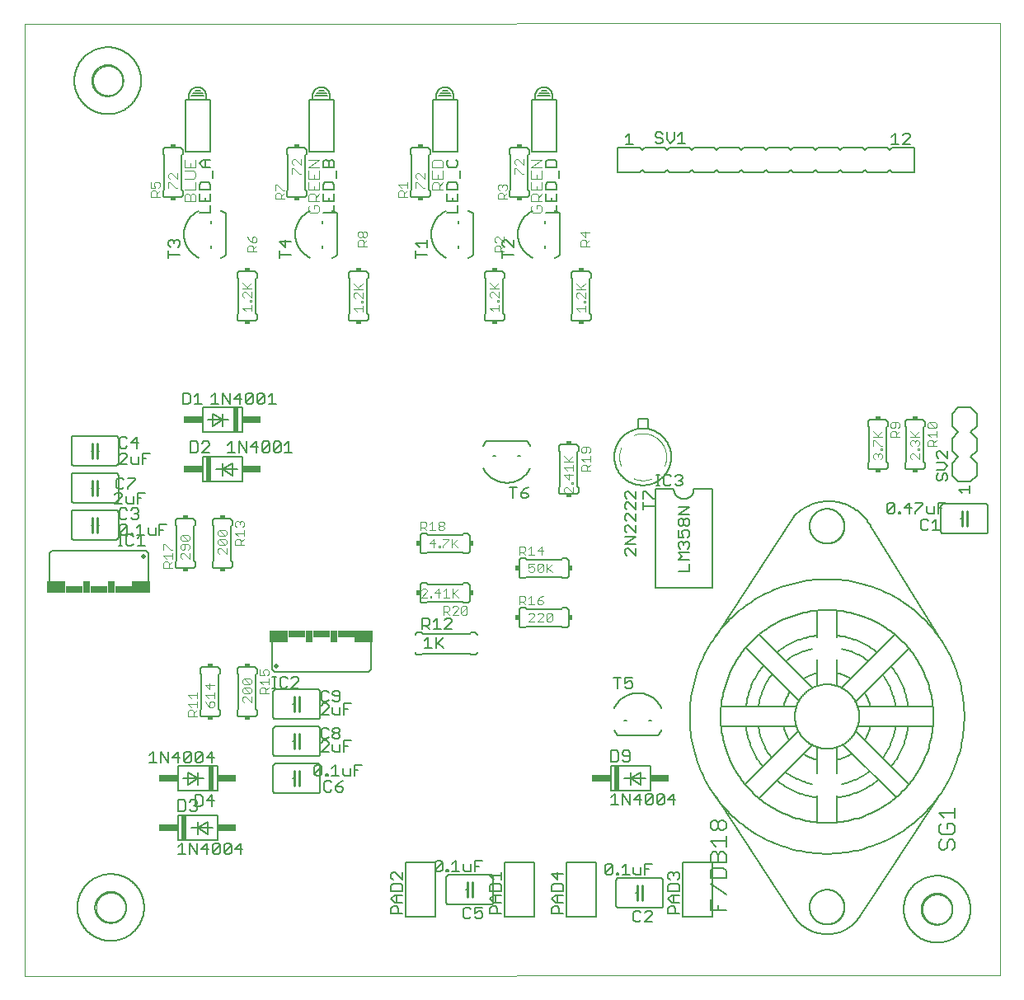
<source format=gto>
G75*
%MOIN*%
%OFA0B0*%
%FSLAX25Y25*%
%IPPOS*%
%LPD*%
%AMOC8*
5,1,8,0,0,1.08239X$1,22.5*
%
%ADD10C,0.00000*%
%ADD11C,0.00600*%
%ADD12C,0.01000*%
%ADD13C,0.00500*%
%ADD14C,0.00400*%
%ADD15R,0.02000X0.10000*%
%ADD16R,0.07500X0.03000*%
%ADD17C,0.02000*%
%ADD18R,0.07500X0.05000*%
%ADD19R,0.07000X0.03000*%
%ADD20R,0.03000X0.05000*%
%ADD21R,0.02000X0.01500*%
%ADD22R,0.01500X0.02000*%
%ADD23C,0.00200*%
%ADD24C,0.00800*%
%ADD25C,0.00700*%
D10*
X0006800Y0001800D02*
X0006800Y0386761D01*
X0401251Y0387011D01*
X0401251Y0002050D01*
X0006800Y0001800D01*
X0035794Y0029600D02*
X0035796Y0029753D01*
X0035802Y0029907D01*
X0035812Y0030060D01*
X0035826Y0030212D01*
X0035844Y0030365D01*
X0035866Y0030516D01*
X0035891Y0030667D01*
X0035921Y0030818D01*
X0035955Y0030968D01*
X0035992Y0031116D01*
X0036033Y0031264D01*
X0036078Y0031410D01*
X0036127Y0031556D01*
X0036180Y0031700D01*
X0036236Y0031842D01*
X0036296Y0031983D01*
X0036360Y0032123D01*
X0036427Y0032261D01*
X0036498Y0032397D01*
X0036573Y0032531D01*
X0036650Y0032663D01*
X0036732Y0032793D01*
X0036816Y0032921D01*
X0036904Y0033047D01*
X0036995Y0033170D01*
X0037089Y0033291D01*
X0037187Y0033409D01*
X0037287Y0033525D01*
X0037391Y0033638D01*
X0037497Y0033749D01*
X0037606Y0033857D01*
X0037718Y0033962D01*
X0037832Y0034063D01*
X0037950Y0034162D01*
X0038069Y0034258D01*
X0038191Y0034351D01*
X0038316Y0034440D01*
X0038443Y0034527D01*
X0038572Y0034609D01*
X0038703Y0034689D01*
X0038836Y0034765D01*
X0038971Y0034838D01*
X0039108Y0034907D01*
X0039247Y0034972D01*
X0039387Y0035034D01*
X0039529Y0035092D01*
X0039672Y0035147D01*
X0039817Y0035198D01*
X0039963Y0035245D01*
X0040110Y0035288D01*
X0040258Y0035327D01*
X0040407Y0035363D01*
X0040557Y0035394D01*
X0040708Y0035422D01*
X0040859Y0035446D01*
X0041012Y0035466D01*
X0041164Y0035482D01*
X0041317Y0035494D01*
X0041470Y0035502D01*
X0041623Y0035506D01*
X0041777Y0035506D01*
X0041930Y0035502D01*
X0042083Y0035494D01*
X0042236Y0035482D01*
X0042388Y0035466D01*
X0042541Y0035446D01*
X0042692Y0035422D01*
X0042843Y0035394D01*
X0042993Y0035363D01*
X0043142Y0035327D01*
X0043290Y0035288D01*
X0043437Y0035245D01*
X0043583Y0035198D01*
X0043728Y0035147D01*
X0043871Y0035092D01*
X0044013Y0035034D01*
X0044153Y0034972D01*
X0044292Y0034907D01*
X0044429Y0034838D01*
X0044564Y0034765D01*
X0044697Y0034689D01*
X0044828Y0034609D01*
X0044957Y0034527D01*
X0045084Y0034440D01*
X0045209Y0034351D01*
X0045331Y0034258D01*
X0045450Y0034162D01*
X0045568Y0034063D01*
X0045682Y0033962D01*
X0045794Y0033857D01*
X0045903Y0033749D01*
X0046009Y0033638D01*
X0046113Y0033525D01*
X0046213Y0033409D01*
X0046311Y0033291D01*
X0046405Y0033170D01*
X0046496Y0033047D01*
X0046584Y0032921D01*
X0046668Y0032793D01*
X0046750Y0032663D01*
X0046827Y0032531D01*
X0046902Y0032397D01*
X0046973Y0032261D01*
X0047040Y0032123D01*
X0047104Y0031983D01*
X0047164Y0031842D01*
X0047220Y0031700D01*
X0047273Y0031556D01*
X0047322Y0031410D01*
X0047367Y0031264D01*
X0047408Y0031116D01*
X0047445Y0030968D01*
X0047479Y0030818D01*
X0047509Y0030667D01*
X0047534Y0030516D01*
X0047556Y0030365D01*
X0047574Y0030212D01*
X0047588Y0030060D01*
X0047598Y0029907D01*
X0047604Y0029753D01*
X0047606Y0029600D01*
X0047604Y0029447D01*
X0047598Y0029293D01*
X0047588Y0029140D01*
X0047574Y0028988D01*
X0047556Y0028835D01*
X0047534Y0028684D01*
X0047509Y0028533D01*
X0047479Y0028382D01*
X0047445Y0028232D01*
X0047408Y0028084D01*
X0047367Y0027936D01*
X0047322Y0027790D01*
X0047273Y0027644D01*
X0047220Y0027500D01*
X0047164Y0027358D01*
X0047104Y0027217D01*
X0047040Y0027077D01*
X0046973Y0026939D01*
X0046902Y0026803D01*
X0046827Y0026669D01*
X0046750Y0026537D01*
X0046668Y0026407D01*
X0046584Y0026279D01*
X0046496Y0026153D01*
X0046405Y0026030D01*
X0046311Y0025909D01*
X0046213Y0025791D01*
X0046113Y0025675D01*
X0046009Y0025562D01*
X0045903Y0025451D01*
X0045794Y0025343D01*
X0045682Y0025238D01*
X0045568Y0025137D01*
X0045450Y0025038D01*
X0045331Y0024942D01*
X0045209Y0024849D01*
X0045084Y0024760D01*
X0044957Y0024673D01*
X0044828Y0024591D01*
X0044697Y0024511D01*
X0044564Y0024435D01*
X0044429Y0024362D01*
X0044292Y0024293D01*
X0044153Y0024228D01*
X0044013Y0024166D01*
X0043871Y0024108D01*
X0043728Y0024053D01*
X0043583Y0024002D01*
X0043437Y0023955D01*
X0043290Y0023912D01*
X0043142Y0023873D01*
X0042993Y0023837D01*
X0042843Y0023806D01*
X0042692Y0023778D01*
X0042541Y0023754D01*
X0042388Y0023734D01*
X0042236Y0023718D01*
X0042083Y0023706D01*
X0041930Y0023698D01*
X0041777Y0023694D01*
X0041623Y0023694D01*
X0041470Y0023698D01*
X0041317Y0023706D01*
X0041164Y0023718D01*
X0041012Y0023734D01*
X0040859Y0023754D01*
X0040708Y0023778D01*
X0040557Y0023806D01*
X0040407Y0023837D01*
X0040258Y0023873D01*
X0040110Y0023912D01*
X0039963Y0023955D01*
X0039817Y0024002D01*
X0039672Y0024053D01*
X0039529Y0024108D01*
X0039387Y0024166D01*
X0039247Y0024228D01*
X0039108Y0024293D01*
X0038971Y0024362D01*
X0038836Y0024435D01*
X0038703Y0024511D01*
X0038572Y0024591D01*
X0038443Y0024673D01*
X0038316Y0024760D01*
X0038191Y0024849D01*
X0038069Y0024942D01*
X0037950Y0025038D01*
X0037832Y0025137D01*
X0037718Y0025238D01*
X0037606Y0025343D01*
X0037497Y0025451D01*
X0037391Y0025562D01*
X0037287Y0025675D01*
X0037187Y0025791D01*
X0037089Y0025909D01*
X0036995Y0026030D01*
X0036904Y0026153D01*
X0036816Y0026279D01*
X0036732Y0026407D01*
X0036650Y0026537D01*
X0036573Y0026669D01*
X0036498Y0026803D01*
X0036427Y0026939D01*
X0036360Y0027077D01*
X0036296Y0027217D01*
X0036236Y0027358D01*
X0036180Y0027500D01*
X0036127Y0027644D01*
X0036078Y0027790D01*
X0036033Y0027936D01*
X0035992Y0028084D01*
X0035955Y0028232D01*
X0035921Y0028382D01*
X0035891Y0028533D01*
X0035866Y0028684D01*
X0035844Y0028835D01*
X0035826Y0028988D01*
X0035812Y0029140D01*
X0035802Y0029293D01*
X0035796Y0029447D01*
X0035794Y0029600D01*
X0166406Y0047824D02*
X0166406Y0047924D01*
X0166440Y0047890D01*
X0166473Y0047924D01*
X0166473Y0047824D01*
X0166498Y0047840D02*
X0166515Y0047824D01*
X0166548Y0047824D01*
X0166565Y0047840D01*
X0166565Y0047874D01*
X0166548Y0047890D01*
X0166515Y0047890D01*
X0166498Y0047874D01*
X0166498Y0047840D01*
X0166590Y0047890D02*
X0166624Y0047890D01*
X0166607Y0047907D02*
X0166607Y0047840D01*
X0166624Y0047824D01*
X0166652Y0047840D02*
X0166669Y0047824D01*
X0166702Y0047824D01*
X0166719Y0047840D01*
X0166719Y0047874D01*
X0166702Y0047890D01*
X0166669Y0047890D01*
X0166652Y0047874D01*
X0166652Y0047840D01*
X0166744Y0047824D02*
X0166744Y0047890D01*
X0166744Y0047857D02*
X0166777Y0047890D01*
X0166794Y0047890D01*
X0166913Y0047874D02*
X0166979Y0047874D01*
X0206406Y0047924D02*
X0206440Y0047890D01*
X0206473Y0047924D01*
X0206473Y0047824D01*
X0206498Y0047840D02*
X0206515Y0047824D01*
X0206548Y0047824D01*
X0206565Y0047840D01*
X0206565Y0047874D01*
X0206548Y0047890D01*
X0206515Y0047890D01*
X0206498Y0047874D01*
X0206498Y0047840D01*
X0206406Y0047824D02*
X0206406Y0047924D01*
X0206590Y0047890D02*
X0206624Y0047890D01*
X0206607Y0047907D02*
X0206607Y0047840D01*
X0206624Y0047824D01*
X0206652Y0047840D02*
X0206669Y0047824D01*
X0206702Y0047824D01*
X0206719Y0047840D01*
X0206719Y0047874D01*
X0206702Y0047890D01*
X0206669Y0047890D01*
X0206652Y0047874D01*
X0206652Y0047840D01*
X0206744Y0047824D02*
X0206744Y0047890D01*
X0206744Y0047857D02*
X0206777Y0047890D01*
X0206794Y0047890D01*
X0206913Y0047874D02*
X0206979Y0047874D01*
X0206946Y0047907D02*
X0206946Y0047840D01*
X0231406Y0047857D02*
X0231456Y0047857D01*
X0231473Y0047874D01*
X0231473Y0047907D01*
X0231456Y0047924D01*
X0231406Y0047924D01*
X0231406Y0047824D01*
X0231498Y0047840D02*
X0231515Y0047824D01*
X0231548Y0047824D01*
X0231565Y0047840D01*
X0231565Y0047874D01*
X0231548Y0047890D01*
X0231515Y0047890D01*
X0231498Y0047874D01*
X0231498Y0047840D01*
X0231590Y0047840D02*
X0231607Y0047824D01*
X0231624Y0047840D01*
X0231640Y0047824D01*
X0231657Y0047840D01*
X0231657Y0047890D01*
X0231683Y0047874D02*
X0231699Y0047890D01*
X0231733Y0047890D01*
X0231749Y0047874D01*
X0231749Y0047857D01*
X0231683Y0047857D01*
X0231683Y0047840D02*
X0231683Y0047874D01*
X0231683Y0047840D02*
X0231699Y0047824D01*
X0231733Y0047824D01*
X0231775Y0047824D02*
X0231775Y0047890D01*
X0231808Y0047890D02*
X0231825Y0047890D01*
X0231808Y0047890D02*
X0231775Y0047857D01*
X0231943Y0047874D02*
X0232010Y0047874D01*
X0231590Y0047890D02*
X0231590Y0047840D01*
X0278406Y0047857D02*
X0278456Y0047857D01*
X0278473Y0047874D01*
X0278473Y0047907D01*
X0278456Y0047924D01*
X0278406Y0047924D01*
X0278406Y0047824D01*
X0278498Y0047840D02*
X0278515Y0047824D01*
X0278548Y0047824D01*
X0278565Y0047840D01*
X0278565Y0047874D01*
X0278548Y0047890D01*
X0278515Y0047890D01*
X0278498Y0047874D01*
X0278498Y0047840D01*
X0278590Y0047840D02*
X0278607Y0047824D01*
X0278624Y0047840D01*
X0278640Y0047824D01*
X0278657Y0047840D01*
X0278657Y0047890D01*
X0278683Y0047874D02*
X0278699Y0047890D01*
X0278733Y0047890D01*
X0278749Y0047874D01*
X0278749Y0047857D01*
X0278683Y0047857D01*
X0278683Y0047840D02*
X0278683Y0047874D01*
X0278683Y0047840D02*
X0278699Y0047824D01*
X0278733Y0047824D01*
X0278775Y0047824D02*
X0278775Y0047890D01*
X0278808Y0047890D02*
X0278825Y0047890D01*
X0278808Y0047890D02*
X0278775Y0047857D01*
X0278943Y0047874D02*
X0279010Y0047874D01*
X0278977Y0047907D02*
X0278977Y0047840D01*
X0278590Y0047840D02*
X0278590Y0047890D01*
X0324200Y0029800D02*
X0324202Y0029974D01*
X0324209Y0030148D01*
X0324219Y0030322D01*
X0324234Y0030496D01*
X0324253Y0030669D01*
X0324277Y0030842D01*
X0324305Y0031014D01*
X0324336Y0031185D01*
X0324373Y0031356D01*
X0324413Y0031525D01*
X0324457Y0031694D01*
X0324506Y0031861D01*
X0324558Y0032027D01*
X0324615Y0032192D01*
X0324676Y0032355D01*
X0324740Y0032517D01*
X0324809Y0032677D01*
X0324882Y0032836D01*
X0324958Y0032992D01*
X0325038Y0033147D01*
X0325122Y0033300D01*
X0325210Y0033450D01*
X0325302Y0033598D01*
X0325397Y0033745D01*
X0325495Y0033888D01*
X0325597Y0034029D01*
X0325703Y0034168D01*
X0325812Y0034304D01*
X0325924Y0034438D01*
X0326039Y0034568D01*
X0326158Y0034696D01*
X0326280Y0034820D01*
X0326404Y0034942D01*
X0326532Y0035061D01*
X0326662Y0035176D01*
X0326796Y0035288D01*
X0326932Y0035397D01*
X0327071Y0035503D01*
X0327212Y0035605D01*
X0327355Y0035703D01*
X0327502Y0035798D01*
X0327650Y0035890D01*
X0327800Y0035978D01*
X0327953Y0036062D01*
X0328108Y0036142D01*
X0328264Y0036218D01*
X0328423Y0036291D01*
X0328583Y0036360D01*
X0328745Y0036424D01*
X0328908Y0036485D01*
X0329073Y0036542D01*
X0329239Y0036594D01*
X0329406Y0036643D01*
X0329575Y0036687D01*
X0329744Y0036727D01*
X0329915Y0036764D01*
X0330086Y0036795D01*
X0330258Y0036823D01*
X0330431Y0036847D01*
X0330604Y0036866D01*
X0330778Y0036881D01*
X0330952Y0036891D01*
X0331126Y0036898D01*
X0331300Y0036900D01*
X0331474Y0036898D01*
X0331648Y0036891D01*
X0331822Y0036881D01*
X0331996Y0036866D01*
X0332169Y0036847D01*
X0332342Y0036823D01*
X0332514Y0036795D01*
X0332685Y0036764D01*
X0332856Y0036727D01*
X0333025Y0036687D01*
X0333194Y0036643D01*
X0333361Y0036594D01*
X0333527Y0036542D01*
X0333692Y0036485D01*
X0333855Y0036424D01*
X0334017Y0036360D01*
X0334177Y0036291D01*
X0334336Y0036218D01*
X0334492Y0036142D01*
X0334647Y0036062D01*
X0334800Y0035978D01*
X0334950Y0035890D01*
X0335098Y0035798D01*
X0335245Y0035703D01*
X0335388Y0035605D01*
X0335529Y0035503D01*
X0335668Y0035397D01*
X0335804Y0035288D01*
X0335938Y0035176D01*
X0336068Y0035061D01*
X0336196Y0034942D01*
X0336320Y0034820D01*
X0336442Y0034696D01*
X0336561Y0034568D01*
X0336676Y0034438D01*
X0336788Y0034304D01*
X0336897Y0034168D01*
X0337003Y0034029D01*
X0337105Y0033888D01*
X0337203Y0033745D01*
X0337298Y0033598D01*
X0337390Y0033450D01*
X0337478Y0033300D01*
X0337562Y0033147D01*
X0337642Y0032992D01*
X0337718Y0032836D01*
X0337791Y0032677D01*
X0337860Y0032517D01*
X0337924Y0032355D01*
X0337985Y0032192D01*
X0338042Y0032027D01*
X0338094Y0031861D01*
X0338143Y0031694D01*
X0338187Y0031525D01*
X0338227Y0031356D01*
X0338264Y0031185D01*
X0338295Y0031014D01*
X0338323Y0030842D01*
X0338347Y0030669D01*
X0338366Y0030496D01*
X0338381Y0030322D01*
X0338391Y0030148D01*
X0338398Y0029974D01*
X0338400Y0029800D01*
X0338398Y0029626D01*
X0338391Y0029452D01*
X0338381Y0029278D01*
X0338366Y0029104D01*
X0338347Y0028931D01*
X0338323Y0028758D01*
X0338295Y0028586D01*
X0338264Y0028415D01*
X0338227Y0028244D01*
X0338187Y0028075D01*
X0338143Y0027906D01*
X0338094Y0027739D01*
X0338042Y0027573D01*
X0337985Y0027408D01*
X0337924Y0027245D01*
X0337860Y0027083D01*
X0337791Y0026923D01*
X0337718Y0026764D01*
X0337642Y0026608D01*
X0337562Y0026453D01*
X0337478Y0026300D01*
X0337390Y0026150D01*
X0337298Y0026002D01*
X0337203Y0025855D01*
X0337105Y0025712D01*
X0337003Y0025571D01*
X0336897Y0025432D01*
X0336788Y0025296D01*
X0336676Y0025162D01*
X0336561Y0025032D01*
X0336442Y0024904D01*
X0336320Y0024780D01*
X0336196Y0024658D01*
X0336068Y0024539D01*
X0335938Y0024424D01*
X0335804Y0024312D01*
X0335668Y0024203D01*
X0335529Y0024097D01*
X0335388Y0023995D01*
X0335245Y0023897D01*
X0335098Y0023802D01*
X0334950Y0023710D01*
X0334800Y0023622D01*
X0334647Y0023538D01*
X0334492Y0023458D01*
X0334336Y0023382D01*
X0334177Y0023309D01*
X0334017Y0023240D01*
X0333855Y0023176D01*
X0333692Y0023115D01*
X0333527Y0023058D01*
X0333361Y0023006D01*
X0333194Y0022957D01*
X0333025Y0022913D01*
X0332856Y0022873D01*
X0332685Y0022836D01*
X0332514Y0022805D01*
X0332342Y0022777D01*
X0332169Y0022753D01*
X0331996Y0022734D01*
X0331822Y0022719D01*
X0331648Y0022709D01*
X0331474Y0022702D01*
X0331300Y0022700D01*
X0331126Y0022702D01*
X0330952Y0022709D01*
X0330778Y0022719D01*
X0330604Y0022734D01*
X0330431Y0022753D01*
X0330258Y0022777D01*
X0330086Y0022805D01*
X0329915Y0022836D01*
X0329744Y0022873D01*
X0329575Y0022913D01*
X0329406Y0022957D01*
X0329239Y0023006D01*
X0329073Y0023058D01*
X0328908Y0023115D01*
X0328745Y0023176D01*
X0328583Y0023240D01*
X0328423Y0023309D01*
X0328264Y0023382D01*
X0328108Y0023458D01*
X0327953Y0023538D01*
X0327800Y0023622D01*
X0327650Y0023710D01*
X0327502Y0023802D01*
X0327355Y0023897D01*
X0327212Y0023995D01*
X0327071Y0024097D01*
X0326932Y0024203D01*
X0326796Y0024312D01*
X0326662Y0024424D01*
X0326532Y0024539D01*
X0326404Y0024658D01*
X0326280Y0024780D01*
X0326158Y0024904D01*
X0326039Y0025032D01*
X0325924Y0025162D01*
X0325812Y0025296D01*
X0325703Y0025432D01*
X0325597Y0025571D01*
X0325495Y0025712D01*
X0325397Y0025855D01*
X0325302Y0026002D01*
X0325210Y0026150D01*
X0325122Y0026300D01*
X0325038Y0026453D01*
X0324958Y0026608D01*
X0324882Y0026764D01*
X0324809Y0026923D01*
X0324740Y0027083D01*
X0324676Y0027245D01*
X0324615Y0027408D01*
X0324558Y0027573D01*
X0324506Y0027739D01*
X0324457Y0027906D01*
X0324413Y0028075D01*
X0324373Y0028244D01*
X0324336Y0028415D01*
X0324305Y0028586D01*
X0324277Y0028758D01*
X0324253Y0028931D01*
X0324234Y0029104D01*
X0324219Y0029278D01*
X0324209Y0029452D01*
X0324202Y0029626D01*
X0324200Y0029800D01*
X0369894Y0028900D02*
X0369896Y0029053D01*
X0369902Y0029207D01*
X0369912Y0029360D01*
X0369926Y0029512D01*
X0369944Y0029665D01*
X0369966Y0029816D01*
X0369991Y0029967D01*
X0370021Y0030118D01*
X0370055Y0030268D01*
X0370092Y0030416D01*
X0370133Y0030564D01*
X0370178Y0030710D01*
X0370227Y0030856D01*
X0370280Y0031000D01*
X0370336Y0031142D01*
X0370396Y0031283D01*
X0370460Y0031423D01*
X0370527Y0031561D01*
X0370598Y0031697D01*
X0370673Y0031831D01*
X0370750Y0031963D01*
X0370832Y0032093D01*
X0370916Y0032221D01*
X0371004Y0032347D01*
X0371095Y0032470D01*
X0371189Y0032591D01*
X0371287Y0032709D01*
X0371387Y0032825D01*
X0371491Y0032938D01*
X0371597Y0033049D01*
X0371706Y0033157D01*
X0371818Y0033262D01*
X0371932Y0033363D01*
X0372050Y0033462D01*
X0372169Y0033558D01*
X0372291Y0033651D01*
X0372416Y0033740D01*
X0372543Y0033827D01*
X0372672Y0033909D01*
X0372803Y0033989D01*
X0372936Y0034065D01*
X0373071Y0034138D01*
X0373208Y0034207D01*
X0373347Y0034272D01*
X0373487Y0034334D01*
X0373629Y0034392D01*
X0373772Y0034447D01*
X0373917Y0034498D01*
X0374063Y0034545D01*
X0374210Y0034588D01*
X0374358Y0034627D01*
X0374507Y0034663D01*
X0374657Y0034694D01*
X0374808Y0034722D01*
X0374959Y0034746D01*
X0375112Y0034766D01*
X0375264Y0034782D01*
X0375417Y0034794D01*
X0375570Y0034802D01*
X0375723Y0034806D01*
X0375877Y0034806D01*
X0376030Y0034802D01*
X0376183Y0034794D01*
X0376336Y0034782D01*
X0376488Y0034766D01*
X0376641Y0034746D01*
X0376792Y0034722D01*
X0376943Y0034694D01*
X0377093Y0034663D01*
X0377242Y0034627D01*
X0377390Y0034588D01*
X0377537Y0034545D01*
X0377683Y0034498D01*
X0377828Y0034447D01*
X0377971Y0034392D01*
X0378113Y0034334D01*
X0378253Y0034272D01*
X0378392Y0034207D01*
X0378529Y0034138D01*
X0378664Y0034065D01*
X0378797Y0033989D01*
X0378928Y0033909D01*
X0379057Y0033827D01*
X0379184Y0033740D01*
X0379309Y0033651D01*
X0379431Y0033558D01*
X0379550Y0033462D01*
X0379668Y0033363D01*
X0379782Y0033262D01*
X0379894Y0033157D01*
X0380003Y0033049D01*
X0380109Y0032938D01*
X0380213Y0032825D01*
X0380313Y0032709D01*
X0380411Y0032591D01*
X0380505Y0032470D01*
X0380596Y0032347D01*
X0380684Y0032221D01*
X0380768Y0032093D01*
X0380850Y0031963D01*
X0380927Y0031831D01*
X0381002Y0031697D01*
X0381073Y0031561D01*
X0381140Y0031423D01*
X0381204Y0031283D01*
X0381264Y0031142D01*
X0381320Y0031000D01*
X0381373Y0030856D01*
X0381422Y0030710D01*
X0381467Y0030564D01*
X0381508Y0030416D01*
X0381545Y0030268D01*
X0381579Y0030118D01*
X0381609Y0029967D01*
X0381634Y0029816D01*
X0381656Y0029665D01*
X0381674Y0029512D01*
X0381688Y0029360D01*
X0381698Y0029207D01*
X0381704Y0029053D01*
X0381706Y0028900D01*
X0381704Y0028747D01*
X0381698Y0028593D01*
X0381688Y0028440D01*
X0381674Y0028288D01*
X0381656Y0028135D01*
X0381634Y0027984D01*
X0381609Y0027833D01*
X0381579Y0027682D01*
X0381545Y0027532D01*
X0381508Y0027384D01*
X0381467Y0027236D01*
X0381422Y0027090D01*
X0381373Y0026944D01*
X0381320Y0026800D01*
X0381264Y0026658D01*
X0381204Y0026517D01*
X0381140Y0026377D01*
X0381073Y0026239D01*
X0381002Y0026103D01*
X0380927Y0025969D01*
X0380850Y0025837D01*
X0380768Y0025707D01*
X0380684Y0025579D01*
X0380596Y0025453D01*
X0380505Y0025330D01*
X0380411Y0025209D01*
X0380313Y0025091D01*
X0380213Y0024975D01*
X0380109Y0024862D01*
X0380003Y0024751D01*
X0379894Y0024643D01*
X0379782Y0024538D01*
X0379668Y0024437D01*
X0379550Y0024338D01*
X0379431Y0024242D01*
X0379309Y0024149D01*
X0379184Y0024060D01*
X0379057Y0023973D01*
X0378928Y0023891D01*
X0378797Y0023811D01*
X0378664Y0023735D01*
X0378529Y0023662D01*
X0378392Y0023593D01*
X0378253Y0023528D01*
X0378113Y0023466D01*
X0377971Y0023408D01*
X0377828Y0023353D01*
X0377683Y0023302D01*
X0377537Y0023255D01*
X0377390Y0023212D01*
X0377242Y0023173D01*
X0377093Y0023137D01*
X0376943Y0023106D01*
X0376792Y0023078D01*
X0376641Y0023054D01*
X0376488Y0023034D01*
X0376336Y0023018D01*
X0376183Y0023006D01*
X0376030Y0022998D01*
X0375877Y0022994D01*
X0375723Y0022994D01*
X0375570Y0022998D01*
X0375417Y0023006D01*
X0375264Y0023018D01*
X0375112Y0023034D01*
X0374959Y0023054D01*
X0374808Y0023078D01*
X0374657Y0023106D01*
X0374507Y0023137D01*
X0374358Y0023173D01*
X0374210Y0023212D01*
X0374063Y0023255D01*
X0373917Y0023302D01*
X0373772Y0023353D01*
X0373629Y0023408D01*
X0373487Y0023466D01*
X0373347Y0023528D01*
X0373208Y0023593D01*
X0373071Y0023662D01*
X0372936Y0023735D01*
X0372803Y0023811D01*
X0372672Y0023891D01*
X0372543Y0023973D01*
X0372416Y0024060D01*
X0372291Y0024149D01*
X0372169Y0024242D01*
X0372050Y0024338D01*
X0371932Y0024437D01*
X0371818Y0024538D01*
X0371706Y0024643D01*
X0371597Y0024751D01*
X0371491Y0024862D01*
X0371387Y0024975D01*
X0371287Y0025091D01*
X0371189Y0025209D01*
X0371095Y0025330D01*
X0371004Y0025453D01*
X0370916Y0025579D01*
X0370832Y0025707D01*
X0370750Y0025837D01*
X0370673Y0025969D01*
X0370598Y0026103D01*
X0370527Y0026239D01*
X0370460Y0026377D01*
X0370396Y0026517D01*
X0370336Y0026658D01*
X0370280Y0026800D01*
X0370227Y0026944D01*
X0370178Y0027090D01*
X0370133Y0027236D01*
X0370092Y0027384D01*
X0370055Y0027532D01*
X0370021Y0027682D01*
X0369991Y0027833D01*
X0369966Y0027984D01*
X0369944Y0028135D01*
X0369926Y0028288D01*
X0369912Y0028440D01*
X0369902Y0028593D01*
X0369896Y0028747D01*
X0369894Y0028900D01*
X0324200Y0183800D02*
X0324202Y0183974D01*
X0324209Y0184148D01*
X0324219Y0184322D01*
X0324234Y0184496D01*
X0324253Y0184669D01*
X0324277Y0184842D01*
X0324305Y0185014D01*
X0324336Y0185185D01*
X0324373Y0185356D01*
X0324413Y0185525D01*
X0324457Y0185694D01*
X0324506Y0185861D01*
X0324558Y0186027D01*
X0324615Y0186192D01*
X0324676Y0186355D01*
X0324740Y0186517D01*
X0324809Y0186677D01*
X0324882Y0186836D01*
X0324958Y0186992D01*
X0325038Y0187147D01*
X0325122Y0187300D01*
X0325210Y0187450D01*
X0325302Y0187598D01*
X0325397Y0187745D01*
X0325495Y0187888D01*
X0325597Y0188029D01*
X0325703Y0188168D01*
X0325812Y0188304D01*
X0325924Y0188438D01*
X0326039Y0188568D01*
X0326158Y0188696D01*
X0326280Y0188820D01*
X0326404Y0188942D01*
X0326532Y0189061D01*
X0326662Y0189176D01*
X0326796Y0189288D01*
X0326932Y0189397D01*
X0327071Y0189503D01*
X0327212Y0189605D01*
X0327355Y0189703D01*
X0327502Y0189798D01*
X0327650Y0189890D01*
X0327800Y0189978D01*
X0327953Y0190062D01*
X0328108Y0190142D01*
X0328264Y0190218D01*
X0328423Y0190291D01*
X0328583Y0190360D01*
X0328745Y0190424D01*
X0328908Y0190485D01*
X0329073Y0190542D01*
X0329239Y0190594D01*
X0329406Y0190643D01*
X0329575Y0190687D01*
X0329744Y0190727D01*
X0329915Y0190764D01*
X0330086Y0190795D01*
X0330258Y0190823D01*
X0330431Y0190847D01*
X0330604Y0190866D01*
X0330778Y0190881D01*
X0330952Y0190891D01*
X0331126Y0190898D01*
X0331300Y0190900D01*
X0331474Y0190898D01*
X0331648Y0190891D01*
X0331822Y0190881D01*
X0331996Y0190866D01*
X0332169Y0190847D01*
X0332342Y0190823D01*
X0332514Y0190795D01*
X0332685Y0190764D01*
X0332856Y0190727D01*
X0333025Y0190687D01*
X0333194Y0190643D01*
X0333361Y0190594D01*
X0333527Y0190542D01*
X0333692Y0190485D01*
X0333855Y0190424D01*
X0334017Y0190360D01*
X0334177Y0190291D01*
X0334336Y0190218D01*
X0334492Y0190142D01*
X0334647Y0190062D01*
X0334800Y0189978D01*
X0334950Y0189890D01*
X0335098Y0189798D01*
X0335245Y0189703D01*
X0335388Y0189605D01*
X0335529Y0189503D01*
X0335668Y0189397D01*
X0335804Y0189288D01*
X0335938Y0189176D01*
X0336068Y0189061D01*
X0336196Y0188942D01*
X0336320Y0188820D01*
X0336442Y0188696D01*
X0336561Y0188568D01*
X0336676Y0188438D01*
X0336788Y0188304D01*
X0336897Y0188168D01*
X0337003Y0188029D01*
X0337105Y0187888D01*
X0337203Y0187745D01*
X0337298Y0187598D01*
X0337390Y0187450D01*
X0337478Y0187300D01*
X0337562Y0187147D01*
X0337642Y0186992D01*
X0337718Y0186836D01*
X0337791Y0186677D01*
X0337860Y0186517D01*
X0337924Y0186355D01*
X0337985Y0186192D01*
X0338042Y0186027D01*
X0338094Y0185861D01*
X0338143Y0185694D01*
X0338187Y0185525D01*
X0338227Y0185356D01*
X0338264Y0185185D01*
X0338295Y0185014D01*
X0338323Y0184842D01*
X0338347Y0184669D01*
X0338366Y0184496D01*
X0338381Y0184322D01*
X0338391Y0184148D01*
X0338398Y0183974D01*
X0338400Y0183800D01*
X0338398Y0183626D01*
X0338391Y0183452D01*
X0338381Y0183278D01*
X0338366Y0183104D01*
X0338347Y0182931D01*
X0338323Y0182758D01*
X0338295Y0182586D01*
X0338264Y0182415D01*
X0338227Y0182244D01*
X0338187Y0182075D01*
X0338143Y0181906D01*
X0338094Y0181739D01*
X0338042Y0181573D01*
X0337985Y0181408D01*
X0337924Y0181245D01*
X0337860Y0181083D01*
X0337791Y0180923D01*
X0337718Y0180764D01*
X0337642Y0180608D01*
X0337562Y0180453D01*
X0337478Y0180300D01*
X0337390Y0180150D01*
X0337298Y0180002D01*
X0337203Y0179855D01*
X0337105Y0179712D01*
X0337003Y0179571D01*
X0336897Y0179432D01*
X0336788Y0179296D01*
X0336676Y0179162D01*
X0336561Y0179032D01*
X0336442Y0178904D01*
X0336320Y0178780D01*
X0336196Y0178658D01*
X0336068Y0178539D01*
X0335938Y0178424D01*
X0335804Y0178312D01*
X0335668Y0178203D01*
X0335529Y0178097D01*
X0335388Y0177995D01*
X0335245Y0177897D01*
X0335098Y0177802D01*
X0334950Y0177710D01*
X0334800Y0177622D01*
X0334647Y0177538D01*
X0334492Y0177458D01*
X0334336Y0177382D01*
X0334177Y0177309D01*
X0334017Y0177240D01*
X0333855Y0177176D01*
X0333692Y0177115D01*
X0333527Y0177058D01*
X0333361Y0177006D01*
X0333194Y0176957D01*
X0333025Y0176913D01*
X0332856Y0176873D01*
X0332685Y0176836D01*
X0332514Y0176805D01*
X0332342Y0176777D01*
X0332169Y0176753D01*
X0331996Y0176734D01*
X0331822Y0176719D01*
X0331648Y0176709D01*
X0331474Y0176702D01*
X0331300Y0176700D01*
X0331126Y0176702D01*
X0330952Y0176709D01*
X0330778Y0176719D01*
X0330604Y0176734D01*
X0330431Y0176753D01*
X0330258Y0176777D01*
X0330086Y0176805D01*
X0329915Y0176836D01*
X0329744Y0176873D01*
X0329575Y0176913D01*
X0329406Y0176957D01*
X0329239Y0177006D01*
X0329073Y0177058D01*
X0328908Y0177115D01*
X0328745Y0177176D01*
X0328583Y0177240D01*
X0328423Y0177309D01*
X0328264Y0177382D01*
X0328108Y0177458D01*
X0327953Y0177538D01*
X0327800Y0177622D01*
X0327650Y0177710D01*
X0327502Y0177802D01*
X0327355Y0177897D01*
X0327212Y0177995D01*
X0327071Y0178097D01*
X0326932Y0178203D01*
X0326796Y0178312D01*
X0326662Y0178424D01*
X0326532Y0178539D01*
X0326404Y0178658D01*
X0326280Y0178780D01*
X0326158Y0178904D01*
X0326039Y0179032D01*
X0325924Y0179162D01*
X0325812Y0179296D01*
X0325703Y0179432D01*
X0325597Y0179571D01*
X0325495Y0179712D01*
X0325397Y0179855D01*
X0325302Y0180002D01*
X0325210Y0180150D01*
X0325122Y0180300D01*
X0325038Y0180453D01*
X0324958Y0180608D01*
X0324882Y0180764D01*
X0324809Y0180923D01*
X0324740Y0181083D01*
X0324676Y0181245D01*
X0324615Y0181408D01*
X0324558Y0181573D01*
X0324506Y0181739D01*
X0324457Y0181906D01*
X0324413Y0182075D01*
X0324373Y0182244D01*
X0324336Y0182415D01*
X0324305Y0182586D01*
X0324277Y0182758D01*
X0324253Y0182931D01*
X0324234Y0183104D01*
X0324219Y0183278D01*
X0324209Y0183452D01*
X0324202Y0183626D01*
X0324200Y0183800D01*
X0034594Y0363900D02*
X0034596Y0364053D01*
X0034602Y0364207D01*
X0034612Y0364360D01*
X0034626Y0364512D01*
X0034644Y0364665D01*
X0034666Y0364816D01*
X0034691Y0364967D01*
X0034721Y0365118D01*
X0034755Y0365268D01*
X0034792Y0365416D01*
X0034833Y0365564D01*
X0034878Y0365710D01*
X0034927Y0365856D01*
X0034980Y0366000D01*
X0035036Y0366142D01*
X0035096Y0366283D01*
X0035160Y0366423D01*
X0035227Y0366561D01*
X0035298Y0366697D01*
X0035373Y0366831D01*
X0035450Y0366963D01*
X0035532Y0367093D01*
X0035616Y0367221D01*
X0035704Y0367347D01*
X0035795Y0367470D01*
X0035889Y0367591D01*
X0035987Y0367709D01*
X0036087Y0367825D01*
X0036191Y0367938D01*
X0036297Y0368049D01*
X0036406Y0368157D01*
X0036518Y0368262D01*
X0036632Y0368363D01*
X0036750Y0368462D01*
X0036869Y0368558D01*
X0036991Y0368651D01*
X0037116Y0368740D01*
X0037243Y0368827D01*
X0037372Y0368909D01*
X0037503Y0368989D01*
X0037636Y0369065D01*
X0037771Y0369138D01*
X0037908Y0369207D01*
X0038047Y0369272D01*
X0038187Y0369334D01*
X0038329Y0369392D01*
X0038472Y0369447D01*
X0038617Y0369498D01*
X0038763Y0369545D01*
X0038910Y0369588D01*
X0039058Y0369627D01*
X0039207Y0369663D01*
X0039357Y0369694D01*
X0039508Y0369722D01*
X0039659Y0369746D01*
X0039812Y0369766D01*
X0039964Y0369782D01*
X0040117Y0369794D01*
X0040270Y0369802D01*
X0040423Y0369806D01*
X0040577Y0369806D01*
X0040730Y0369802D01*
X0040883Y0369794D01*
X0041036Y0369782D01*
X0041188Y0369766D01*
X0041341Y0369746D01*
X0041492Y0369722D01*
X0041643Y0369694D01*
X0041793Y0369663D01*
X0041942Y0369627D01*
X0042090Y0369588D01*
X0042237Y0369545D01*
X0042383Y0369498D01*
X0042528Y0369447D01*
X0042671Y0369392D01*
X0042813Y0369334D01*
X0042953Y0369272D01*
X0043092Y0369207D01*
X0043229Y0369138D01*
X0043364Y0369065D01*
X0043497Y0368989D01*
X0043628Y0368909D01*
X0043757Y0368827D01*
X0043884Y0368740D01*
X0044009Y0368651D01*
X0044131Y0368558D01*
X0044250Y0368462D01*
X0044368Y0368363D01*
X0044482Y0368262D01*
X0044594Y0368157D01*
X0044703Y0368049D01*
X0044809Y0367938D01*
X0044913Y0367825D01*
X0045013Y0367709D01*
X0045111Y0367591D01*
X0045205Y0367470D01*
X0045296Y0367347D01*
X0045384Y0367221D01*
X0045468Y0367093D01*
X0045550Y0366963D01*
X0045627Y0366831D01*
X0045702Y0366697D01*
X0045773Y0366561D01*
X0045840Y0366423D01*
X0045904Y0366283D01*
X0045964Y0366142D01*
X0046020Y0366000D01*
X0046073Y0365856D01*
X0046122Y0365710D01*
X0046167Y0365564D01*
X0046208Y0365416D01*
X0046245Y0365268D01*
X0046279Y0365118D01*
X0046309Y0364967D01*
X0046334Y0364816D01*
X0046356Y0364665D01*
X0046374Y0364512D01*
X0046388Y0364360D01*
X0046398Y0364207D01*
X0046404Y0364053D01*
X0046406Y0363900D01*
X0046404Y0363747D01*
X0046398Y0363593D01*
X0046388Y0363440D01*
X0046374Y0363288D01*
X0046356Y0363135D01*
X0046334Y0362984D01*
X0046309Y0362833D01*
X0046279Y0362682D01*
X0046245Y0362532D01*
X0046208Y0362384D01*
X0046167Y0362236D01*
X0046122Y0362090D01*
X0046073Y0361944D01*
X0046020Y0361800D01*
X0045964Y0361658D01*
X0045904Y0361517D01*
X0045840Y0361377D01*
X0045773Y0361239D01*
X0045702Y0361103D01*
X0045627Y0360969D01*
X0045550Y0360837D01*
X0045468Y0360707D01*
X0045384Y0360579D01*
X0045296Y0360453D01*
X0045205Y0360330D01*
X0045111Y0360209D01*
X0045013Y0360091D01*
X0044913Y0359975D01*
X0044809Y0359862D01*
X0044703Y0359751D01*
X0044594Y0359643D01*
X0044482Y0359538D01*
X0044368Y0359437D01*
X0044250Y0359338D01*
X0044131Y0359242D01*
X0044009Y0359149D01*
X0043884Y0359060D01*
X0043757Y0358973D01*
X0043628Y0358891D01*
X0043497Y0358811D01*
X0043364Y0358735D01*
X0043229Y0358662D01*
X0043092Y0358593D01*
X0042953Y0358528D01*
X0042813Y0358466D01*
X0042671Y0358408D01*
X0042528Y0358353D01*
X0042383Y0358302D01*
X0042237Y0358255D01*
X0042090Y0358212D01*
X0041942Y0358173D01*
X0041793Y0358137D01*
X0041643Y0358106D01*
X0041492Y0358078D01*
X0041341Y0358054D01*
X0041188Y0358034D01*
X0041036Y0358018D01*
X0040883Y0358006D01*
X0040730Y0357998D01*
X0040577Y0357994D01*
X0040423Y0357994D01*
X0040270Y0357998D01*
X0040117Y0358006D01*
X0039964Y0358018D01*
X0039812Y0358034D01*
X0039659Y0358054D01*
X0039508Y0358078D01*
X0039357Y0358106D01*
X0039207Y0358137D01*
X0039058Y0358173D01*
X0038910Y0358212D01*
X0038763Y0358255D01*
X0038617Y0358302D01*
X0038472Y0358353D01*
X0038329Y0358408D01*
X0038187Y0358466D01*
X0038047Y0358528D01*
X0037908Y0358593D01*
X0037771Y0358662D01*
X0037636Y0358735D01*
X0037503Y0358811D01*
X0037372Y0358891D01*
X0037243Y0358973D01*
X0037116Y0359060D01*
X0036991Y0359149D01*
X0036869Y0359242D01*
X0036750Y0359338D01*
X0036632Y0359437D01*
X0036518Y0359538D01*
X0036406Y0359643D01*
X0036297Y0359751D01*
X0036191Y0359862D01*
X0036087Y0359975D01*
X0035987Y0360091D01*
X0035889Y0360209D01*
X0035795Y0360330D01*
X0035704Y0360453D01*
X0035616Y0360579D01*
X0035532Y0360707D01*
X0035450Y0360837D01*
X0035373Y0360969D01*
X0035298Y0361103D01*
X0035227Y0361239D01*
X0035160Y0361377D01*
X0035096Y0361517D01*
X0035036Y0361658D01*
X0034980Y0361800D01*
X0034927Y0361944D01*
X0034878Y0362090D01*
X0034833Y0362236D01*
X0034792Y0362384D01*
X0034755Y0362532D01*
X0034721Y0362682D01*
X0034691Y0362833D01*
X0034666Y0362984D01*
X0034644Y0363135D01*
X0034626Y0363288D01*
X0034612Y0363440D01*
X0034602Y0363593D01*
X0034596Y0363747D01*
X0034594Y0363900D01*
D11*
X0027000Y0363900D02*
X0027004Y0364231D01*
X0027016Y0364562D01*
X0027037Y0364893D01*
X0027065Y0365223D01*
X0027102Y0365553D01*
X0027146Y0365881D01*
X0027199Y0366208D01*
X0027259Y0366534D01*
X0027328Y0366858D01*
X0027405Y0367180D01*
X0027489Y0367501D01*
X0027581Y0367819D01*
X0027681Y0368135D01*
X0027789Y0368448D01*
X0027905Y0368759D01*
X0028028Y0369066D01*
X0028158Y0369371D01*
X0028296Y0369672D01*
X0028441Y0369970D01*
X0028594Y0370264D01*
X0028754Y0370554D01*
X0028921Y0370840D01*
X0029094Y0371122D01*
X0029275Y0371400D01*
X0029463Y0371673D01*
X0029657Y0371942D01*
X0029857Y0372206D01*
X0030064Y0372464D01*
X0030278Y0372718D01*
X0030497Y0372966D01*
X0030723Y0373209D01*
X0030954Y0373446D01*
X0031191Y0373677D01*
X0031434Y0373903D01*
X0031682Y0374122D01*
X0031936Y0374336D01*
X0032194Y0374543D01*
X0032458Y0374743D01*
X0032727Y0374937D01*
X0033000Y0375125D01*
X0033278Y0375306D01*
X0033560Y0375479D01*
X0033846Y0375646D01*
X0034136Y0375806D01*
X0034430Y0375959D01*
X0034728Y0376104D01*
X0035029Y0376242D01*
X0035334Y0376372D01*
X0035641Y0376495D01*
X0035952Y0376611D01*
X0036265Y0376719D01*
X0036581Y0376819D01*
X0036899Y0376911D01*
X0037220Y0376995D01*
X0037542Y0377072D01*
X0037866Y0377141D01*
X0038192Y0377201D01*
X0038519Y0377254D01*
X0038847Y0377298D01*
X0039177Y0377335D01*
X0039507Y0377363D01*
X0039838Y0377384D01*
X0040169Y0377396D01*
X0040500Y0377400D01*
X0040831Y0377396D01*
X0041162Y0377384D01*
X0041493Y0377363D01*
X0041823Y0377335D01*
X0042153Y0377298D01*
X0042481Y0377254D01*
X0042808Y0377201D01*
X0043134Y0377141D01*
X0043458Y0377072D01*
X0043780Y0376995D01*
X0044101Y0376911D01*
X0044419Y0376819D01*
X0044735Y0376719D01*
X0045048Y0376611D01*
X0045359Y0376495D01*
X0045666Y0376372D01*
X0045971Y0376242D01*
X0046272Y0376104D01*
X0046570Y0375959D01*
X0046864Y0375806D01*
X0047154Y0375646D01*
X0047440Y0375479D01*
X0047722Y0375306D01*
X0048000Y0375125D01*
X0048273Y0374937D01*
X0048542Y0374743D01*
X0048806Y0374543D01*
X0049064Y0374336D01*
X0049318Y0374122D01*
X0049566Y0373903D01*
X0049809Y0373677D01*
X0050046Y0373446D01*
X0050277Y0373209D01*
X0050503Y0372966D01*
X0050722Y0372718D01*
X0050936Y0372464D01*
X0051143Y0372206D01*
X0051343Y0371942D01*
X0051537Y0371673D01*
X0051725Y0371400D01*
X0051906Y0371122D01*
X0052079Y0370840D01*
X0052246Y0370554D01*
X0052406Y0370264D01*
X0052559Y0369970D01*
X0052704Y0369672D01*
X0052842Y0369371D01*
X0052972Y0369066D01*
X0053095Y0368759D01*
X0053211Y0368448D01*
X0053319Y0368135D01*
X0053419Y0367819D01*
X0053511Y0367501D01*
X0053595Y0367180D01*
X0053672Y0366858D01*
X0053741Y0366534D01*
X0053801Y0366208D01*
X0053854Y0365881D01*
X0053898Y0365553D01*
X0053935Y0365223D01*
X0053963Y0364893D01*
X0053984Y0364562D01*
X0053996Y0364231D01*
X0054000Y0363900D01*
X0053996Y0363569D01*
X0053984Y0363238D01*
X0053963Y0362907D01*
X0053935Y0362577D01*
X0053898Y0362247D01*
X0053854Y0361919D01*
X0053801Y0361592D01*
X0053741Y0361266D01*
X0053672Y0360942D01*
X0053595Y0360620D01*
X0053511Y0360299D01*
X0053419Y0359981D01*
X0053319Y0359665D01*
X0053211Y0359352D01*
X0053095Y0359041D01*
X0052972Y0358734D01*
X0052842Y0358429D01*
X0052704Y0358128D01*
X0052559Y0357830D01*
X0052406Y0357536D01*
X0052246Y0357246D01*
X0052079Y0356960D01*
X0051906Y0356678D01*
X0051725Y0356400D01*
X0051537Y0356127D01*
X0051343Y0355858D01*
X0051143Y0355594D01*
X0050936Y0355336D01*
X0050722Y0355082D01*
X0050503Y0354834D01*
X0050277Y0354591D01*
X0050046Y0354354D01*
X0049809Y0354123D01*
X0049566Y0353897D01*
X0049318Y0353678D01*
X0049064Y0353464D01*
X0048806Y0353257D01*
X0048542Y0353057D01*
X0048273Y0352863D01*
X0048000Y0352675D01*
X0047722Y0352494D01*
X0047440Y0352321D01*
X0047154Y0352154D01*
X0046864Y0351994D01*
X0046570Y0351841D01*
X0046272Y0351696D01*
X0045971Y0351558D01*
X0045666Y0351428D01*
X0045359Y0351305D01*
X0045048Y0351189D01*
X0044735Y0351081D01*
X0044419Y0350981D01*
X0044101Y0350889D01*
X0043780Y0350805D01*
X0043458Y0350728D01*
X0043134Y0350659D01*
X0042808Y0350599D01*
X0042481Y0350546D01*
X0042153Y0350502D01*
X0041823Y0350465D01*
X0041493Y0350437D01*
X0041162Y0350416D01*
X0040831Y0350404D01*
X0040500Y0350400D01*
X0040169Y0350404D01*
X0039838Y0350416D01*
X0039507Y0350437D01*
X0039177Y0350465D01*
X0038847Y0350502D01*
X0038519Y0350546D01*
X0038192Y0350599D01*
X0037866Y0350659D01*
X0037542Y0350728D01*
X0037220Y0350805D01*
X0036899Y0350889D01*
X0036581Y0350981D01*
X0036265Y0351081D01*
X0035952Y0351189D01*
X0035641Y0351305D01*
X0035334Y0351428D01*
X0035029Y0351558D01*
X0034728Y0351696D01*
X0034430Y0351841D01*
X0034136Y0351994D01*
X0033846Y0352154D01*
X0033560Y0352321D01*
X0033278Y0352494D01*
X0033000Y0352675D01*
X0032727Y0352863D01*
X0032458Y0353057D01*
X0032194Y0353257D01*
X0031936Y0353464D01*
X0031682Y0353678D01*
X0031434Y0353897D01*
X0031191Y0354123D01*
X0030954Y0354354D01*
X0030723Y0354591D01*
X0030497Y0354834D01*
X0030278Y0355082D01*
X0030064Y0355336D01*
X0029857Y0355594D01*
X0029657Y0355858D01*
X0029463Y0356127D01*
X0029275Y0356400D01*
X0029094Y0356678D01*
X0028921Y0356960D01*
X0028754Y0357246D01*
X0028594Y0357536D01*
X0028441Y0357830D01*
X0028296Y0358128D01*
X0028158Y0358429D01*
X0028028Y0358734D01*
X0027905Y0359041D01*
X0027789Y0359352D01*
X0027681Y0359665D01*
X0027581Y0359981D01*
X0027489Y0360299D01*
X0027405Y0360620D01*
X0027328Y0360942D01*
X0027259Y0361266D01*
X0027199Y0361592D01*
X0027146Y0361919D01*
X0027102Y0362247D01*
X0027065Y0362577D01*
X0027037Y0362907D01*
X0027016Y0363238D01*
X0027004Y0363569D01*
X0027000Y0363900D01*
X0062800Y0335800D02*
X0062800Y0334300D01*
X0063300Y0333800D01*
X0063300Y0319800D01*
X0062800Y0319300D01*
X0062800Y0317800D01*
X0062802Y0317740D01*
X0062807Y0317679D01*
X0062816Y0317620D01*
X0062829Y0317561D01*
X0062845Y0317502D01*
X0062865Y0317445D01*
X0062888Y0317390D01*
X0062915Y0317335D01*
X0062944Y0317283D01*
X0062977Y0317232D01*
X0063013Y0317183D01*
X0063051Y0317137D01*
X0063093Y0317093D01*
X0063137Y0317051D01*
X0063183Y0317013D01*
X0063232Y0316977D01*
X0063283Y0316944D01*
X0063335Y0316915D01*
X0063390Y0316888D01*
X0063445Y0316865D01*
X0063502Y0316845D01*
X0063561Y0316829D01*
X0063620Y0316816D01*
X0063679Y0316807D01*
X0063740Y0316802D01*
X0063800Y0316800D01*
X0069800Y0316800D01*
X0069860Y0316802D01*
X0069921Y0316807D01*
X0069980Y0316816D01*
X0070039Y0316829D01*
X0070098Y0316845D01*
X0070155Y0316865D01*
X0070210Y0316888D01*
X0070265Y0316915D01*
X0070317Y0316944D01*
X0070368Y0316977D01*
X0070417Y0317013D01*
X0070463Y0317051D01*
X0070507Y0317093D01*
X0070549Y0317137D01*
X0070587Y0317183D01*
X0070623Y0317232D01*
X0070656Y0317283D01*
X0070685Y0317335D01*
X0070712Y0317390D01*
X0070735Y0317445D01*
X0070755Y0317502D01*
X0070771Y0317561D01*
X0070784Y0317620D01*
X0070793Y0317679D01*
X0070798Y0317740D01*
X0070800Y0317800D01*
X0070800Y0319300D01*
X0070300Y0319800D01*
X0070300Y0333800D01*
X0070800Y0334300D01*
X0070800Y0335800D01*
X0070798Y0335860D01*
X0070793Y0335921D01*
X0070784Y0335980D01*
X0070771Y0336039D01*
X0070755Y0336098D01*
X0070735Y0336155D01*
X0070712Y0336210D01*
X0070685Y0336265D01*
X0070656Y0336317D01*
X0070623Y0336368D01*
X0070587Y0336417D01*
X0070549Y0336463D01*
X0070507Y0336507D01*
X0070463Y0336549D01*
X0070417Y0336587D01*
X0070368Y0336623D01*
X0070317Y0336656D01*
X0070265Y0336685D01*
X0070210Y0336712D01*
X0070155Y0336735D01*
X0070098Y0336755D01*
X0070039Y0336771D01*
X0069980Y0336784D01*
X0069921Y0336793D01*
X0069860Y0336798D01*
X0069800Y0336800D01*
X0063800Y0336800D01*
X0063740Y0336798D01*
X0063679Y0336793D01*
X0063620Y0336784D01*
X0063561Y0336771D01*
X0063502Y0336755D01*
X0063445Y0336735D01*
X0063390Y0336712D01*
X0063335Y0336685D01*
X0063283Y0336656D01*
X0063232Y0336623D01*
X0063183Y0336587D01*
X0063137Y0336549D01*
X0063093Y0336507D01*
X0063051Y0336463D01*
X0063013Y0336417D01*
X0062977Y0336368D01*
X0062944Y0336317D01*
X0062915Y0336265D01*
X0062888Y0336210D01*
X0062865Y0336155D01*
X0062845Y0336098D01*
X0062829Y0336039D01*
X0062816Y0335980D01*
X0062807Y0335921D01*
X0062802Y0335860D01*
X0062800Y0335800D01*
X0071800Y0335300D02*
X0081800Y0335300D01*
X0081800Y0356300D01*
X0080300Y0356300D01*
X0073300Y0356300D01*
X0073300Y0357800D01*
X0074300Y0357800D02*
X0079300Y0357800D01*
X0080300Y0357800D02*
X0080300Y0356300D01*
X0078800Y0358800D02*
X0074800Y0358800D01*
X0075800Y0359800D02*
X0077800Y0359800D01*
X0080300Y0357800D02*
X0080298Y0357918D01*
X0080292Y0358036D01*
X0080282Y0358154D01*
X0080268Y0358271D01*
X0080250Y0358388D01*
X0080228Y0358505D01*
X0080203Y0358620D01*
X0080173Y0358734D01*
X0080139Y0358848D01*
X0080102Y0358960D01*
X0080061Y0359071D01*
X0080016Y0359180D01*
X0079968Y0359288D01*
X0079916Y0359394D01*
X0079860Y0359499D01*
X0079801Y0359601D01*
X0079739Y0359701D01*
X0079673Y0359799D01*
X0079604Y0359895D01*
X0079531Y0359989D01*
X0079456Y0360080D01*
X0079377Y0360168D01*
X0079296Y0360254D01*
X0079211Y0360337D01*
X0079124Y0360417D01*
X0079035Y0360494D01*
X0078942Y0360568D01*
X0078848Y0360638D01*
X0078751Y0360706D01*
X0078651Y0360770D01*
X0078550Y0360831D01*
X0078447Y0360888D01*
X0078341Y0360942D01*
X0078234Y0360993D01*
X0078126Y0361039D01*
X0078016Y0361082D01*
X0077904Y0361121D01*
X0077791Y0361157D01*
X0077677Y0361188D01*
X0077562Y0361216D01*
X0077447Y0361240D01*
X0077330Y0361260D01*
X0077213Y0361276D01*
X0077095Y0361288D01*
X0076977Y0361296D01*
X0076859Y0361300D01*
X0076741Y0361300D01*
X0076623Y0361296D01*
X0076505Y0361288D01*
X0076387Y0361276D01*
X0076270Y0361260D01*
X0076153Y0361240D01*
X0076038Y0361216D01*
X0075923Y0361188D01*
X0075809Y0361157D01*
X0075696Y0361121D01*
X0075584Y0361082D01*
X0075474Y0361039D01*
X0075366Y0360993D01*
X0075259Y0360942D01*
X0075153Y0360888D01*
X0075050Y0360831D01*
X0074949Y0360770D01*
X0074849Y0360706D01*
X0074752Y0360638D01*
X0074658Y0360568D01*
X0074565Y0360494D01*
X0074476Y0360417D01*
X0074389Y0360337D01*
X0074304Y0360254D01*
X0074223Y0360168D01*
X0074144Y0360080D01*
X0074069Y0359989D01*
X0073996Y0359895D01*
X0073927Y0359799D01*
X0073861Y0359701D01*
X0073799Y0359601D01*
X0073740Y0359499D01*
X0073684Y0359394D01*
X0073632Y0359288D01*
X0073584Y0359180D01*
X0073539Y0359071D01*
X0073498Y0358960D01*
X0073461Y0358848D01*
X0073427Y0358734D01*
X0073397Y0358620D01*
X0073372Y0358505D01*
X0073350Y0358388D01*
X0073332Y0358271D01*
X0073318Y0358154D01*
X0073308Y0358036D01*
X0073302Y0357918D01*
X0073300Y0357800D01*
X0073300Y0356300D02*
X0071800Y0356300D01*
X0071800Y0335300D01*
X0112800Y0335800D02*
X0112800Y0334300D01*
X0113300Y0333800D01*
X0113300Y0319800D01*
X0112800Y0319300D01*
X0112800Y0317800D01*
X0112802Y0317740D01*
X0112807Y0317679D01*
X0112816Y0317620D01*
X0112829Y0317561D01*
X0112845Y0317502D01*
X0112865Y0317445D01*
X0112888Y0317390D01*
X0112915Y0317335D01*
X0112944Y0317283D01*
X0112977Y0317232D01*
X0113013Y0317183D01*
X0113051Y0317137D01*
X0113093Y0317093D01*
X0113137Y0317051D01*
X0113183Y0317013D01*
X0113232Y0316977D01*
X0113283Y0316944D01*
X0113335Y0316915D01*
X0113390Y0316888D01*
X0113445Y0316865D01*
X0113502Y0316845D01*
X0113561Y0316829D01*
X0113620Y0316816D01*
X0113679Y0316807D01*
X0113740Y0316802D01*
X0113800Y0316800D01*
X0119800Y0316800D01*
X0119860Y0316802D01*
X0119921Y0316807D01*
X0119980Y0316816D01*
X0120039Y0316829D01*
X0120098Y0316845D01*
X0120155Y0316865D01*
X0120210Y0316888D01*
X0120265Y0316915D01*
X0120317Y0316944D01*
X0120368Y0316977D01*
X0120417Y0317013D01*
X0120463Y0317051D01*
X0120507Y0317093D01*
X0120549Y0317137D01*
X0120587Y0317183D01*
X0120623Y0317232D01*
X0120656Y0317283D01*
X0120685Y0317335D01*
X0120712Y0317390D01*
X0120735Y0317445D01*
X0120755Y0317502D01*
X0120771Y0317561D01*
X0120784Y0317620D01*
X0120793Y0317679D01*
X0120798Y0317740D01*
X0120800Y0317800D01*
X0120800Y0319300D01*
X0120300Y0319800D01*
X0120300Y0333800D01*
X0120800Y0334300D01*
X0120800Y0335800D01*
X0120798Y0335860D01*
X0120793Y0335921D01*
X0120784Y0335980D01*
X0120771Y0336039D01*
X0120755Y0336098D01*
X0120735Y0336155D01*
X0120712Y0336210D01*
X0120685Y0336265D01*
X0120656Y0336317D01*
X0120623Y0336368D01*
X0120587Y0336417D01*
X0120549Y0336463D01*
X0120507Y0336507D01*
X0120463Y0336549D01*
X0120417Y0336587D01*
X0120368Y0336623D01*
X0120317Y0336656D01*
X0120265Y0336685D01*
X0120210Y0336712D01*
X0120155Y0336735D01*
X0120098Y0336755D01*
X0120039Y0336771D01*
X0119980Y0336784D01*
X0119921Y0336793D01*
X0119860Y0336798D01*
X0119800Y0336800D01*
X0113800Y0336800D01*
X0113740Y0336798D01*
X0113679Y0336793D01*
X0113620Y0336784D01*
X0113561Y0336771D01*
X0113502Y0336755D01*
X0113445Y0336735D01*
X0113390Y0336712D01*
X0113335Y0336685D01*
X0113283Y0336656D01*
X0113232Y0336623D01*
X0113183Y0336587D01*
X0113137Y0336549D01*
X0113093Y0336507D01*
X0113051Y0336463D01*
X0113013Y0336417D01*
X0112977Y0336368D01*
X0112944Y0336317D01*
X0112915Y0336265D01*
X0112888Y0336210D01*
X0112865Y0336155D01*
X0112845Y0336098D01*
X0112829Y0336039D01*
X0112816Y0335980D01*
X0112807Y0335921D01*
X0112802Y0335860D01*
X0112800Y0335800D01*
X0121800Y0335300D02*
X0131800Y0335300D01*
X0131800Y0356300D01*
X0130300Y0356300D01*
X0123300Y0356300D01*
X0123300Y0357800D01*
X0124300Y0357800D02*
X0129300Y0357800D01*
X0130300Y0357800D02*
X0130300Y0356300D01*
X0128800Y0358800D02*
X0124800Y0358800D01*
X0125800Y0359800D02*
X0127800Y0359800D01*
X0130300Y0357800D02*
X0130298Y0357918D01*
X0130292Y0358036D01*
X0130282Y0358154D01*
X0130268Y0358271D01*
X0130250Y0358388D01*
X0130228Y0358505D01*
X0130203Y0358620D01*
X0130173Y0358734D01*
X0130139Y0358848D01*
X0130102Y0358960D01*
X0130061Y0359071D01*
X0130016Y0359180D01*
X0129968Y0359288D01*
X0129916Y0359394D01*
X0129860Y0359499D01*
X0129801Y0359601D01*
X0129739Y0359701D01*
X0129673Y0359799D01*
X0129604Y0359895D01*
X0129531Y0359989D01*
X0129456Y0360080D01*
X0129377Y0360168D01*
X0129296Y0360254D01*
X0129211Y0360337D01*
X0129124Y0360417D01*
X0129035Y0360494D01*
X0128942Y0360568D01*
X0128848Y0360638D01*
X0128751Y0360706D01*
X0128651Y0360770D01*
X0128550Y0360831D01*
X0128447Y0360888D01*
X0128341Y0360942D01*
X0128234Y0360993D01*
X0128126Y0361039D01*
X0128016Y0361082D01*
X0127904Y0361121D01*
X0127791Y0361157D01*
X0127677Y0361188D01*
X0127562Y0361216D01*
X0127447Y0361240D01*
X0127330Y0361260D01*
X0127213Y0361276D01*
X0127095Y0361288D01*
X0126977Y0361296D01*
X0126859Y0361300D01*
X0126741Y0361300D01*
X0126623Y0361296D01*
X0126505Y0361288D01*
X0126387Y0361276D01*
X0126270Y0361260D01*
X0126153Y0361240D01*
X0126038Y0361216D01*
X0125923Y0361188D01*
X0125809Y0361157D01*
X0125696Y0361121D01*
X0125584Y0361082D01*
X0125474Y0361039D01*
X0125366Y0360993D01*
X0125259Y0360942D01*
X0125153Y0360888D01*
X0125050Y0360831D01*
X0124949Y0360770D01*
X0124849Y0360706D01*
X0124752Y0360638D01*
X0124658Y0360568D01*
X0124565Y0360494D01*
X0124476Y0360417D01*
X0124389Y0360337D01*
X0124304Y0360254D01*
X0124223Y0360168D01*
X0124144Y0360080D01*
X0124069Y0359989D01*
X0123996Y0359895D01*
X0123927Y0359799D01*
X0123861Y0359701D01*
X0123799Y0359601D01*
X0123740Y0359499D01*
X0123684Y0359394D01*
X0123632Y0359288D01*
X0123584Y0359180D01*
X0123539Y0359071D01*
X0123498Y0358960D01*
X0123461Y0358848D01*
X0123427Y0358734D01*
X0123397Y0358620D01*
X0123372Y0358505D01*
X0123350Y0358388D01*
X0123332Y0358271D01*
X0123318Y0358154D01*
X0123308Y0358036D01*
X0123302Y0357918D01*
X0123300Y0357800D01*
X0123300Y0356300D02*
X0121800Y0356300D01*
X0121800Y0335300D01*
X0162800Y0335800D02*
X0162800Y0334300D01*
X0163300Y0333800D01*
X0163300Y0319800D01*
X0162800Y0319300D01*
X0162800Y0317800D01*
X0162802Y0317740D01*
X0162807Y0317679D01*
X0162816Y0317620D01*
X0162829Y0317561D01*
X0162845Y0317502D01*
X0162865Y0317445D01*
X0162888Y0317390D01*
X0162915Y0317335D01*
X0162944Y0317283D01*
X0162977Y0317232D01*
X0163013Y0317183D01*
X0163051Y0317137D01*
X0163093Y0317093D01*
X0163137Y0317051D01*
X0163183Y0317013D01*
X0163232Y0316977D01*
X0163283Y0316944D01*
X0163335Y0316915D01*
X0163390Y0316888D01*
X0163445Y0316865D01*
X0163502Y0316845D01*
X0163561Y0316829D01*
X0163620Y0316816D01*
X0163679Y0316807D01*
X0163740Y0316802D01*
X0163800Y0316800D01*
X0169800Y0316800D01*
X0169860Y0316802D01*
X0169921Y0316807D01*
X0169980Y0316816D01*
X0170039Y0316829D01*
X0170098Y0316845D01*
X0170155Y0316865D01*
X0170210Y0316888D01*
X0170265Y0316915D01*
X0170317Y0316944D01*
X0170368Y0316977D01*
X0170417Y0317013D01*
X0170463Y0317051D01*
X0170507Y0317093D01*
X0170549Y0317137D01*
X0170587Y0317183D01*
X0170623Y0317232D01*
X0170656Y0317283D01*
X0170685Y0317335D01*
X0170712Y0317390D01*
X0170735Y0317445D01*
X0170755Y0317502D01*
X0170771Y0317561D01*
X0170784Y0317620D01*
X0170793Y0317679D01*
X0170798Y0317740D01*
X0170800Y0317800D01*
X0170800Y0319300D01*
X0170300Y0319800D01*
X0170300Y0333800D01*
X0170800Y0334300D01*
X0170800Y0335800D01*
X0170798Y0335860D01*
X0170793Y0335921D01*
X0170784Y0335980D01*
X0170771Y0336039D01*
X0170755Y0336098D01*
X0170735Y0336155D01*
X0170712Y0336210D01*
X0170685Y0336265D01*
X0170656Y0336317D01*
X0170623Y0336368D01*
X0170587Y0336417D01*
X0170549Y0336463D01*
X0170507Y0336507D01*
X0170463Y0336549D01*
X0170417Y0336587D01*
X0170368Y0336623D01*
X0170317Y0336656D01*
X0170265Y0336685D01*
X0170210Y0336712D01*
X0170155Y0336735D01*
X0170098Y0336755D01*
X0170039Y0336771D01*
X0169980Y0336784D01*
X0169921Y0336793D01*
X0169860Y0336798D01*
X0169800Y0336800D01*
X0163800Y0336800D01*
X0163740Y0336798D01*
X0163679Y0336793D01*
X0163620Y0336784D01*
X0163561Y0336771D01*
X0163502Y0336755D01*
X0163445Y0336735D01*
X0163390Y0336712D01*
X0163335Y0336685D01*
X0163283Y0336656D01*
X0163232Y0336623D01*
X0163183Y0336587D01*
X0163137Y0336549D01*
X0163093Y0336507D01*
X0163051Y0336463D01*
X0163013Y0336417D01*
X0162977Y0336368D01*
X0162944Y0336317D01*
X0162915Y0336265D01*
X0162888Y0336210D01*
X0162865Y0336155D01*
X0162845Y0336098D01*
X0162829Y0336039D01*
X0162816Y0335980D01*
X0162807Y0335921D01*
X0162802Y0335860D01*
X0162800Y0335800D01*
X0171800Y0335300D02*
X0181800Y0335300D01*
X0181800Y0356300D01*
X0180300Y0356300D01*
X0173300Y0356300D01*
X0173300Y0357800D01*
X0174300Y0357800D02*
X0179300Y0357800D01*
X0180300Y0357800D02*
X0180300Y0356300D01*
X0178800Y0358800D02*
X0174800Y0358800D01*
X0175800Y0359800D02*
X0177800Y0359800D01*
X0180300Y0357800D02*
X0180298Y0357918D01*
X0180292Y0358036D01*
X0180282Y0358154D01*
X0180268Y0358271D01*
X0180250Y0358388D01*
X0180228Y0358505D01*
X0180203Y0358620D01*
X0180173Y0358734D01*
X0180139Y0358848D01*
X0180102Y0358960D01*
X0180061Y0359071D01*
X0180016Y0359180D01*
X0179968Y0359288D01*
X0179916Y0359394D01*
X0179860Y0359499D01*
X0179801Y0359601D01*
X0179739Y0359701D01*
X0179673Y0359799D01*
X0179604Y0359895D01*
X0179531Y0359989D01*
X0179456Y0360080D01*
X0179377Y0360168D01*
X0179296Y0360254D01*
X0179211Y0360337D01*
X0179124Y0360417D01*
X0179035Y0360494D01*
X0178942Y0360568D01*
X0178848Y0360638D01*
X0178751Y0360706D01*
X0178651Y0360770D01*
X0178550Y0360831D01*
X0178447Y0360888D01*
X0178341Y0360942D01*
X0178234Y0360993D01*
X0178126Y0361039D01*
X0178016Y0361082D01*
X0177904Y0361121D01*
X0177791Y0361157D01*
X0177677Y0361188D01*
X0177562Y0361216D01*
X0177447Y0361240D01*
X0177330Y0361260D01*
X0177213Y0361276D01*
X0177095Y0361288D01*
X0176977Y0361296D01*
X0176859Y0361300D01*
X0176741Y0361300D01*
X0176623Y0361296D01*
X0176505Y0361288D01*
X0176387Y0361276D01*
X0176270Y0361260D01*
X0176153Y0361240D01*
X0176038Y0361216D01*
X0175923Y0361188D01*
X0175809Y0361157D01*
X0175696Y0361121D01*
X0175584Y0361082D01*
X0175474Y0361039D01*
X0175366Y0360993D01*
X0175259Y0360942D01*
X0175153Y0360888D01*
X0175050Y0360831D01*
X0174949Y0360770D01*
X0174849Y0360706D01*
X0174752Y0360638D01*
X0174658Y0360568D01*
X0174565Y0360494D01*
X0174476Y0360417D01*
X0174389Y0360337D01*
X0174304Y0360254D01*
X0174223Y0360168D01*
X0174144Y0360080D01*
X0174069Y0359989D01*
X0173996Y0359895D01*
X0173927Y0359799D01*
X0173861Y0359701D01*
X0173799Y0359601D01*
X0173740Y0359499D01*
X0173684Y0359394D01*
X0173632Y0359288D01*
X0173584Y0359180D01*
X0173539Y0359071D01*
X0173498Y0358960D01*
X0173461Y0358848D01*
X0173427Y0358734D01*
X0173397Y0358620D01*
X0173372Y0358505D01*
X0173350Y0358388D01*
X0173332Y0358271D01*
X0173318Y0358154D01*
X0173308Y0358036D01*
X0173302Y0357918D01*
X0173300Y0357800D01*
X0173300Y0356300D02*
X0171800Y0356300D01*
X0171800Y0335300D01*
X0202800Y0335800D02*
X0202800Y0334300D01*
X0203300Y0333800D01*
X0203300Y0319800D01*
X0202800Y0319300D01*
X0202800Y0317800D01*
X0202802Y0317740D01*
X0202807Y0317679D01*
X0202816Y0317620D01*
X0202829Y0317561D01*
X0202845Y0317502D01*
X0202865Y0317445D01*
X0202888Y0317390D01*
X0202915Y0317335D01*
X0202944Y0317283D01*
X0202977Y0317232D01*
X0203013Y0317183D01*
X0203051Y0317137D01*
X0203093Y0317093D01*
X0203137Y0317051D01*
X0203183Y0317013D01*
X0203232Y0316977D01*
X0203283Y0316944D01*
X0203335Y0316915D01*
X0203390Y0316888D01*
X0203445Y0316865D01*
X0203502Y0316845D01*
X0203561Y0316829D01*
X0203620Y0316816D01*
X0203679Y0316807D01*
X0203740Y0316802D01*
X0203800Y0316800D01*
X0209800Y0316800D01*
X0209860Y0316802D01*
X0209921Y0316807D01*
X0209980Y0316816D01*
X0210039Y0316829D01*
X0210098Y0316845D01*
X0210155Y0316865D01*
X0210210Y0316888D01*
X0210265Y0316915D01*
X0210317Y0316944D01*
X0210368Y0316977D01*
X0210417Y0317013D01*
X0210463Y0317051D01*
X0210507Y0317093D01*
X0210549Y0317137D01*
X0210587Y0317183D01*
X0210623Y0317232D01*
X0210656Y0317283D01*
X0210685Y0317335D01*
X0210712Y0317390D01*
X0210735Y0317445D01*
X0210755Y0317502D01*
X0210771Y0317561D01*
X0210784Y0317620D01*
X0210793Y0317679D01*
X0210798Y0317740D01*
X0210800Y0317800D01*
X0210800Y0319300D01*
X0210300Y0319800D01*
X0210300Y0333800D01*
X0210800Y0334300D01*
X0210800Y0335800D01*
X0210798Y0335860D01*
X0210793Y0335921D01*
X0210784Y0335980D01*
X0210771Y0336039D01*
X0210755Y0336098D01*
X0210735Y0336155D01*
X0210712Y0336210D01*
X0210685Y0336265D01*
X0210656Y0336317D01*
X0210623Y0336368D01*
X0210587Y0336417D01*
X0210549Y0336463D01*
X0210507Y0336507D01*
X0210463Y0336549D01*
X0210417Y0336587D01*
X0210368Y0336623D01*
X0210317Y0336656D01*
X0210265Y0336685D01*
X0210210Y0336712D01*
X0210155Y0336735D01*
X0210098Y0336755D01*
X0210039Y0336771D01*
X0209980Y0336784D01*
X0209921Y0336793D01*
X0209860Y0336798D01*
X0209800Y0336800D01*
X0203800Y0336800D01*
X0203740Y0336798D01*
X0203679Y0336793D01*
X0203620Y0336784D01*
X0203561Y0336771D01*
X0203502Y0336755D01*
X0203445Y0336735D01*
X0203390Y0336712D01*
X0203335Y0336685D01*
X0203283Y0336656D01*
X0203232Y0336623D01*
X0203183Y0336587D01*
X0203137Y0336549D01*
X0203093Y0336507D01*
X0203051Y0336463D01*
X0203013Y0336417D01*
X0202977Y0336368D01*
X0202944Y0336317D01*
X0202915Y0336265D01*
X0202888Y0336210D01*
X0202865Y0336155D01*
X0202845Y0336098D01*
X0202829Y0336039D01*
X0202816Y0335980D01*
X0202807Y0335921D01*
X0202802Y0335860D01*
X0202800Y0335800D01*
X0211800Y0335300D02*
X0221800Y0335300D01*
X0221800Y0356300D01*
X0220300Y0356300D01*
X0213300Y0356300D01*
X0213300Y0357800D01*
X0214300Y0357800D02*
X0219300Y0357800D01*
X0220300Y0357800D02*
X0220300Y0356300D01*
X0218800Y0358800D02*
X0214800Y0358800D01*
X0215800Y0359800D02*
X0217800Y0359800D01*
X0220300Y0357800D02*
X0220298Y0357918D01*
X0220292Y0358036D01*
X0220282Y0358154D01*
X0220268Y0358271D01*
X0220250Y0358388D01*
X0220228Y0358505D01*
X0220203Y0358620D01*
X0220173Y0358734D01*
X0220139Y0358848D01*
X0220102Y0358960D01*
X0220061Y0359071D01*
X0220016Y0359180D01*
X0219968Y0359288D01*
X0219916Y0359394D01*
X0219860Y0359499D01*
X0219801Y0359601D01*
X0219739Y0359701D01*
X0219673Y0359799D01*
X0219604Y0359895D01*
X0219531Y0359989D01*
X0219456Y0360080D01*
X0219377Y0360168D01*
X0219296Y0360254D01*
X0219211Y0360337D01*
X0219124Y0360417D01*
X0219035Y0360494D01*
X0218942Y0360568D01*
X0218848Y0360638D01*
X0218751Y0360706D01*
X0218651Y0360770D01*
X0218550Y0360831D01*
X0218447Y0360888D01*
X0218341Y0360942D01*
X0218234Y0360993D01*
X0218126Y0361039D01*
X0218016Y0361082D01*
X0217904Y0361121D01*
X0217791Y0361157D01*
X0217677Y0361188D01*
X0217562Y0361216D01*
X0217447Y0361240D01*
X0217330Y0361260D01*
X0217213Y0361276D01*
X0217095Y0361288D01*
X0216977Y0361296D01*
X0216859Y0361300D01*
X0216741Y0361300D01*
X0216623Y0361296D01*
X0216505Y0361288D01*
X0216387Y0361276D01*
X0216270Y0361260D01*
X0216153Y0361240D01*
X0216038Y0361216D01*
X0215923Y0361188D01*
X0215809Y0361157D01*
X0215696Y0361121D01*
X0215584Y0361082D01*
X0215474Y0361039D01*
X0215366Y0360993D01*
X0215259Y0360942D01*
X0215153Y0360888D01*
X0215050Y0360831D01*
X0214949Y0360770D01*
X0214849Y0360706D01*
X0214752Y0360638D01*
X0214658Y0360568D01*
X0214565Y0360494D01*
X0214476Y0360417D01*
X0214389Y0360337D01*
X0214304Y0360254D01*
X0214223Y0360168D01*
X0214144Y0360080D01*
X0214069Y0359989D01*
X0213996Y0359895D01*
X0213927Y0359799D01*
X0213861Y0359701D01*
X0213799Y0359601D01*
X0213740Y0359499D01*
X0213684Y0359394D01*
X0213632Y0359288D01*
X0213584Y0359180D01*
X0213539Y0359071D01*
X0213498Y0358960D01*
X0213461Y0358848D01*
X0213427Y0358734D01*
X0213397Y0358620D01*
X0213372Y0358505D01*
X0213350Y0358388D01*
X0213332Y0358271D01*
X0213318Y0358154D01*
X0213308Y0358036D01*
X0213302Y0357918D01*
X0213300Y0357800D01*
X0213300Y0356300D02*
X0211800Y0356300D01*
X0211800Y0335300D01*
X0246600Y0336800D02*
X0246600Y0326800D01*
X0255600Y0326800D01*
X0256600Y0327800D01*
X0257600Y0326800D01*
X0265600Y0326800D01*
X0266600Y0327800D01*
X0267600Y0326800D01*
X0275600Y0326800D01*
X0276600Y0327800D01*
X0277600Y0326800D01*
X0285600Y0326800D01*
X0286600Y0327800D01*
X0287600Y0326800D01*
X0295600Y0326800D01*
X0296600Y0327800D01*
X0297600Y0326800D01*
X0305600Y0326800D01*
X0306600Y0327800D01*
X0307600Y0326800D01*
X0315600Y0326800D01*
X0316600Y0327800D01*
X0317600Y0326800D01*
X0325600Y0326800D01*
X0326600Y0327800D01*
X0327600Y0326800D01*
X0335600Y0326800D01*
X0336600Y0327800D01*
X0337600Y0326800D01*
X0345600Y0326800D01*
X0346600Y0327800D01*
X0347600Y0326800D01*
X0355600Y0326800D01*
X0356600Y0327800D01*
X0357600Y0326800D01*
X0366600Y0326800D01*
X0366600Y0336800D01*
X0357600Y0336800D01*
X0356600Y0335800D01*
X0355600Y0336800D01*
X0347600Y0336800D01*
X0346600Y0335800D01*
X0345600Y0336800D01*
X0337600Y0336800D01*
X0336600Y0335800D01*
X0335600Y0336800D01*
X0327600Y0336800D01*
X0326600Y0335800D01*
X0325600Y0336800D01*
X0317600Y0336800D01*
X0316600Y0335800D01*
X0315600Y0336800D01*
X0307600Y0336800D01*
X0306600Y0335800D01*
X0305600Y0336800D01*
X0297600Y0336800D01*
X0296600Y0335800D01*
X0295600Y0336800D01*
X0287600Y0336800D01*
X0286600Y0335800D01*
X0285600Y0336800D01*
X0277600Y0336800D01*
X0276600Y0335800D01*
X0275600Y0336800D01*
X0267600Y0336800D01*
X0266600Y0335800D01*
X0265600Y0336800D01*
X0257600Y0336800D01*
X0256600Y0335800D01*
X0255600Y0336800D01*
X0246600Y0336800D01*
X0234800Y0286800D02*
X0228800Y0286800D01*
X0228740Y0286798D01*
X0228679Y0286793D01*
X0228620Y0286784D01*
X0228561Y0286771D01*
X0228502Y0286755D01*
X0228445Y0286735D01*
X0228390Y0286712D01*
X0228335Y0286685D01*
X0228283Y0286656D01*
X0228232Y0286623D01*
X0228183Y0286587D01*
X0228137Y0286549D01*
X0228093Y0286507D01*
X0228051Y0286463D01*
X0228013Y0286417D01*
X0227977Y0286368D01*
X0227944Y0286317D01*
X0227915Y0286265D01*
X0227888Y0286210D01*
X0227865Y0286155D01*
X0227845Y0286098D01*
X0227829Y0286039D01*
X0227816Y0285980D01*
X0227807Y0285921D01*
X0227802Y0285860D01*
X0227800Y0285800D01*
X0227800Y0284300D01*
X0228300Y0283800D01*
X0228300Y0269800D01*
X0227800Y0269300D01*
X0227800Y0267800D01*
X0227802Y0267740D01*
X0227807Y0267679D01*
X0227816Y0267620D01*
X0227829Y0267561D01*
X0227845Y0267502D01*
X0227865Y0267445D01*
X0227888Y0267390D01*
X0227915Y0267335D01*
X0227944Y0267283D01*
X0227977Y0267232D01*
X0228013Y0267183D01*
X0228051Y0267137D01*
X0228093Y0267093D01*
X0228137Y0267051D01*
X0228183Y0267013D01*
X0228232Y0266977D01*
X0228283Y0266944D01*
X0228335Y0266915D01*
X0228390Y0266888D01*
X0228445Y0266865D01*
X0228502Y0266845D01*
X0228561Y0266829D01*
X0228620Y0266816D01*
X0228679Y0266807D01*
X0228740Y0266802D01*
X0228800Y0266800D01*
X0234800Y0266800D01*
X0234860Y0266802D01*
X0234921Y0266807D01*
X0234980Y0266816D01*
X0235039Y0266829D01*
X0235098Y0266845D01*
X0235155Y0266865D01*
X0235210Y0266888D01*
X0235265Y0266915D01*
X0235317Y0266944D01*
X0235368Y0266977D01*
X0235417Y0267013D01*
X0235463Y0267051D01*
X0235507Y0267093D01*
X0235549Y0267137D01*
X0235587Y0267183D01*
X0235623Y0267232D01*
X0235656Y0267283D01*
X0235685Y0267335D01*
X0235712Y0267390D01*
X0235735Y0267445D01*
X0235755Y0267502D01*
X0235771Y0267561D01*
X0235784Y0267620D01*
X0235793Y0267679D01*
X0235798Y0267740D01*
X0235800Y0267800D01*
X0235800Y0269300D01*
X0235300Y0269800D01*
X0235300Y0283800D01*
X0235800Y0284300D01*
X0235800Y0285800D01*
X0235798Y0285860D01*
X0235793Y0285921D01*
X0235784Y0285980D01*
X0235771Y0286039D01*
X0235755Y0286098D01*
X0235735Y0286155D01*
X0235712Y0286210D01*
X0235685Y0286265D01*
X0235656Y0286317D01*
X0235623Y0286368D01*
X0235587Y0286417D01*
X0235549Y0286463D01*
X0235507Y0286507D01*
X0235463Y0286549D01*
X0235417Y0286587D01*
X0235368Y0286623D01*
X0235317Y0286656D01*
X0235265Y0286685D01*
X0235210Y0286712D01*
X0235155Y0286735D01*
X0235098Y0286755D01*
X0235039Y0286771D01*
X0234980Y0286784D01*
X0234921Y0286793D01*
X0234860Y0286798D01*
X0234800Y0286800D01*
X0200800Y0285800D02*
X0200800Y0284300D01*
X0200300Y0283800D01*
X0200300Y0269800D01*
X0200800Y0269300D01*
X0200800Y0267800D01*
X0200798Y0267740D01*
X0200793Y0267679D01*
X0200784Y0267620D01*
X0200771Y0267561D01*
X0200755Y0267502D01*
X0200735Y0267445D01*
X0200712Y0267390D01*
X0200685Y0267335D01*
X0200656Y0267283D01*
X0200623Y0267232D01*
X0200587Y0267183D01*
X0200549Y0267137D01*
X0200507Y0267093D01*
X0200463Y0267051D01*
X0200417Y0267013D01*
X0200368Y0266977D01*
X0200317Y0266944D01*
X0200265Y0266915D01*
X0200210Y0266888D01*
X0200155Y0266865D01*
X0200098Y0266845D01*
X0200039Y0266829D01*
X0199980Y0266816D01*
X0199921Y0266807D01*
X0199860Y0266802D01*
X0199800Y0266800D01*
X0193800Y0266800D01*
X0193740Y0266802D01*
X0193679Y0266807D01*
X0193620Y0266816D01*
X0193561Y0266829D01*
X0193502Y0266845D01*
X0193445Y0266865D01*
X0193390Y0266888D01*
X0193335Y0266915D01*
X0193283Y0266944D01*
X0193232Y0266977D01*
X0193183Y0267013D01*
X0193137Y0267051D01*
X0193093Y0267093D01*
X0193051Y0267137D01*
X0193013Y0267183D01*
X0192977Y0267232D01*
X0192944Y0267283D01*
X0192915Y0267335D01*
X0192888Y0267390D01*
X0192865Y0267445D01*
X0192845Y0267502D01*
X0192829Y0267561D01*
X0192816Y0267620D01*
X0192807Y0267679D01*
X0192802Y0267740D01*
X0192800Y0267800D01*
X0192800Y0269300D01*
X0193300Y0269800D01*
X0193300Y0283800D01*
X0192800Y0284300D01*
X0192800Y0285800D01*
X0192802Y0285860D01*
X0192807Y0285921D01*
X0192816Y0285980D01*
X0192829Y0286039D01*
X0192845Y0286098D01*
X0192865Y0286155D01*
X0192888Y0286210D01*
X0192915Y0286265D01*
X0192944Y0286317D01*
X0192977Y0286368D01*
X0193013Y0286417D01*
X0193051Y0286463D01*
X0193093Y0286507D01*
X0193137Y0286549D01*
X0193183Y0286587D01*
X0193232Y0286623D01*
X0193283Y0286656D01*
X0193335Y0286685D01*
X0193390Y0286712D01*
X0193445Y0286735D01*
X0193502Y0286755D01*
X0193561Y0286771D01*
X0193620Y0286784D01*
X0193679Y0286793D01*
X0193740Y0286798D01*
X0193800Y0286800D01*
X0199800Y0286800D01*
X0199860Y0286798D01*
X0199921Y0286793D01*
X0199980Y0286784D01*
X0200039Y0286771D01*
X0200098Y0286755D01*
X0200155Y0286735D01*
X0200210Y0286712D01*
X0200265Y0286685D01*
X0200317Y0286656D01*
X0200368Y0286623D01*
X0200417Y0286587D01*
X0200463Y0286549D01*
X0200507Y0286507D01*
X0200549Y0286463D01*
X0200587Y0286417D01*
X0200623Y0286368D01*
X0200656Y0286317D01*
X0200685Y0286265D01*
X0200712Y0286210D01*
X0200735Y0286155D01*
X0200755Y0286098D01*
X0200771Y0286039D01*
X0200784Y0285980D01*
X0200793Y0285921D01*
X0200798Y0285860D01*
X0200800Y0285800D01*
X0145800Y0285800D02*
X0145800Y0284300D01*
X0145300Y0283800D01*
X0145300Y0269800D01*
X0145800Y0269300D01*
X0145800Y0267800D01*
X0145798Y0267740D01*
X0145793Y0267679D01*
X0145784Y0267620D01*
X0145771Y0267561D01*
X0145755Y0267502D01*
X0145735Y0267445D01*
X0145712Y0267390D01*
X0145685Y0267335D01*
X0145656Y0267283D01*
X0145623Y0267232D01*
X0145587Y0267183D01*
X0145549Y0267137D01*
X0145507Y0267093D01*
X0145463Y0267051D01*
X0145417Y0267013D01*
X0145368Y0266977D01*
X0145317Y0266944D01*
X0145265Y0266915D01*
X0145210Y0266888D01*
X0145155Y0266865D01*
X0145098Y0266845D01*
X0145039Y0266829D01*
X0144980Y0266816D01*
X0144921Y0266807D01*
X0144860Y0266802D01*
X0144800Y0266800D01*
X0138800Y0266800D01*
X0138740Y0266802D01*
X0138679Y0266807D01*
X0138620Y0266816D01*
X0138561Y0266829D01*
X0138502Y0266845D01*
X0138445Y0266865D01*
X0138390Y0266888D01*
X0138335Y0266915D01*
X0138283Y0266944D01*
X0138232Y0266977D01*
X0138183Y0267013D01*
X0138137Y0267051D01*
X0138093Y0267093D01*
X0138051Y0267137D01*
X0138013Y0267183D01*
X0137977Y0267232D01*
X0137944Y0267283D01*
X0137915Y0267335D01*
X0137888Y0267390D01*
X0137865Y0267445D01*
X0137845Y0267502D01*
X0137829Y0267561D01*
X0137816Y0267620D01*
X0137807Y0267679D01*
X0137802Y0267740D01*
X0137800Y0267800D01*
X0137800Y0269300D01*
X0138300Y0269800D01*
X0138300Y0283800D01*
X0137800Y0284300D01*
X0137800Y0285800D01*
X0137802Y0285860D01*
X0137807Y0285921D01*
X0137816Y0285980D01*
X0137829Y0286039D01*
X0137845Y0286098D01*
X0137865Y0286155D01*
X0137888Y0286210D01*
X0137915Y0286265D01*
X0137944Y0286317D01*
X0137977Y0286368D01*
X0138013Y0286417D01*
X0138051Y0286463D01*
X0138093Y0286507D01*
X0138137Y0286549D01*
X0138183Y0286587D01*
X0138232Y0286623D01*
X0138283Y0286656D01*
X0138335Y0286685D01*
X0138390Y0286712D01*
X0138445Y0286735D01*
X0138502Y0286755D01*
X0138561Y0286771D01*
X0138620Y0286784D01*
X0138679Y0286793D01*
X0138740Y0286798D01*
X0138800Y0286800D01*
X0144800Y0286800D01*
X0144860Y0286798D01*
X0144921Y0286793D01*
X0144980Y0286784D01*
X0145039Y0286771D01*
X0145098Y0286755D01*
X0145155Y0286735D01*
X0145210Y0286712D01*
X0145265Y0286685D01*
X0145317Y0286656D01*
X0145368Y0286623D01*
X0145417Y0286587D01*
X0145463Y0286549D01*
X0145507Y0286507D01*
X0145549Y0286463D01*
X0145587Y0286417D01*
X0145623Y0286368D01*
X0145656Y0286317D01*
X0145685Y0286265D01*
X0145712Y0286210D01*
X0145735Y0286155D01*
X0145755Y0286098D01*
X0145771Y0286039D01*
X0145784Y0285980D01*
X0145793Y0285921D01*
X0145798Y0285860D01*
X0145800Y0285800D01*
X0100800Y0285800D02*
X0100800Y0284300D01*
X0100300Y0283800D01*
X0100300Y0269800D01*
X0100800Y0269300D01*
X0100800Y0267800D01*
X0100798Y0267740D01*
X0100793Y0267679D01*
X0100784Y0267620D01*
X0100771Y0267561D01*
X0100755Y0267502D01*
X0100735Y0267445D01*
X0100712Y0267390D01*
X0100685Y0267335D01*
X0100656Y0267283D01*
X0100623Y0267232D01*
X0100587Y0267183D01*
X0100549Y0267137D01*
X0100507Y0267093D01*
X0100463Y0267051D01*
X0100417Y0267013D01*
X0100368Y0266977D01*
X0100317Y0266944D01*
X0100265Y0266915D01*
X0100210Y0266888D01*
X0100155Y0266865D01*
X0100098Y0266845D01*
X0100039Y0266829D01*
X0099980Y0266816D01*
X0099921Y0266807D01*
X0099860Y0266802D01*
X0099800Y0266800D01*
X0093800Y0266800D01*
X0093740Y0266802D01*
X0093679Y0266807D01*
X0093620Y0266816D01*
X0093561Y0266829D01*
X0093502Y0266845D01*
X0093445Y0266865D01*
X0093390Y0266888D01*
X0093335Y0266915D01*
X0093283Y0266944D01*
X0093232Y0266977D01*
X0093183Y0267013D01*
X0093137Y0267051D01*
X0093093Y0267093D01*
X0093051Y0267137D01*
X0093013Y0267183D01*
X0092977Y0267232D01*
X0092944Y0267283D01*
X0092915Y0267335D01*
X0092888Y0267390D01*
X0092865Y0267445D01*
X0092845Y0267502D01*
X0092829Y0267561D01*
X0092816Y0267620D01*
X0092807Y0267679D01*
X0092802Y0267740D01*
X0092800Y0267800D01*
X0092800Y0269300D01*
X0093300Y0269800D01*
X0093300Y0283800D01*
X0092800Y0284300D01*
X0092800Y0285800D01*
X0092802Y0285860D01*
X0092807Y0285921D01*
X0092816Y0285980D01*
X0092829Y0286039D01*
X0092845Y0286098D01*
X0092865Y0286155D01*
X0092888Y0286210D01*
X0092915Y0286265D01*
X0092944Y0286317D01*
X0092977Y0286368D01*
X0093013Y0286417D01*
X0093051Y0286463D01*
X0093093Y0286507D01*
X0093137Y0286549D01*
X0093183Y0286587D01*
X0093232Y0286623D01*
X0093283Y0286656D01*
X0093335Y0286685D01*
X0093390Y0286712D01*
X0093445Y0286735D01*
X0093502Y0286755D01*
X0093561Y0286771D01*
X0093620Y0286784D01*
X0093679Y0286793D01*
X0093740Y0286798D01*
X0093800Y0286800D01*
X0099800Y0286800D01*
X0099860Y0286798D01*
X0099921Y0286793D01*
X0099980Y0286784D01*
X0100039Y0286771D01*
X0100098Y0286755D01*
X0100155Y0286735D01*
X0100210Y0286712D01*
X0100265Y0286685D01*
X0100317Y0286656D01*
X0100368Y0286623D01*
X0100417Y0286587D01*
X0100463Y0286549D01*
X0100507Y0286507D01*
X0100549Y0286463D01*
X0100587Y0286417D01*
X0100623Y0286368D01*
X0100656Y0286317D01*
X0100685Y0286265D01*
X0100712Y0286210D01*
X0100735Y0286155D01*
X0100755Y0286098D01*
X0100771Y0286039D01*
X0100784Y0285980D01*
X0100793Y0285921D01*
X0100798Y0285860D01*
X0100800Y0285800D01*
X0094800Y0231800D02*
X0078800Y0231800D01*
X0078800Y0221800D01*
X0094800Y0221800D01*
X0094800Y0231800D01*
X0089300Y0226800D02*
X0086800Y0226800D01*
X0086800Y0229300D01*
X0086800Y0226800D02*
X0080800Y0226800D01*
X0082800Y0224300D02*
X0086800Y0226800D01*
X0086800Y0224300D01*
X0086800Y0226800D02*
X0082800Y0229300D01*
X0082800Y0224300D01*
X0078800Y0211800D02*
X0078800Y0201800D01*
X0094800Y0201800D01*
X0094800Y0211800D01*
X0078800Y0211800D01*
X0084300Y0206800D02*
X0086800Y0206800D01*
X0086800Y0204300D01*
X0086800Y0206800D02*
X0086800Y0209300D01*
X0086800Y0206800D02*
X0090800Y0209300D01*
X0090800Y0204300D01*
X0086800Y0206800D01*
X0092800Y0206800D01*
X0089800Y0186800D02*
X0083800Y0186800D01*
X0083740Y0186798D01*
X0083679Y0186793D01*
X0083620Y0186784D01*
X0083561Y0186771D01*
X0083502Y0186755D01*
X0083445Y0186735D01*
X0083390Y0186712D01*
X0083335Y0186685D01*
X0083283Y0186656D01*
X0083232Y0186623D01*
X0083183Y0186587D01*
X0083137Y0186549D01*
X0083093Y0186507D01*
X0083051Y0186463D01*
X0083013Y0186417D01*
X0082977Y0186368D01*
X0082944Y0186317D01*
X0082915Y0186265D01*
X0082888Y0186210D01*
X0082865Y0186155D01*
X0082845Y0186098D01*
X0082829Y0186039D01*
X0082816Y0185980D01*
X0082807Y0185921D01*
X0082802Y0185860D01*
X0082800Y0185800D01*
X0082800Y0184300D01*
X0083300Y0183800D01*
X0083300Y0169800D01*
X0082800Y0169300D01*
X0082800Y0167800D01*
X0082802Y0167740D01*
X0082807Y0167679D01*
X0082816Y0167620D01*
X0082829Y0167561D01*
X0082845Y0167502D01*
X0082865Y0167445D01*
X0082888Y0167390D01*
X0082915Y0167335D01*
X0082944Y0167283D01*
X0082977Y0167232D01*
X0083013Y0167183D01*
X0083051Y0167137D01*
X0083093Y0167093D01*
X0083137Y0167051D01*
X0083183Y0167013D01*
X0083232Y0166977D01*
X0083283Y0166944D01*
X0083335Y0166915D01*
X0083390Y0166888D01*
X0083445Y0166865D01*
X0083502Y0166845D01*
X0083561Y0166829D01*
X0083620Y0166816D01*
X0083679Y0166807D01*
X0083740Y0166802D01*
X0083800Y0166800D01*
X0089800Y0166800D01*
X0089860Y0166802D01*
X0089921Y0166807D01*
X0089980Y0166816D01*
X0090039Y0166829D01*
X0090098Y0166845D01*
X0090155Y0166865D01*
X0090210Y0166888D01*
X0090265Y0166915D01*
X0090317Y0166944D01*
X0090368Y0166977D01*
X0090417Y0167013D01*
X0090463Y0167051D01*
X0090507Y0167093D01*
X0090549Y0167137D01*
X0090587Y0167183D01*
X0090623Y0167232D01*
X0090656Y0167283D01*
X0090685Y0167335D01*
X0090712Y0167390D01*
X0090735Y0167445D01*
X0090755Y0167502D01*
X0090771Y0167561D01*
X0090784Y0167620D01*
X0090793Y0167679D01*
X0090798Y0167740D01*
X0090800Y0167800D01*
X0090800Y0169300D01*
X0090300Y0169800D01*
X0090300Y0183800D01*
X0090800Y0184300D01*
X0090800Y0185800D01*
X0090798Y0185860D01*
X0090793Y0185921D01*
X0090784Y0185980D01*
X0090771Y0186039D01*
X0090755Y0186098D01*
X0090735Y0186155D01*
X0090712Y0186210D01*
X0090685Y0186265D01*
X0090656Y0186317D01*
X0090623Y0186368D01*
X0090587Y0186417D01*
X0090549Y0186463D01*
X0090507Y0186507D01*
X0090463Y0186549D01*
X0090417Y0186587D01*
X0090368Y0186623D01*
X0090317Y0186656D01*
X0090265Y0186685D01*
X0090210Y0186712D01*
X0090155Y0186735D01*
X0090098Y0186755D01*
X0090039Y0186771D01*
X0089980Y0186784D01*
X0089921Y0186793D01*
X0089860Y0186798D01*
X0089800Y0186800D01*
X0075800Y0185800D02*
X0075800Y0184300D01*
X0075300Y0183800D01*
X0075300Y0169800D01*
X0075800Y0169300D01*
X0075800Y0167800D01*
X0075798Y0167740D01*
X0075793Y0167679D01*
X0075784Y0167620D01*
X0075771Y0167561D01*
X0075755Y0167502D01*
X0075735Y0167445D01*
X0075712Y0167390D01*
X0075685Y0167335D01*
X0075656Y0167283D01*
X0075623Y0167232D01*
X0075587Y0167183D01*
X0075549Y0167137D01*
X0075507Y0167093D01*
X0075463Y0167051D01*
X0075417Y0167013D01*
X0075368Y0166977D01*
X0075317Y0166944D01*
X0075265Y0166915D01*
X0075210Y0166888D01*
X0075155Y0166865D01*
X0075098Y0166845D01*
X0075039Y0166829D01*
X0074980Y0166816D01*
X0074921Y0166807D01*
X0074860Y0166802D01*
X0074800Y0166800D01*
X0068800Y0166800D01*
X0068740Y0166802D01*
X0068679Y0166807D01*
X0068620Y0166816D01*
X0068561Y0166829D01*
X0068502Y0166845D01*
X0068445Y0166865D01*
X0068390Y0166888D01*
X0068335Y0166915D01*
X0068283Y0166944D01*
X0068232Y0166977D01*
X0068183Y0167013D01*
X0068137Y0167051D01*
X0068093Y0167093D01*
X0068051Y0167137D01*
X0068013Y0167183D01*
X0067977Y0167232D01*
X0067944Y0167283D01*
X0067915Y0167335D01*
X0067888Y0167390D01*
X0067865Y0167445D01*
X0067845Y0167502D01*
X0067829Y0167561D01*
X0067816Y0167620D01*
X0067807Y0167679D01*
X0067802Y0167740D01*
X0067800Y0167800D01*
X0067800Y0169300D01*
X0068300Y0169800D01*
X0068300Y0183800D01*
X0067800Y0184300D01*
X0067800Y0185800D01*
X0067802Y0185860D01*
X0067807Y0185921D01*
X0067816Y0185980D01*
X0067829Y0186039D01*
X0067845Y0186098D01*
X0067865Y0186155D01*
X0067888Y0186210D01*
X0067915Y0186265D01*
X0067944Y0186317D01*
X0067977Y0186368D01*
X0068013Y0186417D01*
X0068051Y0186463D01*
X0068093Y0186507D01*
X0068137Y0186549D01*
X0068183Y0186587D01*
X0068232Y0186623D01*
X0068283Y0186656D01*
X0068335Y0186685D01*
X0068390Y0186712D01*
X0068445Y0186735D01*
X0068502Y0186755D01*
X0068561Y0186771D01*
X0068620Y0186784D01*
X0068679Y0186793D01*
X0068740Y0186798D01*
X0068800Y0186800D01*
X0074800Y0186800D01*
X0074860Y0186798D01*
X0074921Y0186793D01*
X0074980Y0186784D01*
X0075039Y0186771D01*
X0075098Y0186755D01*
X0075155Y0186735D01*
X0075210Y0186712D01*
X0075265Y0186685D01*
X0075317Y0186656D01*
X0075368Y0186623D01*
X0075417Y0186587D01*
X0075463Y0186549D01*
X0075507Y0186507D01*
X0075549Y0186463D01*
X0075587Y0186417D01*
X0075623Y0186368D01*
X0075656Y0186317D01*
X0075685Y0186265D01*
X0075712Y0186210D01*
X0075735Y0186155D01*
X0075755Y0186098D01*
X0075771Y0186039D01*
X0075784Y0185980D01*
X0075793Y0185921D01*
X0075798Y0185860D01*
X0075800Y0185800D01*
X0056800Y0172800D02*
X0056800Y0161300D01*
X0056800Y0172800D02*
X0055800Y0173800D01*
X0017800Y0173800D01*
X0016800Y0172800D01*
X0016800Y0161300D01*
X0026800Y0178300D02*
X0043800Y0178300D01*
X0043860Y0178302D01*
X0043921Y0178307D01*
X0043980Y0178316D01*
X0044039Y0178329D01*
X0044098Y0178345D01*
X0044155Y0178365D01*
X0044210Y0178388D01*
X0044265Y0178415D01*
X0044317Y0178444D01*
X0044368Y0178477D01*
X0044417Y0178513D01*
X0044463Y0178551D01*
X0044507Y0178593D01*
X0044549Y0178637D01*
X0044587Y0178683D01*
X0044623Y0178732D01*
X0044656Y0178783D01*
X0044685Y0178835D01*
X0044712Y0178890D01*
X0044735Y0178945D01*
X0044755Y0179002D01*
X0044771Y0179061D01*
X0044784Y0179120D01*
X0044793Y0179179D01*
X0044798Y0179240D01*
X0044800Y0179300D01*
X0044800Y0189300D01*
X0044798Y0189360D01*
X0044793Y0189421D01*
X0044784Y0189480D01*
X0044771Y0189539D01*
X0044755Y0189598D01*
X0044735Y0189655D01*
X0044712Y0189710D01*
X0044685Y0189765D01*
X0044656Y0189817D01*
X0044623Y0189868D01*
X0044587Y0189917D01*
X0044549Y0189963D01*
X0044507Y0190007D01*
X0044463Y0190049D01*
X0044417Y0190087D01*
X0044368Y0190123D01*
X0044317Y0190156D01*
X0044265Y0190185D01*
X0044210Y0190212D01*
X0044155Y0190235D01*
X0044098Y0190255D01*
X0044039Y0190271D01*
X0043980Y0190284D01*
X0043921Y0190293D01*
X0043860Y0190298D01*
X0043800Y0190300D01*
X0026800Y0190300D01*
X0026740Y0190298D01*
X0026679Y0190293D01*
X0026620Y0190284D01*
X0026561Y0190271D01*
X0026502Y0190255D01*
X0026445Y0190235D01*
X0026390Y0190212D01*
X0026335Y0190185D01*
X0026283Y0190156D01*
X0026232Y0190123D01*
X0026183Y0190087D01*
X0026137Y0190049D01*
X0026093Y0190007D01*
X0026051Y0189963D01*
X0026013Y0189917D01*
X0025977Y0189868D01*
X0025944Y0189817D01*
X0025915Y0189765D01*
X0025888Y0189710D01*
X0025865Y0189655D01*
X0025845Y0189598D01*
X0025829Y0189539D01*
X0025816Y0189480D01*
X0025807Y0189421D01*
X0025802Y0189360D01*
X0025800Y0189300D01*
X0025800Y0179300D01*
X0025802Y0179240D01*
X0025807Y0179179D01*
X0025816Y0179120D01*
X0025829Y0179061D01*
X0025845Y0179002D01*
X0025865Y0178945D01*
X0025888Y0178890D01*
X0025915Y0178835D01*
X0025944Y0178783D01*
X0025977Y0178732D01*
X0026013Y0178683D01*
X0026051Y0178637D01*
X0026093Y0178593D01*
X0026137Y0178551D01*
X0026183Y0178513D01*
X0026232Y0178477D01*
X0026283Y0178444D01*
X0026335Y0178415D01*
X0026390Y0178388D01*
X0026445Y0178365D01*
X0026502Y0178345D01*
X0026561Y0178329D01*
X0026620Y0178316D01*
X0026679Y0178307D01*
X0026740Y0178302D01*
X0026800Y0178300D01*
X0033800Y0184300D02*
X0034300Y0184300D01*
X0036300Y0184300D02*
X0036800Y0184300D01*
X0043800Y0193300D02*
X0026800Y0193300D01*
X0026740Y0193302D01*
X0026679Y0193307D01*
X0026620Y0193316D01*
X0026561Y0193329D01*
X0026502Y0193345D01*
X0026445Y0193365D01*
X0026390Y0193388D01*
X0026335Y0193415D01*
X0026283Y0193444D01*
X0026232Y0193477D01*
X0026183Y0193513D01*
X0026137Y0193551D01*
X0026093Y0193593D01*
X0026051Y0193637D01*
X0026013Y0193683D01*
X0025977Y0193732D01*
X0025944Y0193783D01*
X0025915Y0193835D01*
X0025888Y0193890D01*
X0025865Y0193945D01*
X0025845Y0194002D01*
X0025829Y0194061D01*
X0025816Y0194120D01*
X0025807Y0194179D01*
X0025802Y0194240D01*
X0025800Y0194300D01*
X0025800Y0204300D01*
X0025802Y0204360D01*
X0025807Y0204421D01*
X0025816Y0204480D01*
X0025829Y0204539D01*
X0025845Y0204598D01*
X0025865Y0204655D01*
X0025888Y0204710D01*
X0025915Y0204765D01*
X0025944Y0204817D01*
X0025977Y0204868D01*
X0026013Y0204917D01*
X0026051Y0204963D01*
X0026093Y0205007D01*
X0026137Y0205049D01*
X0026183Y0205087D01*
X0026232Y0205123D01*
X0026283Y0205156D01*
X0026335Y0205185D01*
X0026390Y0205212D01*
X0026445Y0205235D01*
X0026502Y0205255D01*
X0026561Y0205271D01*
X0026620Y0205284D01*
X0026679Y0205293D01*
X0026740Y0205298D01*
X0026800Y0205300D01*
X0043800Y0205300D01*
X0043860Y0205298D01*
X0043921Y0205293D01*
X0043980Y0205284D01*
X0044039Y0205271D01*
X0044098Y0205255D01*
X0044155Y0205235D01*
X0044210Y0205212D01*
X0044265Y0205185D01*
X0044317Y0205156D01*
X0044368Y0205123D01*
X0044417Y0205087D01*
X0044463Y0205049D01*
X0044507Y0205007D01*
X0044549Y0204963D01*
X0044587Y0204917D01*
X0044623Y0204868D01*
X0044656Y0204817D01*
X0044685Y0204765D01*
X0044712Y0204710D01*
X0044735Y0204655D01*
X0044755Y0204598D01*
X0044771Y0204539D01*
X0044784Y0204480D01*
X0044793Y0204421D01*
X0044798Y0204360D01*
X0044800Y0204300D01*
X0044800Y0194300D01*
X0044798Y0194240D01*
X0044793Y0194179D01*
X0044784Y0194120D01*
X0044771Y0194061D01*
X0044755Y0194002D01*
X0044735Y0193945D01*
X0044712Y0193890D01*
X0044685Y0193835D01*
X0044656Y0193783D01*
X0044623Y0193732D01*
X0044587Y0193683D01*
X0044549Y0193637D01*
X0044507Y0193593D01*
X0044463Y0193551D01*
X0044417Y0193513D01*
X0044368Y0193477D01*
X0044317Y0193444D01*
X0044265Y0193415D01*
X0044210Y0193388D01*
X0044155Y0193365D01*
X0044098Y0193345D01*
X0044039Y0193329D01*
X0043980Y0193316D01*
X0043921Y0193307D01*
X0043860Y0193302D01*
X0043800Y0193300D01*
X0036800Y0199300D02*
X0036300Y0199300D01*
X0034300Y0199300D02*
X0033800Y0199300D01*
X0026800Y0208300D02*
X0043800Y0208300D01*
X0043860Y0208302D01*
X0043921Y0208307D01*
X0043980Y0208316D01*
X0044039Y0208329D01*
X0044098Y0208345D01*
X0044155Y0208365D01*
X0044210Y0208388D01*
X0044265Y0208415D01*
X0044317Y0208444D01*
X0044368Y0208477D01*
X0044417Y0208513D01*
X0044463Y0208551D01*
X0044507Y0208593D01*
X0044549Y0208637D01*
X0044587Y0208683D01*
X0044623Y0208732D01*
X0044656Y0208783D01*
X0044685Y0208835D01*
X0044712Y0208890D01*
X0044735Y0208945D01*
X0044755Y0209002D01*
X0044771Y0209061D01*
X0044784Y0209120D01*
X0044793Y0209179D01*
X0044798Y0209240D01*
X0044800Y0209300D01*
X0044800Y0219300D01*
X0044798Y0219360D01*
X0044793Y0219421D01*
X0044784Y0219480D01*
X0044771Y0219539D01*
X0044755Y0219598D01*
X0044735Y0219655D01*
X0044712Y0219710D01*
X0044685Y0219765D01*
X0044656Y0219817D01*
X0044623Y0219868D01*
X0044587Y0219917D01*
X0044549Y0219963D01*
X0044507Y0220007D01*
X0044463Y0220049D01*
X0044417Y0220087D01*
X0044368Y0220123D01*
X0044317Y0220156D01*
X0044265Y0220185D01*
X0044210Y0220212D01*
X0044155Y0220235D01*
X0044098Y0220255D01*
X0044039Y0220271D01*
X0043980Y0220284D01*
X0043921Y0220293D01*
X0043860Y0220298D01*
X0043800Y0220300D01*
X0026800Y0220300D01*
X0026740Y0220298D01*
X0026679Y0220293D01*
X0026620Y0220284D01*
X0026561Y0220271D01*
X0026502Y0220255D01*
X0026445Y0220235D01*
X0026390Y0220212D01*
X0026335Y0220185D01*
X0026283Y0220156D01*
X0026232Y0220123D01*
X0026183Y0220087D01*
X0026137Y0220049D01*
X0026093Y0220007D01*
X0026051Y0219963D01*
X0026013Y0219917D01*
X0025977Y0219868D01*
X0025944Y0219817D01*
X0025915Y0219765D01*
X0025888Y0219710D01*
X0025865Y0219655D01*
X0025845Y0219598D01*
X0025829Y0219539D01*
X0025816Y0219480D01*
X0025807Y0219421D01*
X0025802Y0219360D01*
X0025800Y0219300D01*
X0025800Y0209300D01*
X0025802Y0209240D01*
X0025807Y0209179D01*
X0025816Y0209120D01*
X0025829Y0209061D01*
X0025845Y0209002D01*
X0025865Y0208945D01*
X0025888Y0208890D01*
X0025915Y0208835D01*
X0025944Y0208783D01*
X0025977Y0208732D01*
X0026013Y0208683D01*
X0026051Y0208637D01*
X0026093Y0208593D01*
X0026137Y0208551D01*
X0026183Y0208513D01*
X0026232Y0208477D01*
X0026283Y0208444D01*
X0026335Y0208415D01*
X0026390Y0208388D01*
X0026445Y0208365D01*
X0026502Y0208345D01*
X0026561Y0208329D01*
X0026620Y0208316D01*
X0026679Y0208307D01*
X0026740Y0208302D01*
X0026800Y0208300D01*
X0033800Y0214300D02*
X0034300Y0214300D01*
X0036300Y0214300D02*
X0036800Y0214300D01*
X0106800Y0137300D02*
X0106800Y0125800D01*
X0107800Y0124800D01*
X0145800Y0124800D01*
X0146800Y0125800D01*
X0146800Y0137300D01*
X0164800Y0139800D02*
X0164802Y0139860D01*
X0164807Y0139921D01*
X0164816Y0139980D01*
X0164829Y0140039D01*
X0164845Y0140098D01*
X0164865Y0140155D01*
X0164888Y0140210D01*
X0164915Y0140265D01*
X0164944Y0140317D01*
X0164977Y0140368D01*
X0165013Y0140417D01*
X0165051Y0140463D01*
X0165093Y0140507D01*
X0165137Y0140549D01*
X0165183Y0140587D01*
X0165232Y0140623D01*
X0165283Y0140656D01*
X0165335Y0140685D01*
X0165390Y0140712D01*
X0165445Y0140735D01*
X0165502Y0140755D01*
X0165561Y0140771D01*
X0165620Y0140784D01*
X0165679Y0140793D01*
X0165740Y0140798D01*
X0165800Y0140800D01*
X0167300Y0140800D01*
X0167800Y0140300D01*
X0186800Y0140300D01*
X0187300Y0140800D01*
X0188800Y0140800D01*
X0188860Y0140798D01*
X0188921Y0140793D01*
X0188980Y0140784D01*
X0189039Y0140771D01*
X0189098Y0140755D01*
X0189155Y0140735D01*
X0189210Y0140712D01*
X0189265Y0140685D01*
X0189317Y0140656D01*
X0189368Y0140623D01*
X0189417Y0140587D01*
X0189463Y0140549D01*
X0189507Y0140507D01*
X0189549Y0140463D01*
X0189587Y0140417D01*
X0189623Y0140368D01*
X0189656Y0140317D01*
X0189685Y0140265D01*
X0189712Y0140210D01*
X0189735Y0140155D01*
X0189755Y0140098D01*
X0189771Y0140039D01*
X0189784Y0139980D01*
X0189793Y0139921D01*
X0189798Y0139860D01*
X0189800Y0139800D01*
X0189800Y0132800D02*
X0189798Y0132740D01*
X0189793Y0132679D01*
X0189784Y0132620D01*
X0189771Y0132561D01*
X0189755Y0132502D01*
X0189735Y0132445D01*
X0189712Y0132390D01*
X0189685Y0132335D01*
X0189656Y0132283D01*
X0189623Y0132232D01*
X0189587Y0132183D01*
X0189549Y0132137D01*
X0189507Y0132093D01*
X0189463Y0132051D01*
X0189417Y0132013D01*
X0189368Y0131977D01*
X0189317Y0131944D01*
X0189265Y0131915D01*
X0189210Y0131888D01*
X0189155Y0131865D01*
X0189098Y0131845D01*
X0189039Y0131829D01*
X0188980Y0131816D01*
X0188921Y0131807D01*
X0188860Y0131802D01*
X0188800Y0131800D01*
X0187300Y0131800D01*
X0186800Y0132300D01*
X0167800Y0132300D01*
X0167300Y0131800D01*
X0165800Y0131800D01*
X0165740Y0131802D01*
X0165679Y0131807D01*
X0165620Y0131816D01*
X0165561Y0131829D01*
X0165502Y0131845D01*
X0165445Y0131865D01*
X0165390Y0131888D01*
X0165335Y0131915D01*
X0165283Y0131944D01*
X0165232Y0131977D01*
X0165183Y0132013D01*
X0165137Y0132051D01*
X0165093Y0132093D01*
X0165051Y0132137D01*
X0165013Y0132183D01*
X0164977Y0132232D01*
X0164944Y0132283D01*
X0164915Y0132335D01*
X0164888Y0132390D01*
X0164865Y0132445D01*
X0164845Y0132502D01*
X0164829Y0132561D01*
X0164816Y0132620D01*
X0164807Y0132679D01*
X0164802Y0132740D01*
X0164800Y0132800D01*
X0167800Y0152800D02*
X0169300Y0152800D01*
X0169800Y0153300D01*
X0183800Y0153300D01*
X0184300Y0152800D01*
X0185800Y0152800D01*
X0185860Y0152802D01*
X0185921Y0152807D01*
X0185980Y0152816D01*
X0186039Y0152829D01*
X0186098Y0152845D01*
X0186155Y0152865D01*
X0186210Y0152888D01*
X0186265Y0152915D01*
X0186317Y0152944D01*
X0186368Y0152977D01*
X0186417Y0153013D01*
X0186463Y0153051D01*
X0186507Y0153093D01*
X0186549Y0153137D01*
X0186587Y0153183D01*
X0186623Y0153232D01*
X0186656Y0153283D01*
X0186685Y0153335D01*
X0186712Y0153390D01*
X0186735Y0153445D01*
X0186755Y0153502D01*
X0186771Y0153561D01*
X0186784Y0153620D01*
X0186793Y0153679D01*
X0186798Y0153740D01*
X0186800Y0153800D01*
X0186800Y0159800D01*
X0186798Y0159860D01*
X0186793Y0159921D01*
X0186784Y0159980D01*
X0186771Y0160039D01*
X0186755Y0160098D01*
X0186735Y0160155D01*
X0186712Y0160210D01*
X0186685Y0160265D01*
X0186656Y0160317D01*
X0186623Y0160368D01*
X0186587Y0160417D01*
X0186549Y0160463D01*
X0186507Y0160507D01*
X0186463Y0160549D01*
X0186417Y0160587D01*
X0186368Y0160623D01*
X0186317Y0160656D01*
X0186265Y0160685D01*
X0186210Y0160712D01*
X0186155Y0160735D01*
X0186098Y0160755D01*
X0186039Y0160771D01*
X0185980Y0160784D01*
X0185921Y0160793D01*
X0185860Y0160798D01*
X0185800Y0160800D01*
X0184300Y0160800D01*
X0183800Y0160300D01*
X0169800Y0160300D01*
X0169300Y0160800D01*
X0167800Y0160800D01*
X0167740Y0160798D01*
X0167679Y0160793D01*
X0167620Y0160784D01*
X0167561Y0160771D01*
X0167502Y0160755D01*
X0167445Y0160735D01*
X0167390Y0160712D01*
X0167335Y0160685D01*
X0167283Y0160656D01*
X0167232Y0160623D01*
X0167183Y0160587D01*
X0167137Y0160549D01*
X0167093Y0160507D01*
X0167051Y0160463D01*
X0167013Y0160417D01*
X0166977Y0160368D01*
X0166944Y0160317D01*
X0166915Y0160265D01*
X0166888Y0160210D01*
X0166865Y0160155D01*
X0166845Y0160098D01*
X0166829Y0160039D01*
X0166816Y0159980D01*
X0166807Y0159921D01*
X0166802Y0159860D01*
X0166800Y0159800D01*
X0166800Y0153800D01*
X0166802Y0153740D01*
X0166807Y0153679D01*
X0166816Y0153620D01*
X0166829Y0153561D01*
X0166845Y0153502D01*
X0166865Y0153445D01*
X0166888Y0153390D01*
X0166915Y0153335D01*
X0166944Y0153283D01*
X0166977Y0153232D01*
X0167013Y0153183D01*
X0167051Y0153137D01*
X0167093Y0153093D01*
X0167137Y0153051D01*
X0167183Y0153013D01*
X0167232Y0152977D01*
X0167283Y0152944D01*
X0167335Y0152915D01*
X0167390Y0152888D01*
X0167445Y0152865D01*
X0167502Y0152845D01*
X0167561Y0152829D01*
X0167620Y0152816D01*
X0167679Y0152807D01*
X0167740Y0152802D01*
X0167800Y0152800D01*
X0167800Y0172800D02*
X0169300Y0172800D01*
X0169800Y0173300D01*
X0183800Y0173300D01*
X0184300Y0172800D01*
X0185800Y0172800D01*
X0185860Y0172802D01*
X0185921Y0172807D01*
X0185980Y0172816D01*
X0186039Y0172829D01*
X0186098Y0172845D01*
X0186155Y0172865D01*
X0186210Y0172888D01*
X0186265Y0172915D01*
X0186317Y0172944D01*
X0186368Y0172977D01*
X0186417Y0173013D01*
X0186463Y0173051D01*
X0186507Y0173093D01*
X0186549Y0173137D01*
X0186587Y0173183D01*
X0186623Y0173232D01*
X0186656Y0173283D01*
X0186685Y0173335D01*
X0186712Y0173390D01*
X0186735Y0173445D01*
X0186755Y0173502D01*
X0186771Y0173561D01*
X0186784Y0173620D01*
X0186793Y0173679D01*
X0186798Y0173740D01*
X0186800Y0173800D01*
X0186800Y0179800D01*
X0186798Y0179860D01*
X0186793Y0179921D01*
X0186784Y0179980D01*
X0186771Y0180039D01*
X0186755Y0180098D01*
X0186735Y0180155D01*
X0186712Y0180210D01*
X0186685Y0180265D01*
X0186656Y0180317D01*
X0186623Y0180368D01*
X0186587Y0180417D01*
X0186549Y0180463D01*
X0186507Y0180507D01*
X0186463Y0180549D01*
X0186417Y0180587D01*
X0186368Y0180623D01*
X0186317Y0180656D01*
X0186265Y0180685D01*
X0186210Y0180712D01*
X0186155Y0180735D01*
X0186098Y0180755D01*
X0186039Y0180771D01*
X0185980Y0180784D01*
X0185921Y0180793D01*
X0185860Y0180798D01*
X0185800Y0180800D01*
X0184300Y0180800D01*
X0183800Y0180300D01*
X0169800Y0180300D01*
X0169300Y0180800D01*
X0167800Y0180800D01*
X0167740Y0180798D01*
X0167679Y0180793D01*
X0167620Y0180784D01*
X0167561Y0180771D01*
X0167502Y0180755D01*
X0167445Y0180735D01*
X0167390Y0180712D01*
X0167335Y0180685D01*
X0167283Y0180656D01*
X0167232Y0180623D01*
X0167183Y0180587D01*
X0167137Y0180549D01*
X0167093Y0180507D01*
X0167051Y0180463D01*
X0167013Y0180417D01*
X0166977Y0180368D01*
X0166944Y0180317D01*
X0166915Y0180265D01*
X0166888Y0180210D01*
X0166865Y0180155D01*
X0166845Y0180098D01*
X0166829Y0180039D01*
X0166816Y0179980D01*
X0166807Y0179921D01*
X0166802Y0179860D01*
X0166800Y0179800D01*
X0166800Y0173800D01*
X0166802Y0173740D01*
X0166807Y0173679D01*
X0166816Y0173620D01*
X0166829Y0173561D01*
X0166845Y0173502D01*
X0166865Y0173445D01*
X0166888Y0173390D01*
X0166915Y0173335D01*
X0166944Y0173283D01*
X0166977Y0173232D01*
X0167013Y0173183D01*
X0167051Y0173137D01*
X0167093Y0173093D01*
X0167137Y0173051D01*
X0167183Y0173013D01*
X0167232Y0172977D01*
X0167283Y0172944D01*
X0167335Y0172915D01*
X0167390Y0172888D01*
X0167445Y0172865D01*
X0167502Y0172845D01*
X0167561Y0172829D01*
X0167620Y0172816D01*
X0167679Y0172807D01*
X0167740Y0172802D01*
X0167800Y0172800D01*
X0206800Y0169800D02*
X0206800Y0163800D01*
X0206802Y0163740D01*
X0206807Y0163679D01*
X0206816Y0163620D01*
X0206829Y0163561D01*
X0206845Y0163502D01*
X0206865Y0163445D01*
X0206888Y0163390D01*
X0206915Y0163335D01*
X0206944Y0163283D01*
X0206977Y0163232D01*
X0207013Y0163183D01*
X0207051Y0163137D01*
X0207093Y0163093D01*
X0207137Y0163051D01*
X0207183Y0163013D01*
X0207232Y0162977D01*
X0207283Y0162944D01*
X0207335Y0162915D01*
X0207390Y0162888D01*
X0207445Y0162865D01*
X0207502Y0162845D01*
X0207561Y0162829D01*
X0207620Y0162816D01*
X0207679Y0162807D01*
X0207740Y0162802D01*
X0207800Y0162800D01*
X0209300Y0162800D01*
X0209800Y0163300D01*
X0223800Y0163300D01*
X0224300Y0162800D01*
X0225800Y0162800D01*
X0225860Y0162802D01*
X0225921Y0162807D01*
X0225980Y0162816D01*
X0226039Y0162829D01*
X0226098Y0162845D01*
X0226155Y0162865D01*
X0226210Y0162888D01*
X0226265Y0162915D01*
X0226317Y0162944D01*
X0226368Y0162977D01*
X0226417Y0163013D01*
X0226463Y0163051D01*
X0226507Y0163093D01*
X0226549Y0163137D01*
X0226587Y0163183D01*
X0226623Y0163232D01*
X0226656Y0163283D01*
X0226685Y0163335D01*
X0226712Y0163390D01*
X0226735Y0163445D01*
X0226755Y0163502D01*
X0226771Y0163561D01*
X0226784Y0163620D01*
X0226793Y0163679D01*
X0226798Y0163740D01*
X0226800Y0163800D01*
X0226800Y0169800D01*
X0226798Y0169860D01*
X0226793Y0169921D01*
X0226784Y0169980D01*
X0226771Y0170039D01*
X0226755Y0170098D01*
X0226735Y0170155D01*
X0226712Y0170210D01*
X0226685Y0170265D01*
X0226656Y0170317D01*
X0226623Y0170368D01*
X0226587Y0170417D01*
X0226549Y0170463D01*
X0226507Y0170507D01*
X0226463Y0170549D01*
X0226417Y0170587D01*
X0226368Y0170623D01*
X0226317Y0170656D01*
X0226265Y0170685D01*
X0226210Y0170712D01*
X0226155Y0170735D01*
X0226098Y0170755D01*
X0226039Y0170771D01*
X0225980Y0170784D01*
X0225921Y0170793D01*
X0225860Y0170798D01*
X0225800Y0170800D01*
X0224300Y0170800D01*
X0223800Y0170300D01*
X0209800Y0170300D01*
X0209300Y0170800D01*
X0207800Y0170800D01*
X0207740Y0170798D01*
X0207679Y0170793D01*
X0207620Y0170784D01*
X0207561Y0170771D01*
X0207502Y0170755D01*
X0207445Y0170735D01*
X0207390Y0170712D01*
X0207335Y0170685D01*
X0207283Y0170656D01*
X0207232Y0170623D01*
X0207183Y0170587D01*
X0207137Y0170549D01*
X0207093Y0170507D01*
X0207051Y0170463D01*
X0207013Y0170417D01*
X0206977Y0170368D01*
X0206944Y0170317D01*
X0206915Y0170265D01*
X0206888Y0170210D01*
X0206865Y0170155D01*
X0206845Y0170098D01*
X0206829Y0170039D01*
X0206816Y0169980D01*
X0206807Y0169921D01*
X0206802Y0169860D01*
X0206800Y0169800D01*
X0207800Y0150800D02*
X0209300Y0150800D01*
X0209800Y0150300D01*
X0223800Y0150300D01*
X0224300Y0150800D01*
X0225800Y0150800D01*
X0225860Y0150798D01*
X0225921Y0150793D01*
X0225980Y0150784D01*
X0226039Y0150771D01*
X0226098Y0150755D01*
X0226155Y0150735D01*
X0226210Y0150712D01*
X0226265Y0150685D01*
X0226317Y0150656D01*
X0226368Y0150623D01*
X0226417Y0150587D01*
X0226463Y0150549D01*
X0226507Y0150507D01*
X0226549Y0150463D01*
X0226587Y0150417D01*
X0226623Y0150368D01*
X0226656Y0150317D01*
X0226685Y0150265D01*
X0226712Y0150210D01*
X0226735Y0150155D01*
X0226755Y0150098D01*
X0226771Y0150039D01*
X0226784Y0149980D01*
X0226793Y0149921D01*
X0226798Y0149860D01*
X0226800Y0149800D01*
X0226800Y0143800D01*
X0226798Y0143740D01*
X0226793Y0143679D01*
X0226784Y0143620D01*
X0226771Y0143561D01*
X0226755Y0143502D01*
X0226735Y0143445D01*
X0226712Y0143390D01*
X0226685Y0143335D01*
X0226656Y0143283D01*
X0226623Y0143232D01*
X0226587Y0143183D01*
X0226549Y0143137D01*
X0226507Y0143093D01*
X0226463Y0143051D01*
X0226417Y0143013D01*
X0226368Y0142977D01*
X0226317Y0142944D01*
X0226265Y0142915D01*
X0226210Y0142888D01*
X0226155Y0142865D01*
X0226098Y0142845D01*
X0226039Y0142829D01*
X0225980Y0142816D01*
X0225921Y0142807D01*
X0225860Y0142802D01*
X0225800Y0142800D01*
X0224300Y0142800D01*
X0223800Y0143300D01*
X0209800Y0143300D01*
X0209300Y0142800D01*
X0207800Y0142800D01*
X0207740Y0142802D01*
X0207679Y0142807D01*
X0207620Y0142816D01*
X0207561Y0142829D01*
X0207502Y0142845D01*
X0207445Y0142865D01*
X0207390Y0142888D01*
X0207335Y0142915D01*
X0207283Y0142944D01*
X0207232Y0142977D01*
X0207183Y0143013D01*
X0207137Y0143051D01*
X0207093Y0143093D01*
X0207051Y0143137D01*
X0207013Y0143183D01*
X0206977Y0143232D01*
X0206944Y0143283D01*
X0206915Y0143335D01*
X0206888Y0143390D01*
X0206865Y0143445D01*
X0206845Y0143502D01*
X0206829Y0143561D01*
X0206816Y0143620D01*
X0206807Y0143679D01*
X0206802Y0143740D01*
X0206800Y0143800D01*
X0206800Y0149800D01*
X0206802Y0149860D01*
X0206807Y0149921D01*
X0206816Y0149980D01*
X0206829Y0150039D01*
X0206845Y0150098D01*
X0206865Y0150155D01*
X0206888Y0150210D01*
X0206915Y0150265D01*
X0206944Y0150317D01*
X0206977Y0150368D01*
X0207013Y0150417D01*
X0207051Y0150463D01*
X0207093Y0150507D01*
X0207137Y0150549D01*
X0207183Y0150587D01*
X0207232Y0150623D01*
X0207283Y0150656D01*
X0207335Y0150685D01*
X0207390Y0150712D01*
X0207445Y0150735D01*
X0207502Y0150755D01*
X0207561Y0150771D01*
X0207620Y0150784D01*
X0207679Y0150793D01*
X0207740Y0150798D01*
X0207800Y0150800D01*
X0223800Y0196800D02*
X0229800Y0196800D01*
X0229860Y0196802D01*
X0229921Y0196807D01*
X0229980Y0196816D01*
X0230039Y0196829D01*
X0230098Y0196845D01*
X0230155Y0196865D01*
X0230210Y0196888D01*
X0230265Y0196915D01*
X0230317Y0196944D01*
X0230368Y0196977D01*
X0230417Y0197013D01*
X0230463Y0197051D01*
X0230507Y0197093D01*
X0230549Y0197137D01*
X0230587Y0197183D01*
X0230623Y0197232D01*
X0230656Y0197283D01*
X0230685Y0197335D01*
X0230712Y0197390D01*
X0230735Y0197445D01*
X0230755Y0197502D01*
X0230771Y0197561D01*
X0230784Y0197620D01*
X0230793Y0197679D01*
X0230798Y0197740D01*
X0230800Y0197800D01*
X0230800Y0199300D01*
X0230300Y0199800D01*
X0230300Y0213800D01*
X0230800Y0214300D01*
X0230800Y0215800D01*
X0230798Y0215860D01*
X0230793Y0215921D01*
X0230784Y0215980D01*
X0230771Y0216039D01*
X0230755Y0216098D01*
X0230735Y0216155D01*
X0230712Y0216210D01*
X0230685Y0216265D01*
X0230656Y0216317D01*
X0230623Y0216368D01*
X0230587Y0216417D01*
X0230549Y0216463D01*
X0230507Y0216507D01*
X0230463Y0216549D01*
X0230417Y0216587D01*
X0230368Y0216623D01*
X0230317Y0216656D01*
X0230265Y0216685D01*
X0230210Y0216712D01*
X0230155Y0216735D01*
X0230098Y0216755D01*
X0230039Y0216771D01*
X0229980Y0216784D01*
X0229921Y0216793D01*
X0229860Y0216798D01*
X0229800Y0216800D01*
X0223800Y0216800D01*
X0223740Y0216798D01*
X0223679Y0216793D01*
X0223620Y0216784D01*
X0223561Y0216771D01*
X0223502Y0216755D01*
X0223445Y0216735D01*
X0223390Y0216712D01*
X0223335Y0216685D01*
X0223283Y0216656D01*
X0223232Y0216623D01*
X0223183Y0216587D01*
X0223137Y0216549D01*
X0223093Y0216507D01*
X0223051Y0216463D01*
X0223013Y0216417D01*
X0222977Y0216368D01*
X0222944Y0216317D01*
X0222915Y0216265D01*
X0222888Y0216210D01*
X0222865Y0216155D01*
X0222845Y0216098D01*
X0222829Y0216039D01*
X0222816Y0215980D01*
X0222807Y0215921D01*
X0222802Y0215860D01*
X0222800Y0215800D01*
X0222800Y0214300D01*
X0223300Y0213800D01*
X0223300Y0199800D01*
X0222800Y0199300D01*
X0222800Y0197800D01*
X0222802Y0197740D01*
X0222807Y0197679D01*
X0222816Y0197620D01*
X0222829Y0197561D01*
X0222845Y0197502D01*
X0222865Y0197445D01*
X0222888Y0197390D01*
X0222915Y0197335D01*
X0222944Y0197283D01*
X0222977Y0197232D01*
X0223013Y0197183D01*
X0223051Y0197137D01*
X0223093Y0197093D01*
X0223137Y0197051D01*
X0223183Y0197013D01*
X0223232Y0196977D01*
X0223283Y0196944D01*
X0223335Y0196915D01*
X0223390Y0196888D01*
X0223445Y0196865D01*
X0223502Y0196845D01*
X0223561Y0196829D01*
X0223620Y0196816D01*
X0223679Y0196807D01*
X0223740Y0196802D01*
X0223800Y0196800D01*
X0261900Y0198800D02*
X0269400Y0198800D01*
X0269402Y0198674D01*
X0269408Y0198549D01*
X0269418Y0198424D01*
X0269432Y0198299D01*
X0269449Y0198174D01*
X0269471Y0198050D01*
X0269496Y0197927D01*
X0269526Y0197805D01*
X0269559Y0197684D01*
X0269596Y0197564D01*
X0269636Y0197445D01*
X0269681Y0197328D01*
X0269729Y0197211D01*
X0269781Y0197097D01*
X0269836Y0196984D01*
X0269895Y0196873D01*
X0269957Y0196764D01*
X0270023Y0196657D01*
X0270092Y0196552D01*
X0270164Y0196449D01*
X0270239Y0196348D01*
X0270318Y0196250D01*
X0270400Y0196155D01*
X0270484Y0196062D01*
X0270572Y0195972D01*
X0270662Y0195884D01*
X0270755Y0195800D01*
X0270850Y0195718D01*
X0270948Y0195639D01*
X0271049Y0195564D01*
X0271152Y0195492D01*
X0271257Y0195423D01*
X0271364Y0195357D01*
X0271473Y0195295D01*
X0271584Y0195236D01*
X0271697Y0195181D01*
X0271811Y0195129D01*
X0271928Y0195081D01*
X0272045Y0195036D01*
X0272164Y0194996D01*
X0272284Y0194959D01*
X0272405Y0194926D01*
X0272527Y0194896D01*
X0272650Y0194871D01*
X0272774Y0194849D01*
X0272899Y0194832D01*
X0273024Y0194818D01*
X0273149Y0194808D01*
X0273274Y0194802D01*
X0273400Y0194800D01*
X0273526Y0194802D01*
X0273651Y0194808D01*
X0273776Y0194818D01*
X0273901Y0194832D01*
X0274026Y0194849D01*
X0274150Y0194871D01*
X0274273Y0194896D01*
X0274395Y0194926D01*
X0274516Y0194959D01*
X0274636Y0194996D01*
X0274755Y0195036D01*
X0274872Y0195081D01*
X0274989Y0195129D01*
X0275103Y0195181D01*
X0275216Y0195236D01*
X0275327Y0195295D01*
X0275436Y0195357D01*
X0275543Y0195423D01*
X0275648Y0195492D01*
X0275751Y0195564D01*
X0275852Y0195639D01*
X0275950Y0195718D01*
X0276045Y0195800D01*
X0276138Y0195884D01*
X0276228Y0195972D01*
X0276316Y0196062D01*
X0276400Y0196155D01*
X0276482Y0196250D01*
X0276561Y0196348D01*
X0276636Y0196449D01*
X0276708Y0196552D01*
X0276777Y0196657D01*
X0276843Y0196764D01*
X0276905Y0196873D01*
X0276964Y0196984D01*
X0277019Y0197097D01*
X0277071Y0197211D01*
X0277119Y0197328D01*
X0277164Y0197445D01*
X0277204Y0197564D01*
X0277241Y0197684D01*
X0277274Y0197805D01*
X0277304Y0197927D01*
X0277329Y0198050D01*
X0277351Y0198174D01*
X0277368Y0198299D01*
X0277382Y0198424D01*
X0277392Y0198549D01*
X0277398Y0198674D01*
X0277400Y0198800D01*
X0284900Y0198800D01*
X0284900Y0158800D01*
X0261900Y0158800D01*
X0261900Y0198800D01*
X0318375Y0188233D02*
X0286469Y0139520D01*
X0298520Y0134631D02*
X0319973Y0113178D01*
X0318930Y0110800D02*
X0288485Y0110800D01*
X0288485Y0102800D02*
X0318930Y0102800D01*
X0319725Y0100883D02*
X0298198Y0079355D01*
X0303855Y0073698D02*
X0325383Y0095225D01*
X0327300Y0094430D02*
X0327300Y0083772D01*
X0335300Y0083772D02*
X0335300Y0094430D01*
X0337678Y0095473D02*
X0359131Y0074020D01*
X0364402Y0079355D02*
X0342875Y0100883D01*
X0343670Y0102800D02*
X0374115Y0102800D01*
X0374115Y0110800D02*
X0343670Y0110800D01*
X0342875Y0112717D02*
X0364402Y0134245D01*
X0358745Y0139902D02*
X0337217Y0118375D01*
X0335300Y0119170D02*
X0335300Y0129828D01*
X0327300Y0129828D02*
X0327300Y0119170D01*
X0325383Y0118375D02*
X0303855Y0139902D01*
X0327300Y0138772D02*
X0327300Y0149615D01*
X0335300Y0149615D02*
X0335300Y0138772D01*
X0303587Y0102800D02*
X0303690Y0102143D01*
X0303808Y0101488D01*
X0303942Y0100837D01*
X0304092Y0100189D01*
X0304256Y0099545D01*
X0304436Y0098905D01*
X0304631Y0098269D01*
X0304841Y0097638D01*
X0305066Y0097013D01*
X0305306Y0096392D01*
X0305561Y0095778D01*
X0305830Y0095170D01*
X0306113Y0094569D01*
X0306410Y0093974D01*
X0306722Y0093387D01*
X0307047Y0092807D01*
X0307387Y0092235D01*
X0307739Y0091671D01*
X0308105Y0091116D01*
X0308484Y0090570D01*
X0308876Y0090032D01*
X0327300Y0074828D02*
X0327300Y0063985D01*
X0335300Y0063985D02*
X0335300Y0074828D01*
X0359013Y0110799D02*
X0358910Y0111456D01*
X0358792Y0112111D01*
X0358658Y0112762D01*
X0358508Y0113410D01*
X0358344Y0114054D01*
X0358164Y0114694D01*
X0357969Y0115330D01*
X0357759Y0115961D01*
X0357534Y0116586D01*
X0357294Y0117207D01*
X0357039Y0117821D01*
X0356770Y0118429D01*
X0356487Y0119030D01*
X0356190Y0119625D01*
X0355878Y0120212D01*
X0355553Y0120792D01*
X0355213Y0121364D01*
X0354861Y0121928D01*
X0354495Y0122483D01*
X0354116Y0123029D01*
X0353724Y0123567D01*
X0327300Y0089250D02*
X0326878Y0089352D01*
X0326459Y0089463D01*
X0326043Y0089585D01*
X0325630Y0089716D01*
X0325220Y0089858D01*
X0324814Y0090009D01*
X0324412Y0090170D01*
X0324013Y0090341D01*
X0323619Y0090521D01*
X0323229Y0090711D01*
X0322844Y0090910D01*
X0322464Y0091118D01*
X0322088Y0091336D01*
X0321719Y0091562D01*
X0303587Y0110800D02*
X0303689Y0111450D01*
X0303806Y0112097D01*
X0303938Y0112742D01*
X0304085Y0113383D01*
X0304247Y0114020D01*
X0304424Y0114653D01*
X0304616Y0115282D01*
X0304822Y0115907D01*
X0305043Y0116526D01*
X0305279Y0117140D01*
X0305529Y0117748D01*
X0305793Y0118350D01*
X0306072Y0118946D01*
X0306364Y0119535D01*
X0306670Y0120117D01*
X0306989Y0120692D01*
X0307322Y0121259D01*
X0307669Y0121818D01*
X0308028Y0122369D01*
X0308400Y0122912D01*
X0308785Y0123445D01*
X0309182Y0123969D01*
X0335300Y0124350D02*
X0335722Y0124248D01*
X0336141Y0124137D01*
X0336557Y0124015D01*
X0336970Y0123884D01*
X0337380Y0123742D01*
X0337786Y0123591D01*
X0338188Y0123430D01*
X0338587Y0123259D01*
X0338981Y0123079D01*
X0339371Y0122889D01*
X0339756Y0122690D01*
X0340136Y0122482D01*
X0340512Y0122264D01*
X0340881Y0122038D01*
X0313750Y0102800D02*
X0313852Y0102378D01*
X0313963Y0101959D01*
X0314085Y0101543D01*
X0314216Y0101130D01*
X0314358Y0100720D01*
X0314509Y0100314D01*
X0314670Y0099912D01*
X0314841Y0099513D01*
X0315021Y0099119D01*
X0315211Y0098729D01*
X0315410Y0098344D01*
X0315618Y0097964D01*
X0315836Y0097588D01*
X0316062Y0097219D01*
X0353725Y0090033D02*
X0354116Y0090570D01*
X0354495Y0091116D01*
X0354861Y0091672D01*
X0355214Y0092235D01*
X0355553Y0092807D01*
X0355878Y0093387D01*
X0356190Y0093975D01*
X0356487Y0094569D01*
X0356771Y0095171D01*
X0357040Y0095779D01*
X0357294Y0096393D01*
X0357534Y0097013D01*
X0357759Y0097639D01*
X0357969Y0098270D01*
X0358164Y0098906D01*
X0358344Y0099546D01*
X0358509Y0100190D01*
X0358658Y0100838D01*
X0358792Y0101489D01*
X0358910Y0102143D01*
X0359013Y0102800D01*
X0327300Y0124350D02*
X0326878Y0124248D01*
X0326459Y0124137D01*
X0326043Y0124015D01*
X0325630Y0123884D01*
X0325220Y0123742D01*
X0324814Y0123591D01*
X0324412Y0123430D01*
X0324013Y0123259D01*
X0323619Y0123079D01*
X0323229Y0122889D01*
X0322844Y0122690D01*
X0322464Y0122482D01*
X0322088Y0122264D01*
X0321719Y0122038D01*
X0348850Y0102800D02*
X0348748Y0102378D01*
X0348637Y0101959D01*
X0348515Y0101543D01*
X0348384Y0101130D01*
X0348242Y0100720D01*
X0348091Y0100314D01*
X0347930Y0099912D01*
X0347759Y0099513D01*
X0347579Y0099119D01*
X0347389Y0098729D01*
X0347190Y0098344D01*
X0346982Y0097964D01*
X0346764Y0097588D01*
X0346538Y0097219D01*
X0327300Y0074043D02*
X0326529Y0074147D01*
X0325760Y0074268D01*
X0324994Y0074408D01*
X0324232Y0074566D01*
X0323474Y0074741D01*
X0322721Y0074935D01*
X0321972Y0075146D01*
X0321228Y0075375D01*
X0320490Y0075621D01*
X0319757Y0075884D01*
X0319032Y0076165D01*
X0318313Y0076463D01*
X0317601Y0076778D01*
X0316897Y0077109D01*
X0316201Y0077457D01*
X0315513Y0077821D01*
X0314834Y0078201D01*
X0314165Y0078598D01*
X0313504Y0079009D01*
X0312854Y0079437D01*
X0312214Y0079879D01*
X0311584Y0080337D01*
X0310966Y0080809D01*
X0286469Y0074080D02*
X0318375Y0025367D01*
X0324300Y0029800D02*
X0324302Y0029972D01*
X0324308Y0030143D01*
X0324319Y0030315D01*
X0324334Y0030486D01*
X0324353Y0030657D01*
X0324376Y0030827D01*
X0324403Y0030997D01*
X0324435Y0031166D01*
X0324470Y0031334D01*
X0324510Y0031501D01*
X0324554Y0031667D01*
X0324601Y0031832D01*
X0324653Y0031996D01*
X0324709Y0032158D01*
X0324769Y0032319D01*
X0324833Y0032479D01*
X0324901Y0032637D01*
X0324972Y0032793D01*
X0325047Y0032947D01*
X0325127Y0033100D01*
X0325209Y0033250D01*
X0325296Y0033399D01*
X0325386Y0033545D01*
X0325480Y0033689D01*
X0325577Y0033831D01*
X0325678Y0033970D01*
X0325782Y0034107D01*
X0325889Y0034241D01*
X0326000Y0034372D01*
X0326113Y0034501D01*
X0326230Y0034627D01*
X0326350Y0034750D01*
X0326473Y0034870D01*
X0326599Y0034987D01*
X0326728Y0035100D01*
X0326859Y0035211D01*
X0326993Y0035318D01*
X0327130Y0035422D01*
X0327269Y0035523D01*
X0327411Y0035620D01*
X0327555Y0035714D01*
X0327701Y0035804D01*
X0327850Y0035891D01*
X0328000Y0035973D01*
X0328153Y0036053D01*
X0328307Y0036128D01*
X0328463Y0036199D01*
X0328621Y0036267D01*
X0328781Y0036331D01*
X0328942Y0036391D01*
X0329104Y0036447D01*
X0329268Y0036499D01*
X0329433Y0036546D01*
X0329599Y0036590D01*
X0329766Y0036630D01*
X0329934Y0036665D01*
X0330103Y0036697D01*
X0330273Y0036724D01*
X0330443Y0036747D01*
X0330614Y0036766D01*
X0330785Y0036781D01*
X0330957Y0036792D01*
X0331128Y0036798D01*
X0331300Y0036800D01*
X0331472Y0036798D01*
X0331643Y0036792D01*
X0331815Y0036781D01*
X0331986Y0036766D01*
X0332157Y0036747D01*
X0332327Y0036724D01*
X0332497Y0036697D01*
X0332666Y0036665D01*
X0332834Y0036630D01*
X0333001Y0036590D01*
X0333167Y0036546D01*
X0333332Y0036499D01*
X0333496Y0036447D01*
X0333658Y0036391D01*
X0333819Y0036331D01*
X0333979Y0036267D01*
X0334137Y0036199D01*
X0334293Y0036128D01*
X0334447Y0036053D01*
X0334600Y0035973D01*
X0334750Y0035891D01*
X0334899Y0035804D01*
X0335045Y0035714D01*
X0335189Y0035620D01*
X0335331Y0035523D01*
X0335470Y0035422D01*
X0335607Y0035318D01*
X0335741Y0035211D01*
X0335872Y0035100D01*
X0336001Y0034987D01*
X0336127Y0034870D01*
X0336250Y0034750D01*
X0336370Y0034627D01*
X0336487Y0034501D01*
X0336600Y0034372D01*
X0336711Y0034241D01*
X0336818Y0034107D01*
X0336922Y0033970D01*
X0337023Y0033831D01*
X0337120Y0033689D01*
X0337214Y0033545D01*
X0337304Y0033399D01*
X0337391Y0033250D01*
X0337473Y0033100D01*
X0337553Y0032947D01*
X0337628Y0032793D01*
X0337699Y0032637D01*
X0337767Y0032479D01*
X0337831Y0032319D01*
X0337891Y0032158D01*
X0337947Y0031996D01*
X0337999Y0031832D01*
X0338046Y0031667D01*
X0338090Y0031501D01*
X0338130Y0031334D01*
X0338165Y0031166D01*
X0338197Y0030997D01*
X0338224Y0030827D01*
X0338247Y0030657D01*
X0338266Y0030486D01*
X0338281Y0030315D01*
X0338292Y0030143D01*
X0338298Y0029972D01*
X0338300Y0029800D01*
X0338298Y0029628D01*
X0338292Y0029457D01*
X0338281Y0029285D01*
X0338266Y0029114D01*
X0338247Y0028943D01*
X0338224Y0028773D01*
X0338197Y0028603D01*
X0338165Y0028434D01*
X0338130Y0028266D01*
X0338090Y0028099D01*
X0338046Y0027933D01*
X0337999Y0027768D01*
X0337947Y0027604D01*
X0337891Y0027442D01*
X0337831Y0027281D01*
X0337767Y0027121D01*
X0337699Y0026963D01*
X0337628Y0026807D01*
X0337553Y0026653D01*
X0337473Y0026500D01*
X0337391Y0026350D01*
X0337304Y0026201D01*
X0337214Y0026055D01*
X0337120Y0025911D01*
X0337023Y0025769D01*
X0336922Y0025630D01*
X0336818Y0025493D01*
X0336711Y0025359D01*
X0336600Y0025228D01*
X0336487Y0025099D01*
X0336370Y0024973D01*
X0336250Y0024850D01*
X0336127Y0024730D01*
X0336001Y0024613D01*
X0335872Y0024500D01*
X0335741Y0024389D01*
X0335607Y0024282D01*
X0335470Y0024178D01*
X0335331Y0024077D01*
X0335189Y0023980D01*
X0335045Y0023886D01*
X0334899Y0023796D01*
X0334750Y0023709D01*
X0334600Y0023627D01*
X0334447Y0023547D01*
X0334293Y0023472D01*
X0334137Y0023401D01*
X0333979Y0023333D01*
X0333819Y0023269D01*
X0333658Y0023209D01*
X0333496Y0023153D01*
X0333332Y0023101D01*
X0333167Y0023054D01*
X0333001Y0023010D01*
X0332834Y0022970D01*
X0332666Y0022935D01*
X0332497Y0022903D01*
X0332327Y0022876D01*
X0332157Y0022853D01*
X0331986Y0022834D01*
X0331815Y0022819D01*
X0331643Y0022808D01*
X0331472Y0022802D01*
X0331300Y0022800D01*
X0331128Y0022802D01*
X0330957Y0022808D01*
X0330785Y0022819D01*
X0330614Y0022834D01*
X0330443Y0022853D01*
X0330273Y0022876D01*
X0330103Y0022903D01*
X0329934Y0022935D01*
X0329766Y0022970D01*
X0329599Y0023010D01*
X0329433Y0023054D01*
X0329268Y0023101D01*
X0329104Y0023153D01*
X0328942Y0023209D01*
X0328781Y0023269D01*
X0328621Y0023333D01*
X0328463Y0023401D01*
X0328307Y0023472D01*
X0328153Y0023547D01*
X0328000Y0023627D01*
X0327850Y0023709D01*
X0327701Y0023796D01*
X0327555Y0023886D01*
X0327411Y0023980D01*
X0327269Y0024077D01*
X0327130Y0024178D01*
X0326993Y0024282D01*
X0326859Y0024389D01*
X0326728Y0024500D01*
X0326599Y0024613D01*
X0326473Y0024730D01*
X0326350Y0024850D01*
X0326230Y0024973D01*
X0326113Y0025099D01*
X0326000Y0025228D01*
X0325889Y0025359D01*
X0325782Y0025493D01*
X0325678Y0025630D01*
X0325577Y0025769D01*
X0325480Y0025911D01*
X0325386Y0026055D01*
X0325296Y0026201D01*
X0325209Y0026350D01*
X0325127Y0026500D01*
X0325047Y0026653D01*
X0324972Y0026807D01*
X0324901Y0026963D01*
X0324833Y0027121D01*
X0324769Y0027281D01*
X0324709Y0027442D01*
X0324653Y0027604D01*
X0324601Y0027768D01*
X0324554Y0027933D01*
X0324510Y0028099D01*
X0324470Y0028266D01*
X0324435Y0028434D01*
X0324403Y0028603D01*
X0324376Y0028773D01*
X0324353Y0028943D01*
X0324334Y0029114D01*
X0324319Y0029285D01*
X0324308Y0029457D01*
X0324302Y0029628D01*
X0324300Y0029800D01*
X0318374Y0025367D02*
X0318608Y0025054D01*
X0318850Y0024747D01*
X0319099Y0024446D01*
X0319356Y0024152D01*
X0319620Y0023863D01*
X0319890Y0023581D01*
X0320167Y0023306D01*
X0320451Y0023038D01*
X0320742Y0022776D01*
X0321039Y0022522D01*
X0321342Y0022275D01*
X0321650Y0022036D01*
X0321965Y0021804D01*
X0322285Y0021580D01*
X0322611Y0021364D01*
X0322941Y0021156D01*
X0323277Y0020956D01*
X0323618Y0020764D01*
X0323963Y0020581D01*
X0324312Y0020406D01*
X0324666Y0020239D01*
X0325023Y0020082D01*
X0325385Y0019933D01*
X0325749Y0019793D01*
X0326118Y0019662D01*
X0326489Y0019540D01*
X0326863Y0019427D01*
X0327240Y0019323D01*
X0327619Y0019229D01*
X0328000Y0019144D01*
X0328384Y0019068D01*
X0328769Y0019001D01*
X0329155Y0018944D01*
X0329543Y0018897D01*
X0329932Y0018858D01*
X0330322Y0018830D01*
X0330712Y0018811D01*
X0331103Y0018801D01*
X0331493Y0018801D01*
X0331884Y0018811D01*
X0332274Y0018830D01*
X0332664Y0018858D01*
X0333053Y0018897D01*
X0333441Y0018944D01*
X0333827Y0019001D01*
X0334212Y0019068D01*
X0334596Y0019144D01*
X0334977Y0019229D01*
X0335356Y0019323D01*
X0335733Y0019427D01*
X0336107Y0019540D01*
X0336478Y0019662D01*
X0336847Y0019793D01*
X0337211Y0019933D01*
X0337573Y0020082D01*
X0337930Y0020239D01*
X0338284Y0020406D01*
X0338633Y0020581D01*
X0338978Y0020764D01*
X0339319Y0020956D01*
X0339655Y0021156D01*
X0339985Y0021364D01*
X0340311Y0021580D01*
X0340631Y0021804D01*
X0340946Y0022036D01*
X0341254Y0022275D01*
X0341557Y0022522D01*
X0341854Y0022776D01*
X0342145Y0023038D01*
X0342429Y0023306D01*
X0342706Y0023581D01*
X0342976Y0023863D01*
X0343240Y0024152D01*
X0343497Y0024446D01*
X0343746Y0024747D01*
X0343988Y0025054D01*
X0344222Y0025367D01*
X0344225Y0025367D02*
X0376131Y0074080D01*
X0362300Y0028900D02*
X0362304Y0029231D01*
X0362316Y0029562D01*
X0362337Y0029893D01*
X0362365Y0030223D01*
X0362402Y0030553D01*
X0362446Y0030881D01*
X0362499Y0031208D01*
X0362559Y0031534D01*
X0362628Y0031858D01*
X0362705Y0032180D01*
X0362789Y0032501D01*
X0362881Y0032819D01*
X0362981Y0033135D01*
X0363089Y0033448D01*
X0363205Y0033759D01*
X0363328Y0034066D01*
X0363458Y0034371D01*
X0363596Y0034672D01*
X0363741Y0034970D01*
X0363894Y0035264D01*
X0364054Y0035554D01*
X0364221Y0035840D01*
X0364394Y0036122D01*
X0364575Y0036400D01*
X0364763Y0036673D01*
X0364957Y0036942D01*
X0365157Y0037206D01*
X0365364Y0037464D01*
X0365578Y0037718D01*
X0365797Y0037966D01*
X0366023Y0038209D01*
X0366254Y0038446D01*
X0366491Y0038677D01*
X0366734Y0038903D01*
X0366982Y0039122D01*
X0367236Y0039336D01*
X0367494Y0039543D01*
X0367758Y0039743D01*
X0368027Y0039937D01*
X0368300Y0040125D01*
X0368578Y0040306D01*
X0368860Y0040479D01*
X0369146Y0040646D01*
X0369436Y0040806D01*
X0369730Y0040959D01*
X0370028Y0041104D01*
X0370329Y0041242D01*
X0370634Y0041372D01*
X0370941Y0041495D01*
X0371252Y0041611D01*
X0371565Y0041719D01*
X0371881Y0041819D01*
X0372199Y0041911D01*
X0372520Y0041995D01*
X0372842Y0042072D01*
X0373166Y0042141D01*
X0373492Y0042201D01*
X0373819Y0042254D01*
X0374147Y0042298D01*
X0374477Y0042335D01*
X0374807Y0042363D01*
X0375138Y0042384D01*
X0375469Y0042396D01*
X0375800Y0042400D01*
X0376131Y0042396D01*
X0376462Y0042384D01*
X0376793Y0042363D01*
X0377123Y0042335D01*
X0377453Y0042298D01*
X0377781Y0042254D01*
X0378108Y0042201D01*
X0378434Y0042141D01*
X0378758Y0042072D01*
X0379080Y0041995D01*
X0379401Y0041911D01*
X0379719Y0041819D01*
X0380035Y0041719D01*
X0380348Y0041611D01*
X0380659Y0041495D01*
X0380966Y0041372D01*
X0381271Y0041242D01*
X0381572Y0041104D01*
X0381870Y0040959D01*
X0382164Y0040806D01*
X0382454Y0040646D01*
X0382740Y0040479D01*
X0383022Y0040306D01*
X0383300Y0040125D01*
X0383573Y0039937D01*
X0383842Y0039743D01*
X0384106Y0039543D01*
X0384364Y0039336D01*
X0384618Y0039122D01*
X0384866Y0038903D01*
X0385109Y0038677D01*
X0385346Y0038446D01*
X0385577Y0038209D01*
X0385803Y0037966D01*
X0386022Y0037718D01*
X0386236Y0037464D01*
X0386443Y0037206D01*
X0386643Y0036942D01*
X0386837Y0036673D01*
X0387025Y0036400D01*
X0387206Y0036122D01*
X0387379Y0035840D01*
X0387546Y0035554D01*
X0387706Y0035264D01*
X0387859Y0034970D01*
X0388004Y0034672D01*
X0388142Y0034371D01*
X0388272Y0034066D01*
X0388395Y0033759D01*
X0388511Y0033448D01*
X0388619Y0033135D01*
X0388719Y0032819D01*
X0388811Y0032501D01*
X0388895Y0032180D01*
X0388972Y0031858D01*
X0389041Y0031534D01*
X0389101Y0031208D01*
X0389154Y0030881D01*
X0389198Y0030553D01*
X0389235Y0030223D01*
X0389263Y0029893D01*
X0389284Y0029562D01*
X0389296Y0029231D01*
X0389300Y0028900D01*
X0389296Y0028569D01*
X0389284Y0028238D01*
X0389263Y0027907D01*
X0389235Y0027577D01*
X0389198Y0027247D01*
X0389154Y0026919D01*
X0389101Y0026592D01*
X0389041Y0026266D01*
X0388972Y0025942D01*
X0388895Y0025620D01*
X0388811Y0025299D01*
X0388719Y0024981D01*
X0388619Y0024665D01*
X0388511Y0024352D01*
X0388395Y0024041D01*
X0388272Y0023734D01*
X0388142Y0023429D01*
X0388004Y0023128D01*
X0387859Y0022830D01*
X0387706Y0022536D01*
X0387546Y0022246D01*
X0387379Y0021960D01*
X0387206Y0021678D01*
X0387025Y0021400D01*
X0386837Y0021127D01*
X0386643Y0020858D01*
X0386443Y0020594D01*
X0386236Y0020336D01*
X0386022Y0020082D01*
X0385803Y0019834D01*
X0385577Y0019591D01*
X0385346Y0019354D01*
X0385109Y0019123D01*
X0384866Y0018897D01*
X0384618Y0018678D01*
X0384364Y0018464D01*
X0384106Y0018257D01*
X0383842Y0018057D01*
X0383573Y0017863D01*
X0383300Y0017675D01*
X0383022Y0017494D01*
X0382740Y0017321D01*
X0382454Y0017154D01*
X0382164Y0016994D01*
X0381870Y0016841D01*
X0381572Y0016696D01*
X0381271Y0016558D01*
X0380966Y0016428D01*
X0380659Y0016305D01*
X0380348Y0016189D01*
X0380035Y0016081D01*
X0379719Y0015981D01*
X0379401Y0015889D01*
X0379080Y0015805D01*
X0378758Y0015728D01*
X0378434Y0015659D01*
X0378108Y0015599D01*
X0377781Y0015546D01*
X0377453Y0015502D01*
X0377123Y0015465D01*
X0376793Y0015437D01*
X0376462Y0015416D01*
X0376131Y0015404D01*
X0375800Y0015400D01*
X0375469Y0015404D01*
X0375138Y0015416D01*
X0374807Y0015437D01*
X0374477Y0015465D01*
X0374147Y0015502D01*
X0373819Y0015546D01*
X0373492Y0015599D01*
X0373166Y0015659D01*
X0372842Y0015728D01*
X0372520Y0015805D01*
X0372199Y0015889D01*
X0371881Y0015981D01*
X0371565Y0016081D01*
X0371252Y0016189D01*
X0370941Y0016305D01*
X0370634Y0016428D01*
X0370329Y0016558D01*
X0370028Y0016696D01*
X0369730Y0016841D01*
X0369436Y0016994D01*
X0369146Y0017154D01*
X0368860Y0017321D01*
X0368578Y0017494D01*
X0368300Y0017675D01*
X0368027Y0017863D01*
X0367758Y0018057D01*
X0367494Y0018257D01*
X0367236Y0018464D01*
X0366982Y0018678D01*
X0366734Y0018897D01*
X0366491Y0019123D01*
X0366254Y0019354D01*
X0366023Y0019591D01*
X0365797Y0019834D01*
X0365578Y0020082D01*
X0365364Y0020336D01*
X0365157Y0020594D01*
X0364957Y0020858D01*
X0364763Y0021127D01*
X0364575Y0021400D01*
X0364394Y0021678D01*
X0364221Y0021960D01*
X0364054Y0022246D01*
X0363894Y0022536D01*
X0363741Y0022830D01*
X0363596Y0023128D01*
X0363458Y0023429D01*
X0363328Y0023734D01*
X0363205Y0024041D01*
X0363089Y0024352D01*
X0362981Y0024665D01*
X0362881Y0024981D01*
X0362789Y0025299D01*
X0362705Y0025620D01*
X0362628Y0025942D01*
X0362559Y0026266D01*
X0362499Y0026592D01*
X0362446Y0026919D01*
X0362402Y0027247D01*
X0362365Y0027577D01*
X0362337Y0027907D01*
X0362316Y0028238D01*
X0362304Y0028569D01*
X0362300Y0028900D01*
X0284800Y0025800D02*
X0284800Y0047800D01*
X0272800Y0047800D01*
X0272800Y0025800D01*
X0284800Y0025800D01*
X0265050Y0030550D02*
X0265050Y0040550D01*
X0265048Y0040610D01*
X0265043Y0040671D01*
X0265034Y0040730D01*
X0265021Y0040789D01*
X0265005Y0040848D01*
X0264985Y0040905D01*
X0264962Y0040960D01*
X0264935Y0041015D01*
X0264906Y0041067D01*
X0264873Y0041118D01*
X0264837Y0041167D01*
X0264799Y0041213D01*
X0264757Y0041257D01*
X0264713Y0041299D01*
X0264667Y0041337D01*
X0264618Y0041373D01*
X0264567Y0041406D01*
X0264515Y0041435D01*
X0264460Y0041462D01*
X0264405Y0041485D01*
X0264348Y0041505D01*
X0264289Y0041521D01*
X0264230Y0041534D01*
X0264171Y0041543D01*
X0264110Y0041548D01*
X0264050Y0041550D01*
X0247050Y0041550D01*
X0246990Y0041548D01*
X0246929Y0041543D01*
X0246870Y0041534D01*
X0246811Y0041521D01*
X0246752Y0041505D01*
X0246695Y0041485D01*
X0246640Y0041462D01*
X0246585Y0041435D01*
X0246533Y0041406D01*
X0246482Y0041373D01*
X0246433Y0041337D01*
X0246387Y0041299D01*
X0246343Y0041257D01*
X0246301Y0041213D01*
X0246263Y0041167D01*
X0246227Y0041118D01*
X0246194Y0041067D01*
X0246165Y0041015D01*
X0246138Y0040960D01*
X0246115Y0040905D01*
X0246095Y0040848D01*
X0246079Y0040789D01*
X0246066Y0040730D01*
X0246057Y0040671D01*
X0246052Y0040610D01*
X0246050Y0040550D01*
X0246050Y0030550D01*
X0246052Y0030490D01*
X0246057Y0030429D01*
X0246066Y0030370D01*
X0246079Y0030311D01*
X0246095Y0030252D01*
X0246115Y0030195D01*
X0246138Y0030140D01*
X0246165Y0030085D01*
X0246194Y0030033D01*
X0246227Y0029982D01*
X0246263Y0029933D01*
X0246301Y0029887D01*
X0246343Y0029843D01*
X0246387Y0029801D01*
X0246433Y0029763D01*
X0246482Y0029727D01*
X0246533Y0029694D01*
X0246585Y0029665D01*
X0246640Y0029638D01*
X0246695Y0029615D01*
X0246752Y0029595D01*
X0246811Y0029579D01*
X0246870Y0029566D01*
X0246929Y0029557D01*
X0246990Y0029552D01*
X0247050Y0029550D01*
X0264050Y0029550D01*
X0264110Y0029552D01*
X0264171Y0029557D01*
X0264230Y0029566D01*
X0264289Y0029579D01*
X0264348Y0029595D01*
X0264405Y0029615D01*
X0264460Y0029638D01*
X0264515Y0029665D01*
X0264567Y0029694D01*
X0264618Y0029727D01*
X0264667Y0029763D01*
X0264713Y0029801D01*
X0264757Y0029843D01*
X0264799Y0029887D01*
X0264837Y0029933D01*
X0264873Y0029982D01*
X0264906Y0030033D01*
X0264935Y0030085D01*
X0264962Y0030140D01*
X0264985Y0030195D01*
X0265005Y0030252D01*
X0265021Y0030311D01*
X0265034Y0030370D01*
X0265043Y0030429D01*
X0265048Y0030490D01*
X0265050Y0030550D01*
X0257050Y0035550D02*
X0256550Y0035550D01*
X0254550Y0035550D02*
X0254050Y0035550D01*
X0237800Y0025800D02*
X0237800Y0047800D01*
X0225800Y0047800D01*
X0225800Y0025800D01*
X0237800Y0025800D01*
X0212800Y0025800D02*
X0212800Y0047800D01*
X0200800Y0047800D01*
X0200800Y0025800D01*
X0212800Y0025800D01*
X0196300Y0031800D02*
X0196300Y0041800D01*
X0196298Y0041860D01*
X0196293Y0041921D01*
X0196284Y0041980D01*
X0196271Y0042039D01*
X0196255Y0042098D01*
X0196235Y0042155D01*
X0196212Y0042210D01*
X0196185Y0042265D01*
X0196156Y0042317D01*
X0196123Y0042368D01*
X0196087Y0042417D01*
X0196049Y0042463D01*
X0196007Y0042507D01*
X0195963Y0042549D01*
X0195917Y0042587D01*
X0195868Y0042623D01*
X0195817Y0042656D01*
X0195765Y0042685D01*
X0195710Y0042712D01*
X0195655Y0042735D01*
X0195598Y0042755D01*
X0195539Y0042771D01*
X0195480Y0042784D01*
X0195421Y0042793D01*
X0195360Y0042798D01*
X0195300Y0042800D01*
X0178300Y0042800D01*
X0178240Y0042798D01*
X0178179Y0042793D01*
X0178120Y0042784D01*
X0178061Y0042771D01*
X0178002Y0042755D01*
X0177945Y0042735D01*
X0177890Y0042712D01*
X0177835Y0042685D01*
X0177783Y0042656D01*
X0177732Y0042623D01*
X0177683Y0042587D01*
X0177637Y0042549D01*
X0177593Y0042507D01*
X0177551Y0042463D01*
X0177513Y0042417D01*
X0177477Y0042368D01*
X0177444Y0042317D01*
X0177415Y0042265D01*
X0177388Y0042210D01*
X0177365Y0042155D01*
X0177345Y0042098D01*
X0177329Y0042039D01*
X0177316Y0041980D01*
X0177307Y0041921D01*
X0177302Y0041860D01*
X0177300Y0041800D01*
X0177300Y0031800D01*
X0177302Y0031740D01*
X0177307Y0031679D01*
X0177316Y0031620D01*
X0177329Y0031561D01*
X0177345Y0031502D01*
X0177365Y0031445D01*
X0177388Y0031390D01*
X0177415Y0031335D01*
X0177444Y0031283D01*
X0177477Y0031232D01*
X0177513Y0031183D01*
X0177551Y0031137D01*
X0177593Y0031093D01*
X0177637Y0031051D01*
X0177683Y0031013D01*
X0177732Y0030977D01*
X0177783Y0030944D01*
X0177835Y0030915D01*
X0177890Y0030888D01*
X0177945Y0030865D01*
X0178002Y0030845D01*
X0178061Y0030829D01*
X0178120Y0030816D01*
X0178179Y0030807D01*
X0178240Y0030802D01*
X0178300Y0030800D01*
X0195300Y0030800D01*
X0195360Y0030802D01*
X0195421Y0030807D01*
X0195480Y0030816D01*
X0195539Y0030829D01*
X0195598Y0030845D01*
X0195655Y0030865D01*
X0195710Y0030888D01*
X0195765Y0030915D01*
X0195817Y0030944D01*
X0195868Y0030977D01*
X0195917Y0031013D01*
X0195963Y0031051D01*
X0196007Y0031093D01*
X0196049Y0031137D01*
X0196087Y0031183D01*
X0196123Y0031232D01*
X0196156Y0031283D01*
X0196185Y0031335D01*
X0196212Y0031390D01*
X0196235Y0031445D01*
X0196255Y0031502D01*
X0196271Y0031561D01*
X0196284Y0031620D01*
X0196293Y0031679D01*
X0196298Y0031740D01*
X0196300Y0031800D01*
X0188300Y0036800D02*
X0187800Y0036800D01*
X0185800Y0036800D02*
X0185300Y0036800D01*
X0172800Y0047800D02*
X0172800Y0025800D01*
X0160800Y0025800D01*
X0160800Y0047800D01*
X0172800Y0047800D01*
X0126300Y0076800D02*
X0126300Y0086800D01*
X0126298Y0086860D01*
X0126293Y0086921D01*
X0126284Y0086980D01*
X0126271Y0087039D01*
X0126255Y0087098D01*
X0126235Y0087155D01*
X0126212Y0087210D01*
X0126185Y0087265D01*
X0126156Y0087317D01*
X0126123Y0087368D01*
X0126087Y0087417D01*
X0126049Y0087463D01*
X0126007Y0087507D01*
X0125963Y0087549D01*
X0125917Y0087587D01*
X0125868Y0087623D01*
X0125817Y0087656D01*
X0125765Y0087685D01*
X0125710Y0087712D01*
X0125655Y0087735D01*
X0125598Y0087755D01*
X0125539Y0087771D01*
X0125480Y0087784D01*
X0125421Y0087793D01*
X0125360Y0087798D01*
X0125300Y0087800D01*
X0108300Y0087800D01*
X0108240Y0087798D01*
X0108179Y0087793D01*
X0108120Y0087784D01*
X0108061Y0087771D01*
X0108002Y0087755D01*
X0107945Y0087735D01*
X0107890Y0087712D01*
X0107835Y0087685D01*
X0107783Y0087656D01*
X0107732Y0087623D01*
X0107683Y0087587D01*
X0107637Y0087549D01*
X0107593Y0087507D01*
X0107551Y0087463D01*
X0107513Y0087417D01*
X0107477Y0087368D01*
X0107444Y0087317D01*
X0107415Y0087265D01*
X0107388Y0087210D01*
X0107365Y0087155D01*
X0107345Y0087098D01*
X0107329Y0087039D01*
X0107316Y0086980D01*
X0107307Y0086921D01*
X0107302Y0086860D01*
X0107300Y0086800D01*
X0107300Y0076800D01*
X0107302Y0076740D01*
X0107307Y0076679D01*
X0107316Y0076620D01*
X0107329Y0076561D01*
X0107345Y0076502D01*
X0107365Y0076445D01*
X0107388Y0076390D01*
X0107415Y0076335D01*
X0107444Y0076283D01*
X0107477Y0076232D01*
X0107513Y0076183D01*
X0107551Y0076137D01*
X0107593Y0076093D01*
X0107637Y0076051D01*
X0107683Y0076013D01*
X0107732Y0075977D01*
X0107783Y0075944D01*
X0107835Y0075915D01*
X0107890Y0075888D01*
X0107945Y0075865D01*
X0108002Y0075845D01*
X0108061Y0075829D01*
X0108120Y0075816D01*
X0108179Y0075807D01*
X0108240Y0075802D01*
X0108300Y0075800D01*
X0125300Y0075800D01*
X0125360Y0075802D01*
X0125421Y0075807D01*
X0125480Y0075816D01*
X0125539Y0075829D01*
X0125598Y0075845D01*
X0125655Y0075865D01*
X0125710Y0075888D01*
X0125765Y0075915D01*
X0125817Y0075944D01*
X0125868Y0075977D01*
X0125917Y0076013D01*
X0125963Y0076051D01*
X0126007Y0076093D01*
X0126049Y0076137D01*
X0126087Y0076183D01*
X0126123Y0076232D01*
X0126156Y0076283D01*
X0126185Y0076335D01*
X0126212Y0076390D01*
X0126235Y0076445D01*
X0126255Y0076502D01*
X0126271Y0076561D01*
X0126284Y0076620D01*
X0126293Y0076679D01*
X0126298Y0076740D01*
X0126300Y0076800D01*
X0118300Y0081800D02*
X0117800Y0081800D01*
X0115800Y0081800D02*
X0115300Y0081800D01*
X0108300Y0090800D02*
X0125300Y0090800D01*
X0125360Y0090802D01*
X0125421Y0090807D01*
X0125480Y0090816D01*
X0125539Y0090829D01*
X0125598Y0090845D01*
X0125655Y0090865D01*
X0125710Y0090888D01*
X0125765Y0090915D01*
X0125817Y0090944D01*
X0125868Y0090977D01*
X0125917Y0091013D01*
X0125963Y0091051D01*
X0126007Y0091093D01*
X0126049Y0091137D01*
X0126087Y0091183D01*
X0126123Y0091232D01*
X0126156Y0091283D01*
X0126185Y0091335D01*
X0126212Y0091390D01*
X0126235Y0091445D01*
X0126255Y0091502D01*
X0126271Y0091561D01*
X0126284Y0091620D01*
X0126293Y0091679D01*
X0126298Y0091740D01*
X0126300Y0091800D01*
X0126300Y0101800D01*
X0126298Y0101860D01*
X0126293Y0101921D01*
X0126284Y0101980D01*
X0126271Y0102039D01*
X0126255Y0102098D01*
X0126235Y0102155D01*
X0126212Y0102210D01*
X0126185Y0102265D01*
X0126156Y0102317D01*
X0126123Y0102368D01*
X0126087Y0102417D01*
X0126049Y0102463D01*
X0126007Y0102507D01*
X0125963Y0102549D01*
X0125917Y0102587D01*
X0125868Y0102623D01*
X0125817Y0102656D01*
X0125765Y0102685D01*
X0125710Y0102712D01*
X0125655Y0102735D01*
X0125598Y0102755D01*
X0125539Y0102771D01*
X0125480Y0102784D01*
X0125421Y0102793D01*
X0125360Y0102798D01*
X0125300Y0102800D01*
X0108300Y0102800D01*
X0108240Y0102798D01*
X0108179Y0102793D01*
X0108120Y0102784D01*
X0108061Y0102771D01*
X0108002Y0102755D01*
X0107945Y0102735D01*
X0107890Y0102712D01*
X0107835Y0102685D01*
X0107783Y0102656D01*
X0107732Y0102623D01*
X0107683Y0102587D01*
X0107637Y0102549D01*
X0107593Y0102507D01*
X0107551Y0102463D01*
X0107513Y0102417D01*
X0107477Y0102368D01*
X0107444Y0102317D01*
X0107415Y0102265D01*
X0107388Y0102210D01*
X0107365Y0102155D01*
X0107345Y0102098D01*
X0107329Y0102039D01*
X0107316Y0101980D01*
X0107307Y0101921D01*
X0107302Y0101860D01*
X0107300Y0101800D01*
X0107300Y0091800D01*
X0107302Y0091740D01*
X0107307Y0091679D01*
X0107316Y0091620D01*
X0107329Y0091561D01*
X0107345Y0091502D01*
X0107365Y0091445D01*
X0107388Y0091390D01*
X0107415Y0091335D01*
X0107444Y0091283D01*
X0107477Y0091232D01*
X0107513Y0091183D01*
X0107551Y0091137D01*
X0107593Y0091093D01*
X0107637Y0091051D01*
X0107683Y0091013D01*
X0107732Y0090977D01*
X0107783Y0090944D01*
X0107835Y0090915D01*
X0107890Y0090888D01*
X0107945Y0090865D01*
X0108002Y0090845D01*
X0108061Y0090829D01*
X0108120Y0090816D01*
X0108179Y0090807D01*
X0108240Y0090802D01*
X0108300Y0090800D01*
X0115300Y0096800D02*
X0115800Y0096800D01*
X0117800Y0096800D02*
X0118300Y0096800D01*
X0125300Y0105800D02*
X0108300Y0105800D01*
X0108240Y0105802D01*
X0108179Y0105807D01*
X0108120Y0105816D01*
X0108061Y0105829D01*
X0108002Y0105845D01*
X0107945Y0105865D01*
X0107890Y0105888D01*
X0107835Y0105915D01*
X0107783Y0105944D01*
X0107732Y0105977D01*
X0107683Y0106013D01*
X0107637Y0106051D01*
X0107593Y0106093D01*
X0107551Y0106137D01*
X0107513Y0106183D01*
X0107477Y0106232D01*
X0107444Y0106283D01*
X0107415Y0106335D01*
X0107388Y0106390D01*
X0107365Y0106445D01*
X0107345Y0106502D01*
X0107329Y0106561D01*
X0107316Y0106620D01*
X0107307Y0106679D01*
X0107302Y0106740D01*
X0107300Y0106800D01*
X0107300Y0116800D01*
X0107302Y0116860D01*
X0107307Y0116921D01*
X0107316Y0116980D01*
X0107329Y0117039D01*
X0107345Y0117098D01*
X0107365Y0117155D01*
X0107388Y0117210D01*
X0107415Y0117265D01*
X0107444Y0117317D01*
X0107477Y0117368D01*
X0107513Y0117417D01*
X0107551Y0117463D01*
X0107593Y0117507D01*
X0107637Y0117549D01*
X0107683Y0117587D01*
X0107732Y0117623D01*
X0107783Y0117656D01*
X0107835Y0117685D01*
X0107890Y0117712D01*
X0107945Y0117735D01*
X0108002Y0117755D01*
X0108061Y0117771D01*
X0108120Y0117784D01*
X0108179Y0117793D01*
X0108240Y0117798D01*
X0108300Y0117800D01*
X0125300Y0117800D01*
X0125360Y0117798D01*
X0125421Y0117793D01*
X0125480Y0117784D01*
X0125539Y0117771D01*
X0125598Y0117755D01*
X0125655Y0117735D01*
X0125710Y0117712D01*
X0125765Y0117685D01*
X0125817Y0117656D01*
X0125868Y0117623D01*
X0125917Y0117587D01*
X0125963Y0117549D01*
X0126007Y0117507D01*
X0126049Y0117463D01*
X0126087Y0117417D01*
X0126123Y0117368D01*
X0126156Y0117317D01*
X0126185Y0117265D01*
X0126212Y0117210D01*
X0126235Y0117155D01*
X0126255Y0117098D01*
X0126271Y0117039D01*
X0126284Y0116980D01*
X0126293Y0116921D01*
X0126298Y0116860D01*
X0126300Y0116800D01*
X0126300Y0106800D01*
X0126298Y0106740D01*
X0126293Y0106679D01*
X0126284Y0106620D01*
X0126271Y0106561D01*
X0126255Y0106502D01*
X0126235Y0106445D01*
X0126212Y0106390D01*
X0126185Y0106335D01*
X0126156Y0106283D01*
X0126123Y0106232D01*
X0126087Y0106183D01*
X0126049Y0106137D01*
X0126007Y0106093D01*
X0125963Y0106051D01*
X0125917Y0106013D01*
X0125868Y0105977D01*
X0125817Y0105944D01*
X0125765Y0105915D01*
X0125710Y0105888D01*
X0125655Y0105865D01*
X0125598Y0105845D01*
X0125539Y0105829D01*
X0125480Y0105816D01*
X0125421Y0105807D01*
X0125360Y0105802D01*
X0125300Y0105800D01*
X0118300Y0111800D02*
X0117800Y0111800D01*
X0115800Y0111800D02*
X0115300Y0111800D01*
X0100800Y0109300D02*
X0100800Y0107800D01*
X0100798Y0107740D01*
X0100793Y0107679D01*
X0100784Y0107620D01*
X0100771Y0107561D01*
X0100755Y0107502D01*
X0100735Y0107445D01*
X0100712Y0107390D01*
X0100685Y0107335D01*
X0100656Y0107283D01*
X0100623Y0107232D01*
X0100587Y0107183D01*
X0100549Y0107137D01*
X0100507Y0107093D01*
X0100463Y0107051D01*
X0100417Y0107013D01*
X0100368Y0106977D01*
X0100317Y0106944D01*
X0100265Y0106915D01*
X0100210Y0106888D01*
X0100155Y0106865D01*
X0100098Y0106845D01*
X0100039Y0106829D01*
X0099980Y0106816D01*
X0099921Y0106807D01*
X0099860Y0106802D01*
X0099800Y0106800D01*
X0093800Y0106800D01*
X0093740Y0106802D01*
X0093679Y0106807D01*
X0093620Y0106816D01*
X0093561Y0106829D01*
X0093502Y0106845D01*
X0093445Y0106865D01*
X0093390Y0106888D01*
X0093335Y0106915D01*
X0093283Y0106944D01*
X0093232Y0106977D01*
X0093183Y0107013D01*
X0093137Y0107051D01*
X0093093Y0107093D01*
X0093051Y0107137D01*
X0093013Y0107183D01*
X0092977Y0107232D01*
X0092944Y0107283D01*
X0092915Y0107335D01*
X0092888Y0107390D01*
X0092865Y0107445D01*
X0092845Y0107502D01*
X0092829Y0107561D01*
X0092816Y0107620D01*
X0092807Y0107679D01*
X0092802Y0107740D01*
X0092800Y0107800D01*
X0092800Y0109300D01*
X0093300Y0109800D01*
X0093300Y0123800D01*
X0092800Y0124300D01*
X0092800Y0125800D01*
X0092802Y0125860D01*
X0092807Y0125921D01*
X0092816Y0125980D01*
X0092829Y0126039D01*
X0092845Y0126098D01*
X0092865Y0126155D01*
X0092888Y0126210D01*
X0092915Y0126265D01*
X0092944Y0126317D01*
X0092977Y0126368D01*
X0093013Y0126417D01*
X0093051Y0126463D01*
X0093093Y0126507D01*
X0093137Y0126549D01*
X0093183Y0126587D01*
X0093232Y0126623D01*
X0093283Y0126656D01*
X0093335Y0126685D01*
X0093390Y0126712D01*
X0093445Y0126735D01*
X0093502Y0126755D01*
X0093561Y0126771D01*
X0093620Y0126784D01*
X0093679Y0126793D01*
X0093740Y0126798D01*
X0093800Y0126800D01*
X0099800Y0126800D01*
X0099860Y0126798D01*
X0099921Y0126793D01*
X0099980Y0126784D01*
X0100039Y0126771D01*
X0100098Y0126755D01*
X0100155Y0126735D01*
X0100210Y0126712D01*
X0100265Y0126685D01*
X0100317Y0126656D01*
X0100368Y0126623D01*
X0100417Y0126587D01*
X0100463Y0126549D01*
X0100507Y0126507D01*
X0100549Y0126463D01*
X0100587Y0126417D01*
X0100623Y0126368D01*
X0100656Y0126317D01*
X0100685Y0126265D01*
X0100712Y0126210D01*
X0100735Y0126155D01*
X0100755Y0126098D01*
X0100771Y0126039D01*
X0100784Y0125980D01*
X0100793Y0125921D01*
X0100798Y0125860D01*
X0100800Y0125800D01*
X0100800Y0124300D01*
X0100300Y0123800D01*
X0100300Y0109800D01*
X0100800Y0109300D01*
X0085800Y0109300D02*
X0085300Y0109800D01*
X0085300Y0123800D01*
X0085800Y0124300D01*
X0085800Y0125800D01*
X0085798Y0125860D01*
X0085793Y0125921D01*
X0085784Y0125980D01*
X0085771Y0126039D01*
X0085755Y0126098D01*
X0085735Y0126155D01*
X0085712Y0126210D01*
X0085685Y0126265D01*
X0085656Y0126317D01*
X0085623Y0126368D01*
X0085587Y0126417D01*
X0085549Y0126463D01*
X0085507Y0126507D01*
X0085463Y0126549D01*
X0085417Y0126587D01*
X0085368Y0126623D01*
X0085317Y0126656D01*
X0085265Y0126685D01*
X0085210Y0126712D01*
X0085155Y0126735D01*
X0085098Y0126755D01*
X0085039Y0126771D01*
X0084980Y0126784D01*
X0084921Y0126793D01*
X0084860Y0126798D01*
X0084800Y0126800D01*
X0078800Y0126800D01*
X0078740Y0126798D01*
X0078679Y0126793D01*
X0078620Y0126784D01*
X0078561Y0126771D01*
X0078502Y0126755D01*
X0078445Y0126735D01*
X0078390Y0126712D01*
X0078335Y0126685D01*
X0078283Y0126656D01*
X0078232Y0126623D01*
X0078183Y0126587D01*
X0078137Y0126549D01*
X0078093Y0126507D01*
X0078051Y0126463D01*
X0078013Y0126417D01*
X0077977Y0126368D01*
X0077944Y0126317D01*
X0077915Y0126265D01*
X0077888Y0126210D01*
X0077865Y0126155D01*
X0077845Y0126098D01*
X0077829Y0126039D01*
X0077816Y0125980D01*
X0077807Y0125921D01*
X0077802Y0125860D01*
X0077800Y0125800D01*
X0077800Y0124300D01*
X0078300Y0123800D01*
X0078300Y0109800D01*
X0077800Y0109300D01*
X0077800Y0107800D01*
X0077802Y0107740D01*
X0077807Y0107679D01*
X0077816Y0107620D01*
X0077829Y0107561D01*
X0077845Y0107502D01*
X0077865Y0107445D01*
X0077888Y0107390D01*
X0077915Y0107335D01*
X0077944Y0107283D01*
X0077977Y0107232D01*
X0078013Y0107183D01*
X0078051Y0107137D01*
X0078093Y0107093D01*
X0078137Y0107051D01*
X0078183Y0107013D01*
X0078232Y0106977D01*
X0078283Y0106944D01*
X0078335Y0106915D01*
X0078390Y0106888D01*
X0078445Y0106865D01*
X0078502Y0106845D01*
X0078561Y0106829D01*
X0078620Y0106816D01*
X0078679Y0106807D01*
X0078740Y0106802D01*
X0078800Y0106800D01*
X0084800Y0106800D01*
X0084860Y0106802D01*
X0084921Y0106807D01*
X0084980Y0106816D01*
X0085039Y0106829D01*
X0085098Y0106845D01*
X0085155Y0106865D01*
X0085210Y0106888D01*
X0085265Y0106915D01*
X0085317Y0106944D01*
X0085368Y0106977D01*
X0085417Y0107013D01*
X0085463Y0107051D01*
X0085507Y0107093D01*
X0085549Y0107137D01*
X0085587Y0107183D01*
X0085623Y0107232D01*
X0085656Y0107283D01*
X0085685Y0107335D01*
X0085712Y0107390D01*
X0085735Y0107445D01*
X0085755Y0107502D01*
X0085771Y0107561D01*
X0085784Y0107620D01*
X0085793Y0107679D01*
X0085798Y0107740D01*
X0085800Y0107800D01*
X0085800Y0109300D01*
X0084800Y0086800D02*
X0068800Y0086800D01*
X0068800Y0076800D01*
X0084800Y0076800D01*
X0084800Y0086800D01*
X0079300Y0081800D02*
X0076800Y0081800D01*
X0076800Y0084300D01*
X0076800Y0081800D02*
X0072800Y0079300D01*
X0072800Y0084300D01*
X0076800Y0081800D01*
X0076800Y0079300D01*
X0076800Y0081800D02*
X0070800Y0081800D01*
X0068800Y0066800D02*
X0068800Y0056800D01*
X0084800Y0056800D01*
X0084800Y0066800D01*
X0068800Y0066800D01*
X0074300Y0061800D02*
X0076800Y0061800D01*
X0076800Y0059300D01*
X0076800Y0061800D02*
X0076800Y0064300D01*
X0076800Y0061800D02*
X0080800Y0064300D01*
X0080800Y0059300D01*
X0076800Y0061800D01*
X0082800Y0061800D01*
X0028200Y0029600D02*
X0028204Y0029931D01*
X0028216Y0030262D01*
X0028237Y0030593D01*
X0028265Y0030923D01*
X0028302Y0031253D01*
X0028346Y0031581D01*
X0028399Y0031908D01*
X0028459Y0032234D01*
X0028528Y0032558D01*
X0028605Y0032880D01*
X0028689Y0033201D01*
X0028781Y0033519D01*
X0028881Y0033835D01*
X0028989Y0034148D01*
X0029105Y0034459D01*
X0029228Y0034766D01*
X0029358Y0035071D01*
X0029496Y0035372D01*
X0029641Y0035670D01*
X0029794Y0035964D01*
X0029954Y0036254D01*
X0030121Y0036540D01*
X0030294Y0036822D01*
X0030475Y0037100D01*
X0030663Y0037373D01*
X0030857Y0037642D01*
X0031057Y0037906D01*
X0031264Y0038164D01*
X0031478Y0038418D01*
X0031697Y0038666D01*
X0031923Y0038909D01*
X0032154Y0039146D01*
X0032391Y0039377D01*
X0032634Y0039603D01*
X0032882Y0039822D01*
X0033136Y0040036D01*
X0033394Y0040243D01*
X0033658Y0040443D01*
X0033927Y0040637D01*
X0034200Y0040825D01*
X0034478Y0041006D01*
X0034760Y0041179D01*
X0035046Y0041346D01*
X0035336Y0041506D01*
X0035630Y0041659D01*
X0035928Y0041804D01*
X0036229Y0041942D01*
X0036534Y0042072D01*
X0036841Y0042195D01*
X0037152Y0042311D01*
X0037465Y0042419D01*
X0037781Y0042519D01*
X0038099Y0042611D01*
X0038420Y0042695D01*
X0038742Y0042772D01*
X0039066Y0042841D01*
X0039392Y0042901D01*
X0039719Y0042954D01*
X0040047Y0042998D01*
X0040377Y0043035D01*
X0040707Y0043063D01*
X0041038Y0043084D01*
X0041369Y0043096D01*
X0041700Y0043100D01*
X0042031Y0043096D01*
X0042362Y0043084D01*
X0042693Y0043063D01*
X0043023Y0043035D01*
X0043353Y0042998D01*
X0043681Y0042954D01*
X0044008Y0042901D01*
X0044334Y0042841D01*
X0044658Y0042772D01*
X0044980Y0042695D01*
X0045301Y0042611D01*
X0045619Y0042519D01*
X0045935Y0042419D01*
X0046248Y0042311D01*
X0046559Y0042195D01*
X0046866Y0042072D01*
X0047171Y0041942D01*
X0047472Y0041804D01*
X0047770Y0041659D01*
X0048064Y0041506D01*
X0048354Y0041346D01*
X0048640Y0041179D01*
X0048922Y0041006D01*
X0049200Y0040825D01*
X0049473Y0040637D01*
X0049742Y0040443D01*
X0050006Y0040243D01*
X0050264Y0040036D01*
X0050518Y0039822D01*
X0050766Y0039603D01*
X0051009Y0039377D01*
X0051246Y0039146D01*
X0051477Y0038909D01*
X0051703Y0038666D01*
X0051922Y0038418D01*
X0052136Y0038164D01*
X0052343Y0037906D01*
X0052543Y0037642D01*
X0052737Y0037373D01*
X0052925Y0037100D01*
X0053106Y0036822D01*
X0053279Y0036540D01*
X0053446Y0036254D01*
X0053606Y0035964D01*
X0053759Y0035670D01*
X0053904Y0035372D01*
X0054042Y0035071D01*
X0054172Y0034766D01*
X0054295Y0034459D01*
X0054411Y0034148D01*
X0054519Y0033835D01*
X0054619Y0033519D01*
X0054711Y0033201D01*
X0054795Y0032880D01*
X0054872Y0032558D01*
X0054941Y0032234D01*
X0055001Y0031908D01*
X0055054Y0031581D01*
X0055098Y0031253D01*
X0055135Y0030923D01*
X0055163Y0030593D01*
X0055184Y0030262D01*
X0055196Y0029931D01*
X0055200Y0029600D01*
X0055196Y0029269D01*
X0055184Y0028938D01*
X0055163Y0028607D01*
X0055135Y0028277D01*
X0055098Y0027947D01*
X0055054Y0027619D01*
X0055001Y0027292D01*
X0054941Y0026966D01*
X0054872Y0026642D01*
X0054795Y0026320D01*
X0054711Y0025999D01*
X0054619Y0025681D01*
X0054519Y0025365D01*
X0054411Y0025052D01*
X0054295Y0024741D01*
X0054172Y0024434D01*
X0054042Y0024129D01*
X0053904Y0023828D01*
X0053759Y0023530D01*
X0053606Y0023236D01*
X0053446Y0022946D01*
X0053279Y0022660D01*
X0053106Y0022378D01*
X0052925Y0022100D01*
X0052737Y0021827D01*
X0052543Y0021558D01*
X0052343Y0021294D01*
X0052136Y0021036D01*
X0051922Y0020782D01*
X0051703Y0020534D01*
X0051477Y0020291D01*
X0051246Y0020054D01*
X0051009Y0019823D01*
X0050766Y0019597D01*
X0050518Y0019378D01*
X0050264Y0019164D01*
X0050006Y0018957D01*
X0049742Y0018757D01*
X0049473Y0018563D01*
X0049200Y0018375D01*
X0048922Y0018194D01*
X0048640Y0018021D01*
X0048354Y0017854D01*
X0048064Y0017694D01*
X0047770Y0017541D01*
X0047472Y0017396D01*
X0047171Y0017258D01*
X0046866Y0017128D01*
X0046559Y0017005D01*
X0046248Y0016889D01*
X0045935Y0016781D01*
X0045619Y0016681D01*
X0045301Y0016589D01*
X0044980Y0016505D01*
X0044658Y0016428D01*
X0044334Y0016359D01*
X0044008Y0016299D01*
X0043681Y0016246D01*
X0043353Y0016202D01*
X0043023Y0016165D01*
X0042693Y0016137D01*
X0042362Y0016116D01*
X0042031Y0016104D01*
X0041700Y0016100D01*
X0041369Y0016104D01*
X0041038Y0016116D01*
X0040707Y0016137D01*
X0040377Y0016165D01*
X0040047Y0016202D01*
X0039719Y0016246D01*
X0039392Y0016299D01*
X0039066Y0016359D01*
X0038742Y0016428D01*
X0038420Y0016505D01*
X0038099Y0016589D01*
X0037781Y0016681D01*
X0037465Y0016781D01*
X0037152Y0016889D01*
X0036841Y0017005D01*
X0036534Y0017128D01*
X0036229Y0017258D01*
X0035928Y0017396D01*
X0035630Y0017541D01*
X0035336Y0017694D01*
X0035046Y0017854D01*
X0034760Y0018021D01*
X0034478Y0018194D01*
X0034200Y0018375D01*
X0033927Y0018563D01*
X0033658Y0018757D01*
X0033394Y0018957D01*
X0033136Y0019164D01*
X0032882Y0019378D01*
X0032634Y0019597D01*
X0032391Y0019823D01*
X0032154Y0020054D01*
X0031923Y0020291D01*
X0031697Y0020534D01*
X0031478Y0020782D01*
X0031264Y0021036D01*
X0031057Y0021294D01*
X0030857Y0021558D01*
X0030663Y0021827D01*
X0030475Y0022100D01*
X0030294Y0022378D01*
X0030121Y0022660D01*
X0029954Y0022946D01*
X0029794Y0023236D01*
X0029641Y0023530D01*
X0029496Y0023828D01*
X0029358Y0024129D01*
X0029228Y0024434D01*
X0029105Y0024741D01*
X0028989Y0025052D01*
X0028881Y0025365D01*
X0028781Y0025681D01*
X0028689Y0025999D01*
X0028605Y0026320D01*
X0028528Y0026642D01*
X0028459Y0026966D01*
X0028399Y0027292D01*
X0028346Y0027619D01*
X0028302Y0027947D01*
X0028265Y0028277D01*
X0028237Y0028607D01*
X0028216Y0028938D01*
X0028204Y0029269D01*
X0028200Y0029600D01*
X0243800Y0076800D02*
X0243800Y0086800D01*
X0259800Y0086800D01*
X0259800Y0076800D01*
X0243800Y0076800D01*
X0249300Y0081800D02*
X0251800Y0081800D01*
X0251800Y0079300D01*
X0251800Y0081800D02*
X0251800Y0084300D01*
X0251800Y0081800D02*
X0255800Y0084300D01*
X0255800Y0079300D01*
X0251800Y0081800D01*
X0257800Y0081800D01*
X0335300Y0139557D02*
X0336071Y0139453D01*
X0336840Y0139332D01*
X0337606Y0139192D01*
X0338368Y0139034D01*
X0339126Y0138859D01*
X0339879Y0138665D01*
X0340628Y0138454D01*
X0341372Y0138225D01*
X0342110Y0137979D01*
X0342843Y0137716D01*
X0343568Y0137435D01*
X0344287Y0137137D01*
X0344999Y0136822D01*
X0345703Y0136491D01*
X0346399Y0136143D01*
X0347087Y0135779D01*
X0347766Y0135399D01*
X0348435Y0135002D01*
X0349096Y0134591D01*
X0349746Y0134163D01*
X0350386Y0133721D01*
X0351016Y0133263D01*
X0351634Y0132791D01*
X0376131Y0139520D02*
X0349225Y0183233D01*
X0324300Y0183800D02*
X0324302Y0183972D01*
X0324308Y0184143D01*
X0324319Y0184315D01*
X0324334Y0184486D01*
X0324353Y0184657D01*
X0324376Y0184827D01*
X0324403Y0184997D01*
X0324435Y0185166D01*
X0324470Y0185334D01*
X0324510Y0185501D01*
X0324554Y0185667D01*
X0324601Y0185832D01*
X0324653Y0185996D01*
X0324709Y0186158D01*
X0324769Y0186319D01*
X0324833Y0186479D01*
X0324901Y0186637D01*
X0324972Y0186793D01*
X0325047Y0186947D01*
X0325127Y0187100D01*
X0325209Y0187250D01*
X0325296Y0187399D01*
X0325386Y0187545D01*
X0325480Y0187689D01*
X0325577Y0187831D01*
X0325678Y0187970D01*
X0325782Y0188107D01*
X0325889Y0188241D01*
X0326000Y0188372D01*
X0326113Y0188501D01*
X0326230Y0188627D01*
X0326350Y0188750D01*
X0326473Y0188870D01*
X0326599Y0188987D01*
X0326728Y0189100D01*
X0326859Y0189211D01*
X0326993Y0189318D01*
X0327130Y0189422D01*
X0327269Y0189523D01*
X0327411Y0189620D01*
X0327555Y0189714D01*
X0327701Y0189804D01*
X0327850Y0189891D01*
X0328000Y0189973D01*
X0328153Y0190053D01*
X0328307Y0190128D01*
X0328463Y0190199D01*
X0328621Y0190267D01*
X0328781Y0190331D01*
X0328942Y0190391D01*
X0329104Y0190447D01*
X0329268Y0190499D01*
X0329433Y0190546D01*
X0329599Y0190590D01*
X0329766Y0190630D01*
X0329934Y0190665D01*
X0330103Y0190697D01*
X0330273Y0190724D01*
X0330443Y0190747D01*
X0330614Y0190766D01*
X0330785Y0190781D01*
X0330957Y0190792D01*
X0331128Y0190798D01*
X0331300Y0190800D01*
X0331472Y0190798D01*
X0331643Y0190792D01*
X0331815Y0190781D01*
X0331986Y0190766D01*
X0332157Y0190747D01*
X0332327Y0190724D01*
X0332497Y0190697D01*
X0332666Y0190665D01*
X0332834Y0190630D01*
X0333001Y0190590D01*
X0333167Y0190546D01*
X0333332Y0190499D01*
X0333496Y0190447D01*
X0333658Y0190391D01*
X0333819Y0190331D01*
X0333979Y0190267D01*
X0334137Y0190199D01*
X0334293Y0190128D01*
X0334447Y0190053D01*
X0334600Y0189973D01*
X0334750Y0189891D01*
X0334899Y0189804D01*
X0335045Y0189714D01*
X0335189Y0189620D01*
X0335331Y0189523D01*
X0335470Y0189422D01*
X0335607Y0189318D01*
X0335741Y0189211D01*
X0335872Y0189100D01*
X0336001Y0188987D01*
X0336127Y0188870D01*
X0336250Y0188750D01*
X0336370Y0188627D01*
X0336487Y0188501D01*
X0336600Y0188372D01*
X0336711Y0188241D01*
X0336818Y0188107D01*
X0336922Y0187970D01*
X0337023Y0187831D01*
X0337120Y0187689D01*
X0337214Y0187545D01*
X0337304Y0187399D01*
X0337391Y0187250D01*
X0337473Y0187100D01*
X0337553Y0186947D01*
X0337628Y0186793D01*
X0337699Y0186637D01*
X0337767Y0186479D01*
X0337831Y0186319D01*
X0337891Y0186158D01*
X0337947Y0185996D01*
X0337999Y0185832D01*
X0338046Y0185667D01*
X0338090Y0185501D01*
X0338130Y0185334D01*
X0338165Y0185166D01*
X0338197Y0184997D01*
X0338224Y0184827D01*
X0338247Y0184657D01*
X0338266Y0184486D01*
X0338281Y0184315D01*
X0338292Y0184143D01*
X0338298Y0183972D01*
X0338300Y0183800D01*
X0338298Y0183628D01*
X0338292Y0183457D01*
X0338281Y0183285D01*
X0338266Y0183114D01*
X0338247Y0182943D01*
X0338224Y0182773D01*
X0338197Y0182603D01*
X0338165Y0182434D01*
X0338130Y0182266D01*
X0338090Y0182099D01*
X0338046Y0181933D01*
X0337999Y0181768D01*
X0337947Y0181604D01*
X0337891Y0181442D01*
X0337831Y0181281D01*
X0337767Y0181121D01*
X0337699Y0180963D01*
X0337628Y0180807D01*
X0337553Y0180653D01*
X0337473Y0180500D01*
X0337391Y0180350D01*
X0337304Y0180201D01*
X0337214Y0180055D01*
X0337120Y0179911D01*
X0337023Y0179769D01*
X0336922Y0179630D01*
X0336818Y0179493D01*
X0336711Y0179359D01*
X0336600Y0179228D01*
X0336487Y0179099D01*
X0336370Y0178973D01*
X0336250Y0178850D01*
X0336127Y0178730D01*
X0336001Y0178613D01*
X0335872Y0178500D01*
X0335741Y0178389D01*
X0335607Y0178282D01*
X0335470Y0178178D01*
X0335331Y0178077D01*
X0335189Y0177980D01*
X0335045Y0177886D01*
X0334899Y0177796D01*
X0334750Y0177709D01*
X0334600Y0177627D01*
X0334447Y0177547D01*
X0334293Y0177472D01*
X0334137Y0177401D01*
X0333979Y0177333D01*
X0333819Y0177269D01*
X0333658Y0177209D01*
X0333496Y0177153D01*
X0333332Y0177101D01*
X0333167Y0177054D01*
X0333001Y0177010D01*
X0332834Y0176970D01*
X0332666Y0176935D01*
X0332497Y0176903D01*
X0332327Y0176876D01*
X0332157Y0176853D01*
X0331986Y0176834D01*
X0331815Y0176819D01*
X0331643Y0176808D01*
X0331472Y0176802D01*
X0331300Y0176800D01*
X0331128Y0176802D01*
X0330957Y0176808D01*
X0330785Y0176819D01*
X0330614Y0176834D01*
X0330443Y0176853D01*
X0330273Y0176876D01*
X0330103Y0176903D01*
X0329934Y0176935D01*
X0329766Y0176970D01*
X0329599Y0177010D01*
X0329433Y0177054D01*
X0329268Y0177101D01*
X0329104Y0177153D01*
X0328942Y0177209D01*
X0328781Y0177269D01*
X0328621Y0177333D01*
X0328463Y0177401D01*
X0328307Y0177472D01*
X0328153Y0177547D01*
X0328000Y0177627D01*
X0327850Y0177709D01*
X0327701Y0177796D01*
X0327555Y0177886D01*
X0327411Y0177980D01*
X0327269Y0178077D01*
X0327130Y0178178D01*
X0326993Y0178282D01*
X0326859Y0178389D01*
X0326728Y0178500D01*
X0326599Y0178613D01*
X0326473Y0178730D01*
X0326350Y0178850D01*
X0326230Y0178973D01*
X0326113Y0179099D01*
X0326000Y0179228D01*
X0325889Y0179359D01*
X0325782Y0179493D01*
X0325678Y0179630D01*
X0325577Y0179769D01*
X0325480Y0179911D01*
X0325386Y0180055D01*
X0325296Y0180201D01*
X0325209Y0180350D01*
X0325127Y0180500D01*
X0325047Y0180653D01*
X0324972Y0180807D01*
X0324901Y0180963D01*
X0324833Y0181121D01*
X0324769Y0181281D01*
X0324709Y0181442D01*
X0324653Y0181604D01*
X0324601Y0181768D01*
X0324554Y0181933D01*
X0324510Y0182099D01*
X0324470Y0182266D01*
X0324435Y0182434D01*
X0324403Y0182603D01*
X0324376Y0182773D01*
X0324353Y0182943D01*
X0324334Y0183114D01*
X0324319Y0183285D01*
X0324308Y0183457D01*
X0324302Y0183628D01*
X0324300Y0183800D01*
X0318375Y0188233D02*
X0318715Y0188561D01*
X0319063Y0188881D01*
X0319419Y0189192D01*
X0319782Y0189494D01*
X0320152Y0189787D01*
X0320530Y0190071D01*
X0320914Y0190346D01*
X0321305Y0190612D01*
X0321702Y0190867D01*
X0322105Y0191113D01*
X0322515Y0191349D01*
X0322930Y0191575D01*
X0323350Y0191791D01*
X0323775Y0191997D01*
X0324206Y0192192D01*
X0324641Y0192376D01*
X0325080Y0192550D01*
X0325523Y0192713D01*
X0325971Y0192865D01*
X0326421Y0193006D01*
X0326876Y0193136D01*
X0327333Y0193255D01*
X0327793Y0193363D01*
X0328255Y0193459D01*
X0328720Y0193544D01*
X0329187Y0193618D01*
X0329655Y0193680D01*
X0330125Y0193731D01*
X0330595Y0193771D01*
X0331067Y0193799D01*
X0331539Y0193815D01*
X0332012Y0193820D01*
X0332484Y0193813D01*
X0332956Y0193795D01*
X0333427Y0193765D01*
X0333898Y0193724D01*
X0334368Y0193671D01*
X0334836Y0193607D01*
X0335302Y0193532D01*
X0335766Y0193445D01*
X0336228Y0193346D01*
X0336688Y0193237D01*
X0337145Y0193116D01*
X0337598Y0192984D01*
X0338049Y0192841D01*
X0338495Y0192688D01*
X0338938Y0192523D01*
X0339377Y0192347D01*
X0339811Y0192161D01*
X0340241Y0191965D01*
X0340665Y0191758D01*
X0341085Y0191540D01*
X0341499Y0191313D01*
X0341907Y0191075D01*
X0342309Y0190827D01*
X0342706Y0190570D01*
X0343096Y0190303D01*
X0343479Y0190027D01*
X0343855Y0189741D01*
X0344224Y0189447D01*
X0344586Y0189143D01*
X0344941Y0188831D01*
X0345287Y0188510D01*
X0345626Y0188180D01*
X0345957Y0187843D01*
X0346279Y0187497D01*
X0346593Y0187144D01*
X0346898Y0186783D01*
X0347194Y0186415D01*
X0347481Y0186040D01*
X0347759Y0185658D01*
X0348027Y0185269D01*
X0348286Y0184874D01*
X0348535Y0184472D01*
X0348774Y0184065D01*
X0349003Y0183652D01*
X0349222Y0183233D01*
X0348800Y0206800D02*
X0354800Y0206800D01*
X0354860Y0206802D01*
X0354921Y0206807D01*
X0354980Y0206816D01*
X0355039Y0206829D01*
X0355098Y0206845D01*
X0355155Y0206865D01*
X0355210Y0206888D01*
X0355265Y0206915D01*
X0355317Y0206944D01*
X0355368Y0206977D01*
X0355417Y0207013D01*
X0355463Y0207051D01*
X0355507Y0207093D01*
X0355549Y0207137D01*
X0355587Y0207183D01*
X0355623Y0207232D01*
X0355656Y0207283D01*
X0355685Y0207335D01*
X0355712Y0207390D01*
X0355735Y0207445D01*
X0355755Y0207502D01*
X0355771Y0207561D01*
X0355784Y0207620D01*
X0355793Y0207679D01*
X0355798Y0207740D01*
X0355800Y0207800D01*
X0355800Y0209300D01*
X0355300Y0209800D01*
X0355300Y0223800D01*
X0355800Y0224300D01*
X0355800Y0225800D01*
X0355798Y0225860D01*
X0355793Y0225921D01*
X0355784Y0225980D01*
X0355771Y0226039D01*
X0355755Y0226098D01*
X0355735Y0226155D01*
X0355712Y0226210D01*
X0355685Y0226265D01*
X0355656Y0226317D01*
X0355623Y0226368D01*
X0355587Y0226417D01*
X0355549Y0226463D01*
X0355507Y0226507D01*
X0355463Y0226549D01*
X0355417Y0226587D01*
X0355368Y0226623D01*
X0355317Y0226656D01*
X0355265Y0226685D01*
X0355210Y0226712D01*
X0355155Y0226735D01*
X0355098Y0226755D01*
X0355039Y0226771D01*
X0354980Y0226784D01*
X0354921Y0226793D01*
X0354860Y0226798D01*
X0354800Y0226800D01*
X0348800Y0226800D01*
X0348740Y0226798D01*
X0348679Y0226793D01*
X0348620Y0226784D01*
X0348561Y0226771D01*
X0348502Y0226755D01*
X0348445Y0226735D01*
X0348390Y0226712D01*
X0348335Y0226685D01*
X0348283Y0226656D01*
X0348232Y0226623D01*
X0348183Y0226587D01*
X0348137Y0226549D01*
X0348093Y0226507D01*
X0348051Y0226463D01*
X0348013Y0226417D01*
X0347977Y0226368D01*
X0347944Y0226317D01*
X0347915Y0226265D01*
X0347888Y0226210D01*
X0347865Y0226155D01*
X0347845Y0226098D01*
X0347829Y0226039D01*
X0347816Y0225980D01*
X0347807Y0225921D01*
X0347802Y0225860D01*
X0347800Y0225800D01*
X0347800Y0224300D01*
X0348300Y0223800D01*
X0348300Y0209800D01*
X0347800Y0209300D01*
X0347800Y0207800D01*
X0347802Y0207740D01*
X0347807Y0207679D01*
X0347816Y0207620D01*
X0347829Y0207561D01*
X0347845Y0207502D01*
X0347865Y0207445D01*
X0347888Y0207390D01*
X0347915Y0207335D01*
X0347944Y0207283D01*
X0347977Y0207232D01*
X0348013Y0207183D01*
X0348051Y0207137D01*
X0348093Y0207093D01*
X0348137Y0207051D01*
X0348183Y0207013D01*
X0348232Y0206977D01*
X0348283Y0206944D01*
X0348335Y0206915D01*
X0348390Y0206888D01*
X0348445Y0206865D01*
X0348502Y0206845D01*
X0348561Y0206829D01*
X0348620Y0206816D01*
X0348679Y0206807D01*
X0348740Y0206802D01*
X0348800Y0206800D01*
X0362800Y0207800D02*
X0362800Y0209300D01*
X0363300Y0209800D01*
X0363300Y0223800D01*
X0362800Y0224300D01*
X0362800Y0225800D01*
X0362802Y0225860D01*
X0362807Y0225921D01*
X0362816Y0225980D01*
X0362829Y0226039D01*
X0362845Y0226098D01*
X0362865Y0226155D01*
X0362888Y0226210D01*
X0362915Y0226265D01*
X0362944Y0226317D01*
X0362977Y0226368D01*
X0363013Y0226417D01*
X0363051Y0226463D01*
X0363093Y0226507D01*
X0363137Y0226549D01*
X0363183Y0226587D01*
X0363232Y0226623D01*
X0363283Y0226656D01*
X0363335Y0226685D01*
X0363390Y0226712D01*
X0363445Y0226735D01*
X0363502Y0226755D01*
X0363561Y0226771D01*
X0363620Y0226784D01*
X0363679Y0226793D01*
X0363740Y0226798D01*
X0363800Y0226800D01*
X0369800Y0226800D01*
X0369860Y0226798D01*
X0369921Y0226793D01*
X0369980Y0226784D01*
X0370039Y0226771D01*
X0370098Y0226755D01*
X0370155Y0226735D01*
X0370210Y0226712D01*
X0370265Y0226685D01*
X0370317Y0226656D01*
X0370368Y0226623D01*
X0370417Y0226587D01*
X0370463Y0226549D01*
X0370507Y0226507D01*
X0370549Y0226463D01*
X0370587Y0226417D01*
X0370623Y0226368D01*
X0370656Y0226317D01*
X0370685Y0226265D01*
X0370712Y0226210D01*
X0370735Y0226155D01*
X0370755Y0226098D01*
X0370771Y0226039D01*
X0370784Y0225980D01*
X0370793Y0225921D01*
X0370798Y0225860D01*
X0370800Y0225800D01*
X0370800Y0224300D01*
X0370300Y0223800D01*
X0370300Y0209800D01*
X0370800Y0209300D01*
X0370800Y0207800D01*
X0370798Y0207740D01*
X0370793Y0207679D01*
X0370784Y0207620D01*
X0370771Y0207561D01*
X0370755Y0207502D01*
X0370735Y0207445D01*
X0370712Y0207390D01*
X0370685Y0207335D01*
X0370656Y0207283D01*
X0370623Y0207232D01*
X0370587Y0207183D01*
X0370549Y0207137D01*
X0370507Y0207093D01*
X0370463Y0207051D01*
X0370417Y0207013D01*
X0370368Y0206977D01*
X0370317Y0206944D01*
X0370265Y0206915D01*
X0370210Y0206888D01*
X0370155Y0206865D01*
X0370098Y0206845D01*
X0370039Y0206829D01*
X0369980Y0206816D01*
X0369921Y0206807D01*
X0369860Y0206802D01*
X0369800Y0206800D01*
X0363800Y0206800D01*
X0363740Y0206802D01*
X0363679Y0206807D01*
X0363620Y0206816D01*
X0363561Y0206829D01*
X0363502Y0206845D01*
X0363445Y0206865D01*
X0363390Y0206888D01*
X0363335Y0206915D01*
X0363283Y0206944D01*
X0363232Y0206977D01*
X0363183Y0207013D01*
X0363137Y0207051D01*
X0363093Y0207093D01*
X0363051Y0207137D01*
X0363013Y0207183D01*
X0362977Y0207232D01*
X0362944Y0207283D01*
X0362915Y0207335D01*
X0362888Y0207390D01*
X0362865Y0207445D01*
X0362845Y0207502D01*
X0362829Y0207561D01*
X0362816Y0207620D01*
X0362807Y0207679D01*
X0362802Y0207740D01*
X0362800Y0207800D01*
X0378300Y0192800D02*
X0395300Y0192800D01*
X0395360Y0192798D01*
X0395421Y0192793D01*
X0395480Y0192784D01*
X0395539Y0192771D01*
X0395598Y0192755D01*
X0395655Y0192735D01*
X0395710Y0192712D01*
X0395765Y0192685D01*
X0395817Y0192656D01*
X0395868Y0192623D01*
X0395917Y0192587D01*
X0395963Y0192549D01*
X0396007Y0192507D01*
X0396049Y0192463D01*
X0396087Y0192417D01*
X0396123Y0192368D01*
X0396156Y0192317D01*
X0396185Y0192265D01*
X0396212Y0192210D01*
X0396235Y0192155D01*
X0396255Y0192098D01*
X0396271Y0192039D01*
X0396284Y0191980D01*
X0396293Y0191921D01*
X0396298Y0191860D01*
X0396300Y0191800D01*
X0396300Y0181800D01*
X0396298Y0181740D01*
X0396293Y0181679D01*
X0396284Y0181620D01*
X0396271Y0181561D01*
X0396255Y0181502D01*
X0396235Y0181445D01*
X0396212Y0181390D01*
X0396185Y0181335D01*
X0396156Y0181283D01*
X0396123Y0181232D01*
X0396087Y0181183D01*
X0396049Y0181137D01*
X0396007Y0181093D01*
X0395963Y0181051D01*
X0395917Y0181013D01*
X0395868Y0180977D01*
X0395817Y0180944D01*
X0395765Y0180915D01*
X0395710Y0180888D01*
X0395655Y0180865D01*
X0395598Y0180845D01*
X0395539Y0180829D01*
X0395480Y0180816D01*
X0395421Y0180807D01*
X0395360Y0180802D01*
X0395300Y0180800D01*
X0378300Y0180800D01*
X0378240Y0180802D01*
X0378179Y0180807D01*
X0378120Y0180816D01*
X0378061Y0180829D01*
X0378002Y0180845D01*
X0377945Y0180865D01*
X0377890Y0180888D01*
X0377835Y0180915D01*
X0377783Y0180944D01*
X0377732Y0180977D01*
X0377683Y0181013D01*
X0377637Y0181051D01*
X0377593Y0181093D01*
X0377551Y0181137D01*
X0377513Y0181183D01*
X0377477Y0181232D01*
X0377444Y0181283D01*
X0377415Y0181335D01*
X0377388Y0181390D01*
X0377365Y0181445D01*
X0377345Y0181502D01*
X0377329Y0181561D01*
X0377316Y0181620D01*
X0377307Y0181679D01*
X0377302Y0181740D01*
X0377300Y0181800D01*
X0377300Y0191800D01*
X0377302Y0191860D01*
X0377307Y0191921D01*
X0377316Y0191980D01*
X0377329Y0192039D01*
X0377345Y0192098D01*
X0377365Y0192155D01*
X0377388Y0192210D01*
X0377415Y0192265D01*
X0377444Y0192317D01*
X0377477Y0192368D01*
X0377513Y0192417D01*
X0377551Y0192463D01*
X0377593Y0192507D01*
X0377637Y0192549D01*
X0377683Y0192587D01*
X0377732Y0192623D01*
X0377783Y0192656D01*
X0377835Y0192685D01*
X0377890Y0192712D01*
X0377945Y0192735D01*
X0378002Y0192755D01*
X0378061Y0192771D01*
X0378120Y0192784D01*
X0378179Y0192793D01*
X0378240Y0192798D01*
X0378300Y0192800D01*
X0385300Y0186800D02*
X0385800Y0186800D01*
X0387800Y0186800D02*
X0388300Y0186800D01*
X0389300Y0201800D02*
X0384300Y0201800D01*
X0381800Y0204300D01*
X0381800Y0209300D01*
X0384300Y0211800D01*
X0381800Y0214300D01*
X0381800Y0219300D01*
X0384300Y0221800D01*
X0381800Y0224300D01*
X0381800Y0229300D01*
X0384300Y0231800D01*
X0389300Y0231800D01*
X0391800Y0229300D01*
X0391800Y0224300D01*
X0389300Y0221800D01*
X0391800Y0219300D01*
X0391800Y0214300D01*
X0389300Y0211800D01*
X0391800Y0209300D01*
X0391800Y0204300D01*
X0389300Y0201800D01*
X0364057Y0102800D02*
X0363953Y0102029D01*
X0363832Y0101260D01*
X0363692Y0100494D01*
X0363534Y0099732D01*
X0363359Y0098974D01*
X0363165Y0098221D01*
X0362954Y0097472D01*
X0362725Y0096728D01*
X0362479Y0095990D01*
X0362216Y0095257D01*
X0361935Y0094532D01*
X0361637Y0093813D01*
X0361322Y0093101D01*
X0360991Y0092397D01*
X0360643Y0091701D01*
X0360279Y0091013D01*
X0359899Y0090334D01*
X0359502Y0089665D01*
X0359091Y0089004D01*
X0358663Y0088354D01*
X0358221Y0087714D01*
X0357763Y0087084D01*
X0357291Y0086466D01*
X0348850Y0110800D02*
X0348748Y0111222D01*
X0348637Y0111641D01*
X0348515Y0112057D01*
X0348384Y0112470D01*
X0348242Y0112880D01*
X0348091Y0113286D01*
X0347930Y0113688D01*
X0347759Y0114087D01*
X0347579Y0114481D01*
X0347389Y0114871D01*
X0347190Y0115256D01*
X0346982Y0115636D01*
X0346764Y0116012D01*
X0346538Y0116381D01*
X0327300Y0139557D02*
X0326529Y0139453D01*
X0325760Y0139332D01*
X0324994Y0139192D01*
X0324232Y0139034D01*
X0323474Y0138859D01*
X0322721Y0138665D01*
X0321972Y0138454D01*
X0321228Y0138225D01*
X0320490Y0137979D01*
X0319757Y0137716D01*
X0319032Y0137435D01*
X0318313Y0137137D01*
X0317601Y0136822D01*
X0316897Y0136491D01*
X0316201Y0136143D01*
X0315513Y0135779D01*
X0314834Y0135399D01*
X0314165Y0135002D01*
X0313504Y0134591D01*
X0312854Y0134163D01*
X0312214Y0133721D01*
X0311584Y0133263D01*
X0310966Y0132791D01*
X0298543Y0102800D02*
X0298647Y0102029D01*
X0298768Y0101260D01*
X0298908Y0100494D01*
X0299066Y0099732D01*
X0299241Y0098974D01*
X0299435Y0098221D01*
X0299646Y0097472D01*
X0299875Y0096728D01*
X0300121Y0095990D01*
X0300384Y0095257D01*
X0300665Y0094532D01*
X0300963Y0093813D01*
X0301278Y0093101D01*
X0301609Y0092397D01*
X0301957Y0091701D01*
X0302321Y0091013D01*
X0302701Y0090334D01*
X0303098Y0089665D01*
X0303509Y0089004D01*
X0303937Y0088354D01*
X0304379Y0087714D01*
X0304837Y0087084D01*
X0305309Y0086466D01*
X0364057Y0110800D02*
X0363953Y0111571D01*
X0363832Y0112340D01*
X0363692Y0113106D01*
X0363534Y0113868D01*
X0363359Y0114626D01*
X0363165Y0115379D01*
X0362954Y0116128D01*
X0362725Y0116872D01*
X0362479Y0117610D01*
X0362216Y0118343D01*
X0361935Y0119068D01*
X0361637Y0119787D01*
X0361322Y0120499D01*
X0360991Y0121203D01*
X0360643Y0121899D01*
X0360279Y0122587D01*
X0359899Y0123266D01*
X0359502Y0123935D01*
X0359091Y0124596D01*
X0358663Y0125246D01*
X0358221Y0125886D01*
X0357763Y0126516D01*
X0357291Y0127134D01*
X0352028Y0081122D02*
X0351399Y0080627D01*
X0350759Y0080148D01*
X0350107Y0079684D01*
X0349444Y0079236D01*
X0348771Y0078804D01*
X0348087Y0078389D01*
X0347393Y0077990D01*
X0346690Y0077608D01*
X0345978Y0077244D01*
X0345257Y0076897D01*
X0344528Y0076567D01*
X0343791Y0076255D01*
X0343047Y0075962D01*
X0342296Y0075686D01*
X0341538Y0075428D01*
X0340775Y0075189D01*
X0340006Y0074969D01*
X0339232Y0074767D01*
X0338453Y0074585D01*
X0337670Y0074421D01*
X0336883Y0074276D01*
X0336093Y0074150D01*
X0335300Y0074043D01*
X0313750Y0110800D02*
X0313853Y0111227D01*
X0313966Y0111651D01*
X0314089Y0112072D01*
X0314223Y0112489D01*
X0314367Y0112904D01*
X0314520Y0113315D01*
X0314684Y0113722D01*
X0314858Y0114125D01*
X0315041Y0114523D01*
X0315234Y0114917D01*
X0315437Y0115306D01*
X0315649Y0115691D01*
X0315870Y0116069D01*
X0316101Y0116443D01*
X0316340Y0116810D01*
X0305622Y0127528D02*
X0305127Y0126899D01*
X0304648Y0126259D01*
X0304184Y0125607D01*
X0303736Y0124944D01*
X0303304Y0124271D01*
X0302889Y0123587D01*
X0302490Y0122893D01*
X0302108Y0122190D01*
X0301744Y0121478D01*
X0301397Y0120757D01*
X0301067Y0120028D01*
X0300755Y0119291D01*
X0300462Y0118547D01*
X0300186Y0117796D01*
X0299928Y0117038D01*
X0299689Y0116275D01*
X0299469Y0115506D01*
X0299267Y0114732D01*
X0299085Y0113953D01*
X0298921Y0113170D01*
X0298776Y0112383D01*
X0298650Y0111593D01*
X0298543Y0110800D01*
X0337298Y0134150D02*
X0337944Y0134000D01*
X0338586Y0133835D01*
X0339224Y0133655D01*
X0339857Y0133460D01*
X0340486Y0133250D01*
X0341110Y0133025D01*
X0341728Y0132786D01*
X0342340Y0132532D01*
X0342946Y0132263D01*
X0343546Y0131980D01*
X0344138Y0131683D01*
X0344724Y0131372D01*
X0345302Y0131048D01*
X0345872Y0130709D01*
X0346434Y0130358D01*
X0346987Y0129993D01*
X0347532Y0129615D01*
X0348067Y0129224D01*
X0325302Y0134150D02*
X0324656Y0134000D01*
X0324014Y0133835D01*
X0323376Y0133655D01*
X0322743Y0133460D01*
X0322114Y0133250D01*
X0321490Y0133025D01*
X0320872Y0132786D01*
X0320260Y0132532D01*
X0319654Y0132263D01*
X0319054Y0131980D01*
X0318462Y0131683D01*
X0317876Y0131372D01*
X0317298Y0131048D01*
X0316728Y0130709D01*
X0316166Y0130358D01*
X0315613Y0129993D01*
X0315068Y0129615D01*
X0314533Y0129224D01*
X0335300Y0089250D02*
X0335727Y0089353D01*
X0336151Y0089466D01*
X0336572Y0089589D01*
X0336989Y0089723D01*
X0337404Y0089867D01*
X0337815Y0090020D01*
X0338222Y0090184D01*
X0338625Y0090358D01*
X0339023Y0090541D01*
X0339417Y0090734D01*
X0339806Y0090937D01*
X0340191Y0091149D01*
X0340569Y0091370D01*
X0340943Y0091601D01*
X0341310Y0091840D01*
X0325302Y0079450D02*
X0324656Y0079600D01*
X0324014Y0079765D01*
X0323376Y0079945D01*
X0322743Y0080140D01*
X0322114Y0080350D01*
X0321490Y0080575D01*
X0320872Y0080814D01*
X0320260Y0081068D01*
X0319654Y0081337D01*
X0319054Y0081620D01*
X0318462Y0081917D01*
X0317876Y0082228D01*
X0317298Y0082552D01*
X0316728Y0082891D01*
X0316166Y0083242D01*
X0315613Y0083607D01*
X0315068Y0083985D01*
X0314533Y0084376D01*
X0288300Y0106800D02*
X0288313Y0107855D01*
X0288352Y0108910D01*
X0288417Y0109963D01*
X0288507Y0111015D01*
X0288623Y0112064D01*
X0288765Y0113109D01*
X0288933Y0114151D01*
X0289126Y0115189D01*
X0289345Y0116221D01*
X0289589Y0117248D01*
X0289858Y0118269D01*
X0290152Y0119282D01*
X0290470Y0120288D01*
X0290814Y0121286D01*
X0291181Y0122275D01*
X0291573Y0123255D01*
X0291989Y0124225D01*
X0292428Y0125185D01*
X0292891Y0126133D01*
X0293377Y0127070D01*
X0293886Y0127995D01*
X0294418Y0128906D01*
X0294971Y0129805D01*
X0295547Y0130690D01*
X0296144Y0131560D01*
X0296762Y0132415D01*
X0297401Y0133255D01*
X0298061Y0134079D01*
X0298740Y0134886D01*
X0299439Y0135677D01*
X0300157Y0136450D01*
X0300894Y0137206D01*
X0301650Y0137943D01*
X0302423Y0138661D01*
X0303214Y0139360D01*
X0304021Y0140039D01*
X0304845Y0140699D01*
X0305685Y0141338D01*
X0306540Y0141956D01*
X0307410Y0142553D01*
X0308295Y0143129D01*
X0309194Y0143682D01*
X0310105Y0144214D01*
X0311030Y0144723D01*
X0311967Y0145209D01*
X0312915Y0145672D01*
X0313875Y0146111D01*
X0314845Y0146527D01*
X0315825Y0146919D01*
X0316814Y0147286D01*
X0317812Y0147630D01*
X0318818Y0147948D01*
X0319831Y0148242D01*
X0320852Y0148511D01*
X0321879Y0148755D01*
X0322911Y0148974D01*
X0323949Y0149167D01*
X0324991Y0149335D01*
X0326036Y0149477D01*
X0327085Y0149593D01*
X0328137Y0149683D01*
X0329190Y0149748D01*
X0330245Y0149787D01*
X0331300Y0149800D01*
X0332355Y0149787D01*
X0333410Y0149748D01*
X0334463Y0149683D01*
X0335515Y0149593D01*
X0336564Y0149477D01*
X0337609Y0149335D01*
X0338651Y0149167D01*
X0339689Y0148974D01*
X0340721Y0148755D01*
X0341748Y0148511D01*
X0342769Y0148242D01*
X0343782Y0147948D01*
X0344788Y0147630D01*
X0345786Y0147286D01*
X0346775Y0146919D01*
X0347755Y0146527D01*
X0348725Y0146111D01*
X0349685Y0145672D01*
X0350633Y0145209D01*
X0351570Y0144723D01*
X0352495Y0144214D01*
X0353406Y0143682D01*
X0354305Y0143129D01*
X0355190Y0142553D01*
X0356060Y0141956D01*
X0356915Y0141338D01*
X0357755Y0140699D01*
X0358579Y0140039D01*
X0359386Y0139360D01*
X0360177Y0138661D01*
X0360950Y0137943D01*
X0361706Y0137206D01*
X0362443Y0136450D01*
X0363161Y0135677D01*
X0363860Y0134886D01*
X0364539Y0134079D01*
X0365199Y0133255D01*
X0365838Y0132415D01*
X0366456Y0131560D01*
X0367053Y0130690D01*
X0367629Y0129805D01*
X0368182Y0128906D01*
X0368714Y0127995D01*
X0369223Y0127070D01*
X0369709Y0126133D01*
X0370172Y0125185D01*
X0370611Y0124225D01*
X0371027Y0123255D01*
X0371419Y0122275D01*
X0371786Y0121286D01*
X0372130Y0120288D01*
X0372448Y0119282D01*
X0372742Y0118269D01*
X0373011Y0117248D01*
X0373255Y0116221D01*
X0373474Y0115189D01*
X0373667Y0114151D01*
X0373835Y0113109D01*
X0373977Y0112064D01*
X0374093Y0111015D01*
X0374183Y0109963D01*
X0374248Y0108910D01*
X0374287Y0107855D01*
X0374300Y0106800D01*
X0374287Y0105745D01*
X0374248Y0104690D01*
X0374183Y0103637D01*
X0374093Y0102585D01*
X0373977Y0101536D01*
X0373835Y0100491D01*
X0373667Y0099449D01*
X0373474Y0098411D01*
X0373255Y0097379D01*
X0373011Y0096352D01*
X0372742Y0095331D01*
X0372448Y0094318D01*
X0372130Y0093312D01*
X0371786Y0092314D01*
X0371419Y0091325D01*
X0371027Y0090345D01*
X0370611Y0089375D01*
X0370172Y0088415D01*
X0369709Y0087467D01*
X0369223Y0086530D01*
X0368714Y0085605D01*
X0368182Y0084694D01*
X0367629Y0083795D01*
X0367053Y0082910D01*
X0366456Y0082040D01*
X0365838Y0081185D01*
X0365199Y0080345D01*
X0364539Y0079521D01*
X0363860Y0078714D01*
X0363161Y0077923D01*
X0362443Y0077150D01*
X0361706Y0076394D01*
X0360950Y0075657D01*
X0360177Y0074939D01*
X0359386Y0074240D01*
X0358579Y0073561D01*
X0357755Y0072901D01*
X0356915Y0072262D01*
X0356060Y0071644D01*
X0355190Y0071047D01*
X0354305Y0070471D01*
X0353406Y0069918D01*
X0352495Y0069386D01*
X0351570Y0068877D01*
X0350633Y0068391D01*
X0349685Y0067928D01*
X0348725Y0067489D01*
X0347755Y0067073D01*
X0346775Y0066681D01*
X0345786Y0066314D01*
X0344788Y0065970D01*
X0343782Y0065652D01*
X0342769Y0065358D01*
X0341748Y0065089D01*
X0340721Y0064845D01*
X0339689Y0064626D01*
X0338651Y0064433D01*
X0337609Y0064265D01*
X0336564Y0064123D01*
X0335515Y0064007D01*
X0334463Y0063917D01*
X0333410Y0063852D01*
X0332355Y0063813D01*
X0331300Y0063800D01*
X0330245Y0063813D01*
X0329190Y0063852D01*
X0328137Y0063917D01*
X0327085Y0064007D01*
X0326036Y0064123D01*
X0324991Y0064265D01*
X0323949Y0064433D01*
X0322911Y0064626D01*
X0321879Y0064845D01*
X0320852Y0065089D01*
X0319831Y0065358D01*
X0318818Y0065652D01*
X0317812Y0065970D01*
X0316814Y0066314D01*
X0315825Y0066681D01*
X0314845Y0067073D01*
X0313875Y0067489D01*
X0312915Y0067928D01*
X0311967Y0068391D01*
X0311030Y0068877D01*
X0310105Y0069386D01*
X0309194Y0069918D01*
X0308295Y0070471D01*
X0307410Y0071047D01*
X0306540Y0071644D01*
X0305685Y0072262D01*
X0304845Y0072901D01*
X0304021Y0073561D01*
X0303214Y0074240D01*
X0302423Y0074939D01*
X0301650Y0075657D01*
X0300894Y0076394D01*
X0300157Y0077150D01*
X0299439Y0077923D01*
X0298740Y0078714D01*
X0298061Y0079521D01*
X0297401Y0080345D01*
X0296762Y0081185D01*
X0296144Y0082040D01*
X0295547Y0082910D01*
X0294971Y0083795D01*
X0294418Y0084694D01*
X0293886Y0085605D01*
X0293377Y0086530D01*
X0292891Y0087467D01*
X0292428Y0088415D01*
X0291989Y0089375D01*
X0291573Y0090345D01*
X0291181Y0091325D01*
X0290814Y0092314D01*
X0290470Y0093312D01*
X0290152Y0094318D01*
X0289858Y0095331D01*
X0289589Y0096352D01*
X0289345Y0097379D01*
X0289126Y0098411D01*
X0288933Y0099449D01*
X0288765Y0100491D01*
X0288623Y0101536D01*
X0288507Y0102585D01*
X0288417Y0103637D01*
X0288352Y0104690D01*
X0288313Y0105745D01*
X0288300Y0106800D01*
X0318300Y0106800D02*
X0318304Y0107119D01*
X0318316Y0107438D01*
X0318335Y0107756D01*
X0318363Y0108074D01*
X0318398Y0108391D01*
X0318441Y0108707D01*
X0318491Y0109023D01*
X0318550Y0109336D01*
X0318616Y0109648D01*
X0318690Y0109959D01*
X0318771Y0110267D01*
X0318860Y0110574D01*
X0318956Y0110878D01*
X0319060Y0111180D01*
X0319171Y0111479D01*
X0319290Y0111775D01*
X0319415Y0112068D01*
X0319548Y0112358D01*
X0319688Y0112645D01*
X0319835Y0112928D01*
X0319989Y0113208D01*
X0320150Y0113483D01*
X0320317Y0113755D01*
X0320491Y0114022D01*
X0320671Y0114286D01*
X0320858Y0114544D01*
X0321051Y0114798D01*
X0321251Y0115047D01*
X0321456Y0115291D01*
X0321668Y0115530D01*
X0321885Y0115764D01*
X0322108Y0115992D01*
X0322336Y0116215D01*
X0322570Y0116432D01*
X0322809Y0116644D01*
X0323053Y0116849D01*
X0323302Y0117049D01*
X0323556Y0117242D01*
X0323814Y0117429D01*
X0324078Y0117609D01*
X0324345Y0117783D01*
X0324617Y0117950D01*
X0324892Y0118111D01*
X0325172Y0118265D01*
X0325455Y0118412D01*
X0325742Y0118552D01*
X0326032Y0118685D01*
X0326325Y0118810D01*
X0326621Y0118929D01*
X0326920Y0119040D01*
X0327222Y0119144D01*
X0327526Y0119240D01*
X0327833Y0119329D01*
X0328141Y0119410D01*
X0328452Y0119484D01*
X0328764Y0119550D01*
X0329077Y0119609D01*
X0329393Y0119659D01*
X0329709Y0119702D01*
X0330026Y0119737D01*
X0330344Y0119765D01*
X0330662Y0119784D01*
X0330981Y0119796D01*
X0331300Y0119800D01*
X0331619Y0119796D01*
X0331938Y0119784D01*
X0332256Y0119765D01*
X0332574Y0119737D01*
X0332891Y0119702D01*
X0333207Y0119659D01*
X0333523Y0119609D01*
X0333836Y0119550D01*
X0334148Y0119484D01*
X0334459Y0119410D01*
X0334767Y0119329D01*
X0335074Y0119240D01*
X0335378Y0119144D01*
X0335680Y0119040D01*
X0335979Y0118929D01*
X0336275Y0118810D01*
X0336568Y0118685D01*
X0336858Y0118552D01*
X0337145Y0118412D01*
X0337428Y0118265D01*
X0337708Y0118111D01*
X0337983Y0117950D01*
X0338255Y0117783D01*
X0338522Y0117609D01*
X0338786Y0117429D01*
X0339044Y0117242D01*
X0339298Y0117049D01*
X0339547Y0116849D01*
X0339791Y0116644D01*
X0340030Y0116432D01*
X0340264Y0116215D01*
X0340492Y0115992D01*
X0340715Y0115764D01*
X0340932Y0115530D01*
X0341144Y0115291D01*
X0341349Y0115047D01*
X0341549Y0114798D01*
X0341742Y0114544D01*
X0341929Y0114286D01*
X0342109Y0114022D01*
X0342283Y0113755D01*
X0342450Y0113483D01*
X0342611Y0113208D01*
X0342765Y0112928D01*
X0342912Y0112645D01*
X0343052Y0112358D01*
X0343185Y0112068D01*
X0343310Y0111775D01*
X0343429Y0111479D01*
X0343540Y0111180D01*
X0343644Y0110878D01*
X0343740Y0110574D01*
X0343829Y0110267D01*
X0343910Y0109959D01*
X0343984Y0109648D01*
X0344050Y0109336D01*
X0344109Y0109023D01*
X0344159Y0108707D01*
X0344202Y0108391D01*
X0344237Y0108074D01*
X0344265Y0107756D01*
X0344284Y0107438D01*
X0344296Y0107119D01*
X0344300Y0106800D01*
X0344296Y0106481D01*
X0344284Y0106162D01*
X0344265Y0105844D01*
X0344237Y0105526D01*
X0344202Y0105209D01*
X0344159Y0104893D01*
X0344109Y0104577D01*
X0344050Y0104264D01*
X0343984Y0103952D01*
X0343910Y0103641D01*
X0343829Y0103333D01*
X0343740Y0103026D01*
X0343644Y0102722D01*
X0343540Y0102420D01*
X0343429Y0102121D01*
X0343310Y0101825D01*
X0343185Y0101532D01*
X0343052Y0101242D01*
X0342912Y0100955D01*
X0342765Y0100672D01*
X0342611Y0100392D01*
X0342450Y0100117D01*
X0342283Y0099845D01*
X0342109Y0099578D01*
X0341929Y0099314D01*
X0341742Y0099056D01*
X0341549Y0098802D01*
X0341349Y0098553D01*
X0341144Y0098309D01*
X0340932Y0098070D01*
X0340715Y0097836D01*
X0340492Y0097608D01*
X0340264Y0097385D01*
X0340030Y0097168D01*
X0339791Y0096956D01*
X0339547Y0096751D01*
X0339298Y0096551D01*
X0339044Y0096358D01*
X0338786Y0096171D01*
X0338522Y0095991D01*
X0338255Y0095817D01*
X0337983Y0095650D01*
X0337708Y0095489D01*
X0337428Y0095335D01*
X0337145Y0095188D01*
X0336858Y0095048D01*
X0336568Y0094915D01*
X0336275Y0094790D01*
X0335979Y0094671D01*
X0335680Y0094560D01*
X0335378Y0094456D01*
X0335074Y0094360D01*
X0334767Y0094271D01*
X0334459Y0094190D01*
X0334148Y0094116D01*
X0333836Y0094050D01*
X0333523Y0093991D01*
X0333207Y0093941D01*
X0332891Y0093898D01*
X0332574Y0093863D01*
X0332256Y0093835D01*
X0331938Y0093816D01*
X0331619Y0093804D01*
X0331300Y0093800D01*
X0330981Y0093804D01*
X0330662Y0093816D01*
X0330344Y0093835D01*
X0330026Y0093863D01*
X0329709Y0093898D01*
X0329393Y0093941D01*
X0329077Y0093991D01*
X0328764Y0094050D01*
X0328452Y0094116D01*
X0328141Y0094190D01*
X0327833Y0094271D01*
X0327526Y0094360D01*
X0327222Y0094456D01*
X0326920Y0094560D01*
X0326621Y0094671D01*
X0326325Y0094790D01*
X0326032Y0094915D01*
X0325742Y0095048D01*
X0325455Y0095188D01*
X0325172Y0095335D01*
X0324892Y0095489D01*
X0324617Y0095650D01*
X0324345Y0095817D01*
X0324078Y0095991D01*
X0323814Y0096171D01*
X0323556Y0096358D01*
X0323302Y0096551D01*
X0323053Y0096751D01*
X0322809Y0096956D01*
X0322570Y0097168D01*
X0322336Y0097385D01*
X0322108Y0097608D01*
X0321885Y0097836D01*
X0321668Y0098070D01*
X0321456Y0098309D01*
X0321251Y0098553D01*
X0321051Y0098802D01*
X0320858Y0099056D01*
X0320671Y0099314D01*
X0320491Y0099578D01*
X0320317Y0099845D01*
X0320150Y0100117D01*
X0319989Y0100392D01*
X0319835Y0100672D01*
X0319688Y0100955D01*
X0319548Y0101242D01*
X0319415Y0101532D01*
X0319290Y0101825D01*
X0319171Y0102121D01*
X0319060Y0102420D01*
X0318956Y0102722D01*
X0318860Y0103026D01*
X0318771Y0103333D01*
X0318690Y0103641D01*
X0318616Y0103952D01*
X0318550Y0104264D01*
X0318491Y0104577D01*
X0318441Y0104893D01*
X0318398Y0105209D01*
X0318363Y0105526D01*
X0318335Y0105844D01*
X0318316Y0106162D01*
X0318304Y0106481D01*
X0318300Y0106800D01*
X0275800Y0106800D02*
X0275817Y0108162D01*
X0275867Y0109523D01*
X0275950Y0110883D01*
X0276067Y0112240D01*
X0276217Y0113594D01*
X0276401Y0114944D01*
X0276617Y0116288D01*
X0276866Y0117628D01*
X0277149Y0118960D01*
X0277463Y0120285D01*
X0277810Y0121603D01*
X0278190Y0122911D01*
X0278601Y0124209D01*
X0279044Y0125497D01*
X0279519Y0126774D01*
X0280025Y0128039D01*
X0280561Y0129291D01*
X0281129Y0130529D01*
X0281726Y0131753D01*
X0282353Y0132963D01*
X0283010Y0134156D01*
X0283696Y0135333D01*
X0284411Y0136492D01*
X0285153Y0137634D01*
X0285924Y0138757D01*
X0286722Y0139861D01*
X0287547Y0140945D01*
X0288398Y0142009D01*
X0289275Y0143051D01*
X0290177Y0144072D01*
X0291104Y0145070D01*
X0292056Y0146044D01*
X0293030Y0146996D01*
X0294028Y0147923D01*
X0295049Y0148825D01*
X0296091Y0149702D01*
X0297155Y0150553D01*
X0298239Y0151378D01*
X0299343Y0152176D01*
X0300466Y0152947D01*
X0301608Y0153689D01*
X0302767Y0154404D01*
X0303944Y0155090D01*
X0305137Y0155747D01*
X0306347Y0156374D01*
X0307571Y0156971D01*
X0308809Y0157539D01*
X0310061Y0158075D01*
X0311326Y0158581D01*
X0312603Y0159056D01*
X0313891Y0159499D01*
X0315189Y0159910D01*
X0316497Y0160290D01*
X0317815Y0160637D01*
X0319140Y0160951D01*
X0320472Y0161234D01*
X0321812Y0161483D01*
X0323156Y0161699D01*
X0324506Y0161883D01*
X0325860Y0162033D01*
X0327217Y0162150D01*
X0328577Y0162233D01*
X0329938Y0162283D01*
X0331300Y0162300D01*
X0332662Y0162283D01*
X0334023Y0162233D01*
X0335383Y0162150D01*
X0336740Y0162033D01*
X0338094Y0161883D01*
X0339444Y0161699D01*
X0340788Y0161483D01*
X0342128Y0161234D01*
X0343460Y0160951D01*
X0344785Y0160637D01*
X0346103Y0160290D01*
X0347411Y0159910D01*
X0348709Y0159499D01*
X0349997Y0159056D01*
X0351274Y0158581D01*
X0352539Y0158075D01*
X0353791Y0157539D01*
X0355029Y0156971D01*
X0356253Y0156374D01*
X0357463Y0155747D01*
X0358656Y0155090D01*
X0359833Y0154404D01*
X0360992Y0153689D01*
X0362134Y0152947D01*
X0363257Y0152176D01*
X0364361Y0151378D01*
X0365445Y0150553D01*
X0366509Y0149702D01*
X0367551Y0148825D01*
X0368572Y0147923D01*
X0369570Y0146996D01*
X0370544Y0146044D01*
X0371496Y0145070D01*
X0372423Y0144072D01*
X0373325Y0143051D01*
X0374202Y0142009D01*
X0375053Y0140945D01*
X0375878Y0139861D01*
X0376676Y0138757D01*
X0377447Y0137634D01*
X0378189Y0136492D01*
X0378904Y0135333D01*
X0379590Y0134156D01*
X0380247Y0132963D01*
X0380874Y0131753D01*
X0381471Y0130529D01*
X0382039Y0129291D01*
X0382575Y0128039D01*
X0383081Y0126774D01*
X0383556Y0125497D01*
X0383999Y0124209D01*
X0384410Y0122911D01*
X0384790Y0121603D01*
X0385137Y0120285D01*
X0385451Y0118960D01*
X0385734Y0117628D01*
X0385983Y0116288D01*
X0386199Y0114944D01*
X0386383Y0113594D01*
X0386533Y0112240D01*
X0386650Y0110883D01*
X0386733Y0109523D01*
X0386783Y0108162D01*
X0386800Y0106800D01*
X0386783Y0105438D01*
X0386733Y0104077D01*
X0386650Y0102717D01*
X0386533Y0101360D01*
X0386383Y0100006D01*
X0386199Y0098656D01*
X0385983Y0097312D01*
X0385734Y0095972D01*
X0385451Y0094640D01*
X0385137Y0093315D01*
X0384790Y0091997D01*
X0384410Y0090689D01*
X0383999Y0089391D01*
X0383556Y0088103D01*
X0383081Y0086826D01*
X0382575Y0085561D01*
X0382039Y0084309D01*
X0381471Y0083071D01*
X0380874Y0081847D01*
X0380247Y0080637D01*
X0379590Y0079444D01*
X0378904Y0078267D01*
X0378189Y0077108D01*
X0377447Y0075966D01*
X0376676Y0074843D01*
X0375878Y0073739D01*
X0375053Y0072655D01*
X0374202Y0071591D01*
X0373325Y0070549D01*
X0372423Y0069528D01*
X0371496Y0068530D01*
X0370544Y0067556D01*
X0369570Y0066604D01*
X0368572Y0065677D01*
X0367551Y0064775D01*
X0366509Y0063898D01*
X0365445Y0063047D01*
X0364361Y0062222D01*
X0363257Y0061424D01*
X0362134Y0060653D01*
X0360992Y0059911D01*
X0359833Y0059196D01*
X0358656Y0058510D01*
X0357463Y0057853D01*
X0356253Y0057226D01*
X0355029Y0056629D01*
X0353791Y0056061D01*
X0352539Y0055525D01*
X0351274Y0055019D01*
X0349997Y0054544D01*
X0348709Y0054101D01*
X0347411Y0053690D01*
X0346103Y0053310D01*
X0344785Y0052963D01*
X0343460Y0052649D01*
X0342128Y0052366D01*
X0340788Y0052117D01*
X0339444Y0051901D01*
X0338094Y0051717D01*
X0336740Y0051567D01*
X0335383Y0051450D01*
X0334023Y0051367D01*
X0332662Y0051317D01*
X0331300Y0051300D01*
X0329938Y0051317D01*
X0328577Y0051367D01*
X0327217Y0051450D01*
X0325860Y0051567D01*
X0324506Y0051717D01*
X0323156Y0051901D01*
X0321812Y0052117D01*
X0320472Y0052366D01*
X0319140Y0052649D01*
X0317815Y0052963D01*
X0316497Y0053310D01*
X0315189Y0053690D01*
X0313891Y0054101D01*
X0312603Y0054544D01*
X0311326Y0055019D01*
X0310061Y0055525D01*
X0308809Y0056061D01*
X0307571Y0056629D01*
X0306347Y0057226D01*
X0305137Y0057853D01*
X0303944Y0058510D01*
X0302767Y0059196D01*
X0301608Y0059911D01*
X0300466Y0060653D01*
X0299343Y0061424D01*
X0298239Y0062222D01*
X0297155Y0063047D01*
X0296091Y0063898D01*
X0295049Y0064775D01*
X0294028Y0065677D01*
X0293030Y0066604D01*
X0292056Y0067556D01*
X0291104Y0068530D01*
X0290177Y0069528D01*
X0289275Y0070549D01*
X0288398Y0071591D01*
X0287547Y0072655D01*
X0286722Y0073739D01*
X0285924Y0074843D01*
X0285153Y0075966D01*
X0284411Y0077108D01*
X0283696Y0078267D01*
X0283010Y0079444D01*
X0282353Y0080637D01*
X0281726Y0081847D01*
X0281129Y0083071D01*
X0280561Y0084309D01*
X0280025Y0085561D01*
X0279519Y0086826D01*
X0279044Y0088103D01*
X0278601Y0089391D01*
X0278190Y0090689D01*
X0277810Y0091997D01*
X0277463Y0093315D01*
X0277149Y0094640D01*
X0276866Y0095972D01*
X0276617Y0097312D01*
X0276401Y0098656D01*
X0276217Y0100006D01*
X0276067Y0101360D01*
X0275950Y0102717D01*
X0275867Y0104077D01*
X0275817Y0105438D01*
X0275800Y0106800D01*
X0337298Y0079450D02*
X0337936Y0079598D01*
X0338570Y0079760D01*
X0339200Y0079938D01*
X0339826Y0080130D01*
X0340447Y0080336D01*
X0341063Y0080557D01*
X0341674Y0080793D01*
X0342279Y0081042D01*
X0342878Y0081306D01*
X0343471Y0081583D01*
X0344057Y0081875D01*
X0344636Y0082180D01*
X0345208Y0082498D01*
X0345772Y0082830D01*
X0346329Y0083175D01*
X0346877Y0083533D01*
X0347416Y0083903D01*
X0347947Y0084286D01*
X0348469Y0084681D01*
D12*
X0256550Y0038550D02*
X0256550Y0035550D01*
X0256550Y0032550D01*
X0254550Y0032550D02*
X0254550Y0035550D01*
X0254550Y0038550D01*
X0187800Y0039800D02*
X0187800Y0036800D01*
X0187800Y0033800D01*
X0185800Y0033800D02*
X0185800Y0036800D01*
X0185800Y0039800D01*
X0117800Y0078800D02*
X0117800Y0081800D01*
X0117800Y0084800D01*
X0115800Y0084800D02*
X0115800Y0081800D01*
X0115800Y0078800D01*
X0115800Y0093800D02*
X0115800Y0096800D01*
X0115800Y0099800D01*
X0117800Y0099800D02*
X0117800Y0096800D01*
X0117800Y0093800D01*
X0117800Y0108800D02*
X0117800Y0111800D01*
X0117800Y0114800D01*
X0115800Y0114800D02*
X0115800Y0111800D01*
X0115800Y0108800D01*
X0036300Y0181300D02*
X0036300Y0184300D01*
X0036300Y0187300D01*
X0034300Y0187300D02*
X0034300Y0184300D01*
X0034300Y0181300D01*
X0034300Y0196300D02*
X0034300Y0199300D01*
X0034300Y0202300D01*
X0036300Y0202300D02*
X0036300Y0199300D01*
X0036300Y0196300D01*
X0036300Y0211300D02*
X0036300Y0214300D01*
X0036300Y0217300D01*
X0034300Y0217300D02*
X0034300Y0214300D01*
X0034300Y0211300D01*
X0385800Y0189800D02*
X0385800Y0186800D01*
X0385800Y0183800D01*
X0387800Y0183800D02*
X0387800Y0186800D01*
X0387800Y0189800D01*
D13*
X0389050Y0197050D02*
X0389050Y0200053D01*
X0389050Y0198551D02*
X0384546Y0198551D01*
X0386047Y0197050D01*
X0380050Y0202801D02*
X0379299Y0202050D01*
X0380050Y0202801D02*
X0380050Y0204302D01*
X0379299Y0205053D01*
X0378549Y0205053D01*
X0377798Y0204302D01*
X0377798Y0202801D01*
X0377047Y0202050D01*
X0376297Y0202050D01*
X0375546Y0202801D01*
X0375546Y0204302D01*
X0376297Y0205053D01*
X0375546Y0206654D02*
X0378549Y0206654D01*
X0380050Y0208155D01*
X0378549Y0209656D01*
X0375546Y0209656D01*
X0376297Y0211258D02*
X0375546Y0212008D01*
X0375546Y0213510D01*
X0376297Y0214260D01*
X0377047Y0214260D01*
X0380050Y0211258D01*
X0380050Y0214260D01*
X0379270Y0193304D02*
X0376268Y0193304D01*
X0376268Y0188800D01*
X0374666Y0188800D02*
X0374666Y0191803D01*
X0376268Y0191052D02*
X0377769Y0191052D01*
X0374666Y0188800D02*
X0372414Y0188800D01*
X0371664Y0189551D01*
X0371664Y0191803D01*
X0370062Y0192553D02*
X0370062Y0193304D01*
X0367060Y0193304D01*
X0364708Y0193304D02*
X0362456Y0191052D01*
X0365458Y0191052D01*
X0367060Y0189551D02*
X0367060Y0188800D01*
X0367060Y0189551D02*
X0370062Y0192553D01*
X0364708Y0193304D02*
X0364708Y0188800D01*
X0360905Y0188800D02*
X0360905Y0189551D01*
X0360154Y0189551D01*
X0360154Y0188800D01*
X0360905Y0188800D01*
X0358553Y0189551D02*
X0357802Y0188800D01*
X0356301Y0188800D01*
X0355550Y0189551D01*
X0358553Y0192553D01*
X0358553Y0189551D01*
X0358553Y0192553D02*
X0357802Y0193304D01*
X0356301Y0193304D01*
X0355550Y0192553D01*
X0355550Y0189551D01*
X0369300Y0185803D02*
X0369300Y0182801D01*
X0370051Y0182050D01*
X0371552Y0182050D01*
X0372303Y0182801D01*
X0373904Y0182050D02*
X0376906Y0182050D01*
X0375405Y0182050D02*
X0375405Y0186554D01*
X0373904Y0185053D01*
X0372303Y0185803D02*
X0371552Y0186554D01*
X0370051Y0186554D01*
X0369300Y0185803D01*
X0275650Y0186094D02*
X0275650Y0184593D01*
X0274899Y0183842D01*
X0274149Y0183842D01*
X0273398Y0184593D01*
X0273398Y0186094D01*
X0274149Y0186845D01*
X0274899Y0186845D01*
X0275650Y0186094D01*
X0273398Y0186094D02*
X0272647Y0186845D01*
X0271897Y0186845D01*
X0271146Y0186094D01*
X0271146Y0184593D01*
X0271897Y0183842D01*
X0272647Y0183842D01*
X0273398Y0184593D01*
X0273398Y0182241D02*
X0274899Y0182241D01*
X0275650Y0181490D01*
X0275650Y0179989D01*
X0274899Y0179238D01*
X0273398Y0179238D02*
X0272647Y0180739D01*
X0272647Y0181490D01*
X0273398Y0182241D01*
X0271146Y0182241D02*
X0271146Y0179238D01*
X0273398Y0179238D01*
X0272647Y0177637D02*
X0273398Y0176886D01*
X0274149Y0177637D01*
X0274899Y0177637D01*
X0275650Y0176886D01*
X0275650Y0175385D01*
X0274899Y0174634D01*
X0275650Y0173033D02*
X0271146Y0173033D01*
X0272647Y0171532D01*
X0271146Y0170030D01*
X0275650Y0170030D01*
X0275650Y0168429D02*
X0275650Y0165426D01*
X0271146Y0165426D01*
X0271897Y0174634D02*
X0271146Y0175385D01*
X0271146Y0176886D01*
X0271897Y0177637D01*
X0272647Y0177637D01*
X0273398Y0176886D02*
X0273398Y0176136D01*
X0271146Y0188446D02*
X0275650Y0191449D01*
X0271146Y0191449D01*
X0271146Y0188446D02*
X0275650Y0188446D01*
X0272075Y0200050D02*
X0270574Y0200050D01*
X0269823Y0200801D01*
X0268222Y0200801D02*
X0267471Y0200050D01*
X0265970Y0200050D01*
X0265219Y0200801D01*
X0265219Y0203803D01*
X0265970Y0204554D01*
X0267471Y0204554D01*
X0268222Y0203803D01*
X0269823Y0203803D02*
X0270574Y0204554D01*
X0272075Y0204554D01*
X0272826Y0203803D01*
X0272826Y0203053D01*
X0272075Y0202302D01*
X0272826Y0201551D01*
X0272826Y0200801D01*
X0272075Y0200050D01*
X0272075Y0202302D02*
X0271324Y0202302D01*
X0263651Y0204554D02*
X0262150Y0204554D01*
X0262901Y0204554D02*
X0262901Y0200050D01*
X0263651Y0200050D02*
X0262150Y0200050D01*
X0257797Y0197949D02*
X0260799Y0194946D01*
X0261550Y0194946D01*
X0261550Y0191843D02*
X0257046Y0191843D01*
X0257046Y0190342D02*
X0257046Y0193345D01*
X0257046Y0194946D02*
X0257046Y0197949D01*
X0257797Y0197949D01*
X0254050Y0197949D02*
X0254050Y0194946D01*
X0251047Y0197949D01*
X0250297Y0197949D01*
X0249546Y0197198D01*
X0249546Y0195697D01*
X0250297Y0194946D01*
X0250297Y0193345D02*
X0249546Y0192594D01*
X0249546Y0191093D01*
X0250297Y0190342D01*
X0250297Y0188741D02*
X0249546Y0187990D01*
X0249546Y0186489D01*
X0250297Y0185738D01*
X0250297Y0184137D02*
X0249546Y0183386D01*
X0249546Y0181885D01*
X0250297Y0181134D01*
X0249546Y0179533D02*
X0254050Y0179533D01*
X0249546Y0176530D01*
X0254050Y0176530D01*
X0254050Y0174929D02*
X0254050Y0171926D01*
X0251047Y0174929D01*
X0250297Y0174929D01*
X0249546Y0174178D01*
X0249546Y0172677D01*
X0250297Y0171926D01*
X0254050Y0181134D02*
X0251047Y0184137D01*
X0250297Y0184137D01*
X0254050Y0184137D02*
X0254050Y0181134D01*
X0254050Y0185738D02*
X0251047Y0188741D01*
X0250297Y0188741D01*
X0254050Y0188741D02*
X0254050Y0185738D01*
X0254050Y0190342D02*
X0251047Y0193345D01*
X0250297Y0193345D01*
X0254050Y0193345D02*
X0254050Y0190342D01*
X0245300Y0211800D02*
X0245303Y0212082D01*
X0245314Y0212364D01*
X0245331Y0212646D01*
X0245355Y0212927D01*
X0245386Y0213208D01*
X0245424Y0213487D01*
X0245469Y0213766D01*
X0245521Y0214044D01*
X0245579Y0214320D01*
X0245645Y0214594D01*
X0245717Y0214867D01*
X0245795Y0215138D01*
X0245880Y0215407D01*
X0245972Y0215674D01*
X0246071Y0215939D01*
X0246175Y0216201D01*
X0246287Y0216460D01*
X0246404Y0216717D01*
X0246528Y0216971D01*
X0246658Y0217221D01*
X0246794Y0217468D01*
X0246936Y0217712D01*
X0247084Y0217952D01*
X0247238Y0218189D01*
X0247398Y0218422D01*
X0247563Y0218651D01*
X0247734Y0218875D01*
X0247910Y0219096D01*
X0248092Y0219311D01*
X0248279Y0219523D01*
X0248471Y0219730D01*
X0248668Y0219932D01*
X0248870Y0220129D01*
X0249077Y0220321D01*
X0249289Y0220508D01*
X0249504Y0220690D01*
X0249725Y0220866D01*
X0249949Y0221037D01*
X0250178Y0221202D01*
X0250411Y0221362D01*
X0250648Y0221516D01*
X0250888Y0221664D01*
X0251132Y0221806D01*
X0251379Y0221942D01*
X0251629Y0222072D01*
X0251883Y0222196D01*
X0252140Y0222313D01*
X0252399Y0222425D01*
X0252661Y0222529D01*
X0252926Y0222628D01*
X0253193Y0222720D01*
X0253462Y0222805D01*
X0253733Y0222883D01*
X0254006Y0222955D01*
X0254280Y0223021D01*
X0254556Y0223079D01*
X0254834Y0223131D01*
X0255113Y0223176D01*
X0255392Y0223214D01*
X0255673Y0223245D01*
X0255954Y0223269D01*
X0256236Y0223286D01*
X0256518Y0223297D01*
X0256800Y0223300D01*
X0257082Y0223297D01*
X0257364Y0223286D01*
X0257646Y0223269D01*
X0257927Y0223245D01*
X0258208Y0223214D01*
X0258487Y0223176D01*
X0258766Y0223131D01*
X0259044Y0223079D01*
X0259320Y0223021D01*
X0259594Y0222955D01*
X0259867Y0222883D01*
X0260138Y0222805D01*
X0260407Y0222720D01*
X0260674Y0222628D01*
X0260939Y0222529D01*
X0261201Y0222425D01*
X0261460Y0222313D01*
X0261717Y0222196D01*
X0261971Y0222072D01*
X0262221Y0221942D01*
X0262468Y0221806D01*
X0262712Y0221664D01*
X0262952Y0221516D01*
X0263189Y0221362D01*
X0263422Y0221202D01*
X0263651Y0221037D01*
X0263875Y0220866D01*
X0264096Y0220690D01*
X0264311Y0220508D01*
X0264523Y0220321D01*
X0264730Y0220129D01*
X0264932Y0219932D01*
X0265129Y0219730D01*
X0265321Y0219523D01*
X0265508Y0219311D01*
X0265690Y0219096D01*
X0265866Y0218875D01*
X0266037Y0218651D01*
X0266202Y0218422D01*
X0266362Y0218189D01*
X0266516Y0217952D01*
X0266664Y0217712D01*
X0266806Y0217468D01*
X0266942Y0217221D01*
X0267072Y0216971D01*
X0267196Y0216717D01*
X0267313Y0216460D01*
X0267425Y0216201D01*
X0267529Y0215939D01*
X0267628Y0215674D01*
X0267720Y0215407D01*
X0267805Y0215138D01*
X0267883Y0214867D01*
X0267955Y0214594D01*
X0268021Y0214320D01*
X0268079Y0214044D01*
X0268131Y0213766D01*
X0268176Y0213487D01*
X0268214Y0213208D01*
X0268245Y0212927D01*
X0268269Y0212646D01*
X0268286Y0212364D01*
X0268297Y0212082D01*
X0268300Y0211800D01*
X0268297Y0211518D01*
X0268286Y0211236D01*
X0268269Y0210954D01*
X0268245Y0210673D01*
X0268214Y0210392D01*
X0268176Y0210113D01*
X0268131Y0209834D01*
X0268079Y0209556D01*
X0268021Y0209280D01*
X0267955Y0209006D01*
X0267883Y0208733D01*
X0267805Y0208462D01*
X0267720Y0208193D01*
X0267628Y0207926D01*
X0267529Y0207661D01*
X0267425Y0207399D01*
X0267313Y0207140D01*
X0267196Y0206883D01*
X0267072Y0206629D01*
X0266942Y0206379D01*
X0266806Y0206132D01*
X0266664Y0205888D01*
X0266516Y0205648D01*
X0266362Y0205411D01*
X0266202Y0205178D01*
X0266037Y0204949D01*
X0265866Y0204725D01*
X0265690Y0204504D01*
X0265508Y0204289D01*
X0265321Y0204077D01*
X0265129Y0203870D01*
X0264932Y0203668D01*
X0264730Y0203471D01*
X0264523Y0203279D01*
X0264311Y0203092D01*
X0264096Y0202910D01*
X0263875Y0202734D01*
X0263651Y0202563D01*
X0263422Y0202398D01*
X0263189Y0202238D01*
X0262952Y0202084D01*
X0262712Y0201936D01*
X0262468Y0201794D01*
X0262221Y0201658D01*
X0261971Y0201528D01*
X0261717Y0201404D01*
X0261460Y0201287D01*
X0261201Y0201175D01*
X0260939Y0201071D01*
X0260674Y0200972D01*
X0260407Y0200880D01*
X0260138Y0200795D01*
X0259867Y0200717D01*
X0259594Y0200645D01*
X0259320Y0200579D01*
X0259044Y0200521D01*
X0258766Y0200469D01*
X0258487Y0200424D01*
X0258208Y0200386D01*
X0257927Y0200355D01*
X0257646Y0200331D01*
X0257364Y0200314D01*
X0257082Y0200303D01*
X0256800Y0200300D01*
X0256518Y0200303D01*
X0256236Y0200314D01*
X0255954Y0200331D01*
X0255673Y0200355D01*
X0255392Y0200386D01*
X0255113Y0200424D01*
X0254834Y0200469D01*
X0254556Y0200521D01*
X0254280Y0200579D01*
X0254006Y0200645D01*
X0253733Y0200717D01*
X0253462Y0200795D01*
X0253193Y0200880D01*
X0252926Y0200972D01*
X0252661Y0201071D01*
X0252399Y0201175D01*
X0252140Y0201287D01*
X0251883Y0201404D01*
X0251629Y0201528D01*
X0251379Y0201658D01*
X0251132Y0201794D01*
X0250888Y0201936D01*
X0250648Y0202084D01*
X0250411Y0202238D01*
X0250178Y0202398D01*
X0249949Y0202563D01*
X0249725Y0202734D01*
X0249504Y0202910D01*
X0249289Y0203092D01*
X0249077Y0203279D01*
X0248870Y0203471D01*
X0248668Y0203668D01*
X0248471Y0203870D01*
X0248279Y0204077D01*
X0248092Y0204289D01*
X0247910Y0204504D01*
X0247734Y0204725D01*
X0247563Y0204949D01*
X0247398Y0205178D01*
X0247238Y0205411D01*
X0247084Y0205648D01*
X0246936Y0205888D01*
X0246794Y0206132D01*
X0246658Y0206379D01*
X0246528Y0206629D01*
X0246404Y0206883D01*
X0246287Y0207140D01*
X0246175Y0207399D01*
X0246071Y0207661D01*
X0245972Y0207926D01*
X0245880Y0208193D01*
X0245795Y0208462D01*
X0245717Y0208733D01*
X0245645Y0209006D01*
X0245579Y0209280D01*
X0245521Y0209556D01*
X0245469Y0209834D01*
X0245424Y0210113D01*
X0245386Y0210392D01*
X0245355Y0210673D01*
X0245331Y0210954D01*
X0245314Y0211236D01*
X0245303Y0211518D01*
X0245300Y0211800D01*
X0254800Y0223125D02*
X0254800Y0227300D01*
X0258800Y0227300D01*
X0258800Y0223125D01*
X0210048Y0218300D02*
X0193552Y0218300D01*
X0196272Y0212300D02*
X0197328Y0212300D01*
X0192254Y0216178D02*
X0192361Y0216403D01*
X0192473Y0216626D01*
X0192590Y0216846D01*
X0192712Y0217063D01*
X0192840Y0217278D01*
X0192973Y0217489D01*
X0193110Y0217697D01*
X0193253Y0217901D01*
X0193400Y0218103D01*
X0193552Y0218300D01*
X0192300Y0207328D02*
X0192412Y0207098D01*
X0192529Y0206871D01*
X0192651Y0206647D01*
X0192779Y0206426D01*
X0192913Y0206209D01*
X0193051Y0205994D01*
X0193195Y0205783D01*
X0193344Y0205576D01*
X0193498Y0205372D01*
X0193656Y0205172D01*
X0193820Y0204976D01*
X0193988Y0204784D01*
X0194161Y0204596D01*
X0194339Y0204412D01*
X0194520Y0204233D01*
X0194707Y0204058D01*
X0194897Y0203888D01*
X0195091Y0203723D01*
X0195290Y0203562D01*
X0195492Y0203406D01*
X0195698Y0203255D01*
X0195908Y0203109D01*
X0196121Y0202969D01*
X0196337Y0202833D01*
X0196557Y0202703D01*
X0196780Y0202578D01*
X0197005Y0202459D01*
X0197234Y0202345D01*
X0197465Y0202237D01*
X0197699Y0202134D01*
X0197935Y0202037D01*
X0198174Y0201946D01*
X0198414Y0201861D01*
X0198657Y0201781D01*
X0198902Y0201708D01*
X0199148Y0201640D01*
X0199396Y0201579D01*
X0199645Y0201524D01*
X0199895Y0201474D01*
X0200147Y0201431D01*
X0200400Y0201394D01*
X0200653Y0201363D01*
X0200907Y0201338D01*
X0201162Y0201319D01*
X0201417Y0201307D01*
X0201672Y0201301D01*
X0201928Y0201301D01*
X0202183Y0201307D01*
X0202438Y0201319D01*
X0202693Y0201338D01*
X0202947Y0201363D01*
X0203200Y0201394D01*
X0203453Y0201431D01*
X0203705Y0201474D01*
X0203955Y0201524D01*
X0204204Y0201579D01*
X0204452Y0201640D01*
X0204698Y0201708D01*
X0204943Y0201781D01*
X0205186Y0201861D01*
X0205426Y0201946D01*
X0205665Y0202037D01*
X0205901Y0202134D01*
X0206135Y0202237D01*
X0206366Y0202345D01*
X0206595Y0202459D01*
X0206820Y0202578D01*
X0207043Y0202703D01*
X0207263Y0202833D01*
X0207479Y0202969D01*
X0207692Y0203109D01*
X0207902Y0203255D01*
X0208108Y0203406D01*
X0208310Y0203562D01*
X0208509Y0203723D01*
X0208703Y0203888D01*
X0208893Y0204058D01*
X0209080Y0204233D01*
X0209261Y0204412D01*
X0209439Y0204596D01*
X0209612Y0204784D01*
X0209780Y0204976D01*
X0209944Y0205172D01*
X0210102Y0205372D01*
X0210256Y0205576D01*
X0210405Y0205783D01*
X0210549Y0205994D01*
X0210687Y0206209D01*
X0210821Y0206426D01*
X0210949Y0206647D01*
X0211071Y0206871D01*
X0211188Y0207098D01*
X0211300Y0207328D01*
X0207328Y0212300D02*
X0206272Y0212300D01*
X0211302Y0216272D02*
X0211198Y0216487D01*
X0211089Y0216700D01*
X0210975Y0216910D01*
X0210856Y0217117D01*
X0210733Y0217322D01*
X0210605Y0217524D01*
X0210472Y0217723D01*
X0210335Y0217918D01*
X0210194Y0218111D01*
X0210048Y0218300D01*
X0210449Y0199554D02*
X0208947Y0198803D01*
X0207446Y0197302D01*
X0209698Y0197302D01*
X0210449Y0196551D01*
X0210449Y0195801D01*
X0209698Y0195050D01*
X0208197Y0195050D01*
X0207446Y0195801D01*
X0207446Y0197302D01*
X0205845Y0199554D02*
X0202842Y0199554D01*
X0204343Y0199554D02*
X0204343Y0195050D01*
X0179010Y0146554D02*
X0177508Y0146554D01*
X0176758Y0145803D01*
X0179010Y0146554D02*
X0179760Y0145803D01*
X0179760Y0145053D01*
X0176758Y0142050D01*
X0179760Y0142050D01*
X0175156Y0142050D02*
X0172154Y0142050D01*
X0173655Y0142050D02*
X0173655Y0146554D01*
X0172154Y0145053D01*
X0170553Y0145803D02*
X0170553Y0144302D01*
X0169802Y0143551D01*
X0167550Y0143551D01*
X0167550Y0142050D02*
X0167550Y0146554D01*
X0169802Y0146554D01*
X0170553Y0145803D01*
X0169051Y0143551D02*
X0170553Y0142050D01*
X0170051Y0138854D02*
X0170051Y0134350D01*
X0168550Y0134350D02*
X0171553Y0134350D01*
X0173154Y0134350D02*
X0173154Y0138854D01*
X0173905Y0136602D02*
X0176156Y0134350D01*
X0173154Y0135851D02*
X0176156Y0138854D01*
X0170051Y0138854D02*
X0168550Y0137353D01*
X0139010Y0112054D02*
X0136008Y0112054D01*
X0136008Y0107550D01*
X0134406Y0107550D02*
X0134406Y0110553D01*
X0136008Y0109802D02*
X0137509Y0109802D01*
X0134406Y0107550D02*
X0132155Y0107550D01*
X0131404Y0108301D01*
X0131404Y0110553D01*
X0129803Y0110553D02*
X0129803Y0111303D01*
X0129052Y0112054D01*
X0127551Y0112054D01*
X0126800Y0111303D01*
X0127551Y0112800D02*
X0129052Y0112800D01*
X0129803Y0113551D01*
X0131404Y0113551D02*
X0132155Y0112800D01*
X0133656Y0112800D01*
X0134406Y0113551D01*
X0134406Y0116553D01*
X0133656Y0117304D01*
X0132155Y0117304D01*
X0131404Y0116553D01*
X0131404Y0115803D01*
X0132155Y0115052D01*
X0134406Y0115052D01*
X0129803Y0116553D02*
X0129052Y0117304D01*
X0127551Y0117304D01*
X0126800Y0116553D01*
X0126800Y0113551D01*
X0127551Y0112800D01*
X0129803Y0110553D02*
X0126800Y0107550D01*
X0129803Y0107550D01*
X0129052Y0102304D02*
X0127551Y0102304D01*
X0126800Y0101553D01*
X0126800Y0098551D01*
X0127551Y0097800D01*
X0129052Y0097800D01*
X0129803Y0098551D01*
X0131404Y0098551D02*
X0131404Y0099301D01*
X0132155Y0100052D01*
X0133656Y0100052D01*
X0134406Y0099301D01*
X0134406Y0098551D01*
X0133656Y0097800D01*
X0132155Y0097800D01*
X0131404Y0098551D01*
X0132155Y0100052D02*
X0131404Y0100803D01*
X0131404Y0101553D01*
X0132155Y0102304D01*
X0133656Y0102304D01*
X0134406Y0101553D01*
X0134406Y0100803D01*
X0133656Y0100052D01*
X0136008Y0097054D02*
X0139010Y0097054D01*
X0137509Y0094802D02*
X0136008Y0094802D01*
X0134406Y0095553D02*
X0134406Y0092550D01*
X0132155Y0092550D01*
X0131404Y0093301D01*
X0131404Y0095553D01*
X0129803Y0095553D02*
X0129803Y0096303D01*
X0129052Y0097054D01*
X0127551Y0097054D01*
X0126800Y0096303D01*
X0129803Y0095553D02*
X0126800Y0092550D01*
X0129803Y0092550D01*
X0132489Y0087304D02*
X0132489Y0082800D01*
X0130988Y0082800D02*
X0133991Y0082800D01*
X0135592Y0083551D02*
X0136343Y0082800D01*
X0138595Y0082800D01*
X0138595Y0085803D01*
X0140196Y0085052D02*
X0141697Y0085052D01*
X0140196Y0087304D02*
X0143199Y0087304D01*
X0140196Y0087304D02*
X0140196Y0082800D01*
X0135592Y0083551D02*
X0135592Y0085803D01*
X0132489Y0087304D02*
X0130988Y0085803D01*
X0129437Y0083551D02*
X0129437Y0082800D01*
X0128686Y0082800D01*
X0128686Y0083551D01*
X0129437Y0083551D01*
X0127085Y0083551D02*
X0126334Y0082800D01*
... [79279 chars truncated]
</source>
